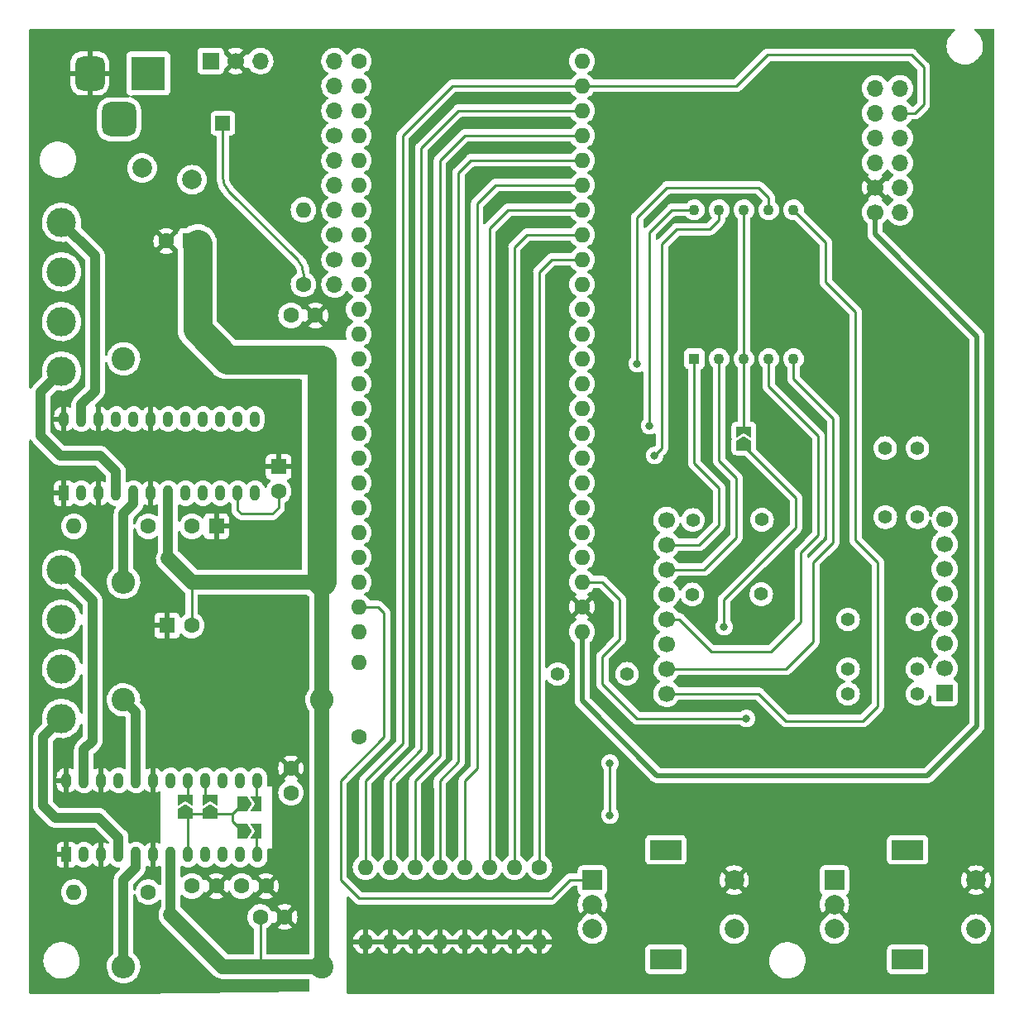
<source format=gbl>
G04 #@! TF.GenerationSoftware,KiCad,Pcbnew,(6.0.5)*
G04 #@! TF.CreationDate,2023-01-27T21:33:46+09:00*
G04 #@! TF.ProjectId,tangnano9k_motordriver,74616e67-6e61-46e6-9f39-6b5f6d6f746f,rev?*
G04 #@! TF.SameCoordinates,Original*
G04 #@! TF.FileFunction,Copper,L2,Bot*
G04 #@! TF.FilePolarity,Positive*
%FSLAX46Y46*%
G04 Gerber Fmt 4.6, Leading zero omitted, Abs format (unit mm)*
G04 Created by KiCad (PCBNEW (6.0.5)) date 2023-01-27 21:33:46*
%MOMM*%
%LPD*%
G01*
G04 APERTURE LIST*
G04 Aperture macros list*
%AMRoundRect*
0 Rectangle with rounded corners*
0 $1 Rounding radius*
0 $2 $3 $4 $5 $6 $7 $8 $9 X,Y pos of 4 corners*
0 Add a 4 corners polygon primitive as box body*
4,1,4,$2,$3,$4,$5,$6,$7,$8,$9,$2,$3,0*
0 Add four circle primitives for the rounded corners*
1,1,$1+$1,$2,$3*
1,1,$1+$1,$4,$5*
1,1,$1+$1,$6,$7*
1,1,$1+$1,$8,$9*
0 Add four rect primitives between the rounded corners*
20,1,$1+$1,$2,$3,$4,$5,0*
20,1,$1+$1,$4,$5,$6,$7,0*
20,1,$1+$1,$6,$7,$8,$9,0*
20,1,$1+$1,$8,$9,$2,$3,0*%
%AMFreePoly0*
4,1,6,1.000000,0.000000,0.500000,-0.750000,-0.500000,-0.750000,-0.500000,0.750000,0.500000,0.750000,1.000000,0.000000,1.000000,0.000000,$1*%
%AMFreePoly1*
4,1,6,0.500000,-0.750000,-0.650000,-0.750000,-0.150000,0.000000,-0.650000,0.750000,0.500000,0.750000,0.500000,-0.750000,0.500000,-0.750000,$1*%
G04 Aperture macros list end*
G04 #@! TA.AperFunction,ComponentPad*
%ADD10C,1.400000*%
G04 #@! TD*
G04 #@! TA.AperFunction,ComponentPad*
%ADD11R,1.700000X1.700000*%
G04 #@! TD*
G04 #@! TA.AperFunction,ComponentPad*
%ADD12C,1.700000*%
G04 #@! TD*
G04 #@! TA.AperFunction,ComponentPad*
%ADD13C,2.400000*%
G04 #@! TD*
G04 #@! TA.AperFunction,ComponentPad*
%ADD14O,2.400000X2.400000*%
G04 #@! TD*
G04 #@! TA.AperFunction,ComponentPad*
%ADD15C,1.600000*%
G04 #@! TD*
G04 #@! TA.AperFunction,ComponentPad*
%ADD16O,1.600000X1.600000*%
G04 #@! TD*
G04 #@! TA.AperFunction,ComponentPad*
%ADD17R,1.600000X1.600000*%
G04 #@! TD*
G04 #@! TA.AperFunction,ComponentPad*
%ADD18R,2.000000X2.000000*%
G04 #@! TD*
G04 #@! TA.AperFunction,ComponentPad*
%ADD19C,2.000000*%
G04 #@! TD*
G04 #@! TA.AperFunction,ComponentPad*
%ADD20R,3.200000X2.000000*%
G04 #@! TD*
G04 #@! TA.AperFunction,ComponentPad*
%ADD21R,1.000000X1.600000*%
G04 #@! TD*
G04 #@! TA.AperFunction,ComponentPad*
%ADD22O,1.000000X1.600000*%
G04 #@! TD*
G04 #@! TA.AperFunction,ComponentPad*
%ADD23R,1.100000X1.100000*%
G04 #@! TD*
G04 #@! TA.AperFunction,ComponentPad*
%ADD24C,1.100000*%
G04 #@! TD*
G04 #@! TA.AperFunction,ComponentPad*
%ADD25O,1.700000X1.700000*%
G04 #@! TD*
G04 #@! TA.AperFunction,ComponentPad*
%ADD26C,2.010000*%
G04 #@! TD*
G04 #@! TA.AperFunction,ComponentPad*
%ADD27R,3.500000X3.500000*%
G04 #@! TD*
G04 #@! TA.AperFunction,ComponentPad*
%ADD28RoundRect,0.750000X-0.750000X-1.000000X0.750000X-1.000000X0.750000X1.000000X-0.750000X1.000000X0*%
G04 #@! TD*
G04 #@! TA.AperFunction,ComponentPad*
%ADD29RoundRect,0.875000X-0.875000X-0.875000X0.875000X-0.875000X0.875000X0.875000X-0.875000X0.875000X0*%
G04 #@! TD*
G04 #@! TA.AperFunction,ComponentPad*
%ADD30C,3.000000*%
G04 #@! TD*
G04 #@! TA.AperFunction,ComponentPad*
%ADD31R,1.500000X1.500000*%
G04 #@! TD*
G04 #@! TA.AperFunction,SMDPad,CuDef*
%ADD32FreePoly0,0.000000*%
G04 #@! TD*
G04 #@! TA.AperFunction,SMDPad,CuDef*
%ADD33FreePoly1,0.000000*%
G04 #@! TD*
G04 #@! TA.AperFunction,SMDPad,CuDef*
%ADD34FreePoly0,90.000000*%
G04 #@! TD*
G04 #@! TA.AperFunction,SMDPad,CuDef*
%ADD35FreePoly1,90.000000*%
G04 #@! TD*
G04 #@! TA.AperFunction,ViaPad*
%ADD36C,0.800000*%
G04 #@! TD*
G04 #@! TA.AperFunction,Conductor*
%ADD37C,0.250000*%
G04 #@! TD*
G04 #@! TA.AperFunction,Conductor*
%ADD38C,0.500000*%
G04 #@! TD*
G04 #@! TA.AperFunction,Conductor*
%ADD39C,1.000000*%
G04 #@! TD*
G04 #@! TA.AperFunction,Conductor*
%ADD40C,2.000000*%
G04 #@! TD*
G04 #@! TA.AperFunction,Conductor*
%ADD41C,3.000000*%
G04 #@! TD*
G04 #@! TA.AperFunction,Conductor*
%ADD42C,1.500000*%
G04 #@! TD*
G04 APERTURE END LIST*
D10*
G04 #@! TO.P,JP16,1,A*
G04 #@! TO.N,Net-(JP16-Pad1)*
X136398000Y-105386003D03*
G04 #@! TO.P,JP16,2,B*
G04 #@! TO.N,Net-(JP16-Pad2)*
X129318000Y-105410000D03*
G04 #@! TD*
G04 #@! TO.P,JP15,1,A*
G04 #@! TO.N,Net-(JP15-Pad1)*
X136467000Y-97766003D03*
G04 #@! TO.P,JP15,2,B*
G04 #@! TO.N,/R1*
X129387000Y-97790000D03*
G04 #@! TD*
G04 #@! TO.P,JP17,1,A*
G04 #@! TO.N,Net-(JP17-Pad1)*
X115570000Y-113561997D03*
G04 #@! TO.P,JP17,2,B*
G04 #@! TO.N,Net-(JP17-Pad2)*
X122650000Y-113538000D03*
G04 #@! TD*
G04 #@! TO.P,JP14,1,A*
G04 #@! TO.N,Net-(JP14-Pad1)*
X152376003Y-90424000D03*
G04 #@! TO.P,JP14,2,B*
G04 #@! TO.N,Net-(JP14-Pad2)*
X152400000Y-97504000D03*
G04 #@! TD*
G04 #@! TO.P,JP13,1,A*
G04 #@! TO.N,Net-(JP13-Pad1)*
X149074003Y-90424000D03*
G04 #@! TO.P,JP13,2,B*
G04 #@! TO.N,Net-(JP13-Pad2)*
X149098000Y-97504000D03*
G04 #@! TD*
G04 #@! TO.P,JP12,1,A*
G04 #@! TO.N,Net-(DS1-Pad10)*
X145288000Y-107973997D03*
G04 #@! TO.P,JP12,2,B*
G04 #@! TO.N,Net-(JP12-Pad2)*
X152368000Y-107950000D03*
G04 #@! TD*
G04 #@! TO.P,JP11,1,A*
G04 #@! TO.N,Net-(JP11-Pad1)*
X145288000Y-113053997D03*
G04 #@! TO.P,JP11,2,B*
G04 #@! TO.N,Net-(JP11-Pad2)*
X152368000Y-113030000D03*
G04 #@! TD*
G04 #@! TO.P,JP10,1,A*
G04 #@! TO.N,Net-(JP10-Pad1)*
X145288000Y-115593997D03*
G04 #@! TO.P,JP10,2,B*
G04 #@! TO.N,Net-(JP10-Pad2)*
X152368000Y-115570000D03*
G04 #@! TD*
D11*
G04 #@! TO.P,U5,1,R5*
G04 #@! TO.N,Net-(JP10-Pad2)*
X155150000Y-115510000D03*
D12*
G04 #@! TO.P,U5,2,R7*
G04 #@! TO.N,Net-(JP11-Pad2)*
X155170000Y-112970000D03*
G04 #@! TO.P,U5,3,C2*
G04 #@! TO.N,Net-(DS1-Pad9)*
X155170000Y-110430000D03*
G04 #@! TO.P,U5,4,C3*
G04 #@! TO.N,Net-(JP12-Pad2)*
X155170000Y-107890000D03*
G04 #@! TO.P,U5,5,R8*
G04 #@! TO.N,Net-(U4-Pad36)*
X155170000Y-105350000D03*
G04 #@! TO.P,U5,6,C5*
G04 #@! TO.N,Net-(DS1-Pad7)*
X155170000Y-102810000D03*
G04 #@! TO.P,U5,7,R6*
G04 #@! TO.N,Net-(JP13-Pad2)*
X155170000Y-100270000D03*
G04 #@! TO.P,U5,8,R3*
G04 #@! TO.N,Net-(JP14-Pad2)*
X155170000Y-97730000D03*
G04 #@! TO.P,U5,9,R1*
G04 #@! TO.N,/R1*
X126690000Y-97790000D03*
G04 #@! TO.P,U5,10,C4*
G04 #@! TO.N,Net-(DS1-Pad1)*
X126690000Y-100330000D03*
G04 #@! TO.P,U5,11,C6*
G04 #@! TO.N,Net-(DS1-Pad2)*
X126690000Y-102870000D03*
G04 #@! TO.P,U5,12,R4*
G04 #@! TO.N,Net-(JP16-Pad2)*
X126690000Y-105410000D03*
G04 #@! TO.P,U5,13,C1*
G04 #@! TO.N,Net-(DS1-Pad4)*
X126690000Y-107950000D03*
G04 #@! TO.P,U5,14,R2*
G04 #@! TO.N,Net-(JP17-Pad2)*
X126690000Y-110490000D03*
G04 #@! TO.P,U5,15,C7*
G04 #@! TO.N,Net-(DS1-Pad5)*
X126690000Y-113030000D03*
G04 #@! TO.P,U5,16,C8*
G04 #@! TO.N,Net-(DS1-Pad6)*
X126690000Y-115570000D03*
G04 #@! TD*
D13*
G04 #@! TO.P,R3,1*
G04 #@! TO.N,/VM*
X91440000Y-104140000D03*
D14*
G04 #@! TO.P,R3,2*
G04 #@! TO.N,Net-(R3-Pad2)*
X71120000Y-104140000D03*
G04 #@! TD*
D13*
G04 #@! TO.P,R8,1*
G04 #@! TO.N,Net-(R8-Pad1)*
X71120000Y-81280000D03*
D14*
G04 #@! TO.P,R8,2*
G04 #@! TO.N,/VM*
X91440000Y-81280000D03*
G04 #@! TD*
D15*
G04 #@! TO.P,R1,1*
G04 #@! TO.N,/VCC_1*
X73660000Y-98425000D03*
D16*
G04 #@! TO.P,R1,2*
G04 #@! TO.N,Net-(C6-Pad1)*
X66040000Y-98425000D03*
G04 #@! TD*
D15*
G04 #@! TO.P,C8,1*
G04 #@! TO.N,/VREF_1*
X88265000Y-76835000D03*
G04 #@! TO.P,C8,2*
G04 #@! TO.N,GND*
X90765000Y-76835000D03*
G04 #@! TD*
G04 #@! TO.P,R5,1*
G04 #@! TO.N,/VREF_1*
X89535000Y-73660000D03*
D16*
G04 #@! TO.P,R5,2*
G04 #@! TO.N,/VREF_PWM_1*
X89535000Y-66040000D03*
G04 #@! TD*
D15*
G04 #@! TO.P,C6,1*
G04 #@! TO.N,Net-(C6-Pad1)*
X86995000Y-94837500D03*
D17*
G04 #@! TO.P,C6,2*
G04 #@! TO.N,GND*
X86995000Y-92337500D03*
G04 #@! TD*
D15*
G04 #@! TO.P,C9,1*
G04 #@! TO.N,/VREF_2*
X88265000Y-125710000D03*
G04 #@! TO.P,C9,2*
G04 #@! TO.N,GND*
X88265000Y-123210000D03*
G04 #@! TD*
G04 #@! TO.P,C1,1*
G04 #@! TO.N,/VM*
X85110000Y-138430000D03*
G04 #@! TO.P,C1,2*
G04 #@! TO.N,GND*
X87610000Y-138430000D03*
G04 #@! TD*
D17*
G04 #@! TO.P,C2,1*
G04 #@! TO.N,/VM*
X77987651Y-69215000D03*
D15*
G04 #@! TO.P,C2,2*
G04 #@! TO.N,GND*
X75487651Y-69215000D03*
G04 #@! TD*
D18*
G04 #@! TO.P,Rotary_SW1,A,A*
G04 #@! TO.N,/A_1*
X119115000Y-134660000D03*
D19*
G04 #@! TO.P,Rotary_SW1,B,B*
G04 #@! TO.N,/B_1*
X119115000Y-139660000D03*
G04 #@! TO.P,Rotary_SW1,C,C*
G04 #@! TO.N,GND*
X119115000Y-137160000D03*
D20*
G04 #@! TO.P,Rotary_SW1,MP*
G04 #@! TO.N,N/C*
X126615000Y-142760000D03*
X126615000Y-131560000D03*
D19*
G04 #@! TO.P,Rotary_SW1,S1,S1*
G04 #@! TO.N,Net-(JP8-Pad1)*
X133615000Y-139660000D03*
G04 #@! TO.P,Rotary_SW1,S2,S2*
G04 #@! TO.N,GND*
X133615000Y-134660000D03*
G04 #@! TD*
D15*
G04 #@! TO.P,R6,1*
G04 #@! TO.N,/VREF_2*
X95250000Y-120015000D03*
D16*
G04 #@! TO.P,R6,2*
G04 #@! TO.N,Net-(R6-Pad2)*
X95250000Y-112395000D03*
G04 #@! TD*
D21*
G04 #@! TO.P,U2,1,GND*
G04 #@! TO.N,GND*
X65024000Y-95046851D03*
D22*
G04 #@! TO.P,U2,2,OUTB-*
G04 #@! TO.N,Net-(J2-Pad3)*
X66802000Y-95046851D03*
G04 #@! TO.P,U2,3,GND*
G04 #@! TO.N,GND*
X68580000Y-95046851D03*
G04 #@! TO.P,U2,4,OUTB+*
G04 #@! TO.N,Net-(J2-Pad4)*
X70358000Y-95046851D03*
G04 #@! TO.P,U2,5,RSB*
G04 #@! TO.N,Net-(R3-Pad2)*
X72136000Y-95046851D03*
G04 #@! TO.P,U2,6,GND*
G04 #@! TO.N,GND*
X73914000Y-95046851D03*
G04 #@! TO.P,U2,7,VM*
G04 #@! TO.N,/VM*
X75692000Y-95046851D03*
G04 #@! TO.P,U2,8,VCC*
G04 #@! TO.N,/VCC_1*
X77470000Y-95046851D03*
G04 #@! TO.P,U2,9,VREFB*
G04 #@! TO.N,/VREF_1*
X79248000Y-95046851D03*
G04 #@! TO.P,U2,10,VREFA*
X81026000Y-95046851D03*
G04 #@! TO.P,U2,11,OSCM*
G04 #@! TO.N,Net-(C6-Pad1)*
X82804000Y-95046851D03*
G04 #@! TO.P,U2,12,INA1*
G04 #@! TO.N,/INA1*
X84582000Y-95046851D03*
G04 #@! TO.P,U2,13,INA2*
G04 #@! TO.N,/INA2*
X84532000Y-87446851D03*
G04 #@! TO.P,U2,14,PHASEA*
G04 #@! TO.N,/PHASEA_1*
X82792000Y-87446851D03*
G04 #@! TO.P,U2,15,PHASEB*
G04 #@! TO.N,/PHASEB_1*
X81014000Y-87446851D03*
G04 #@! TO.P,U2,16,INB1*
G04 #@! TO.N,/INB1*
X79236000Y-87446851D03*
G04 #@! TO.P,U2,17,INB2*
G04 #@! TO.N,/INB2*
X77458000Y-87446851D03*
G04 #@! TO.P,U2,18,STANDBY*
G04 #@! TO.N,/STANBY_1*
X75680000Y-87446851D03*
G04 #@! TO.P,U2,19,GND*
G04 #@! TO.N,GND*
X73902000Y-87446851D03*
G04 #@! TO.P,U2,20,RSA*
G04 #@! TO.N,Net-(R8-Pad1)*
X72124000Y-87446851D03*
G04 #@! TO.P,U2,21,OUTA+*
G04 #@! TO.N,Net-(J2-Pad2)*
X70346000Y-87446851D03*
G04 #@! TO.P,U2,22,GND*
G04 #@! TO.N,GND*
X68568000Y-87446851D03*
G04 #@! TO.P,U2,23,OUTA-*
G04 #@! TO.N,Net-(J2-Pad1)*
X66790000Y-87446851D03*
G04 #@! TO.P,U2,24,GND*
G04 #@! TO.N,GND*
X65012000Y-87446851D03*
G04 #@! TD*
D23*
G04 #@! TO.P,DS1,1,C_E*
G04 #@! TO.N,Net-(DS1-Pad1)*
X129540000Y-81280000D03*
D24*
G04 #@! TO.P,DS1,2,C_D*
G04 #@! TO.N,Net-(DS1-Pad2)*
X132080000Y-81280000D03*
G04 #@! TO.P,DS1,3,C_ANODE_1*
G04 #@! TO.N,/R9*
X134620000Y-81280000D03*
G04 #@! TO.P,DS1,4,C_C*
G04 #@! TO.N,Net-(DS1-Pad4)*
X137160000Y-81280000D03*
G04 #@! TO.P,DS1,5,C_DP*
G04 #@! TO.N,Net-(DS1-Pad5)*
X139700000Y-81280000D03*
G04 #@! TO.P,DS1,6,C_B*
G04 #@! TO.N,Net-(DS1-Pad6)*
X139700000Y-66040000D03*
G04 #@! TO.P,DS1,7,C_A*
G04 #@! TO.N,Net-(DS1-Pad7)*
X137160000Y-66040000D03*
G04 #@! TO.P,DS1,8,C_ANODE_2*
G04 #@! TO.N,/R9*
X134620000Y-66040000D03*
G04 #@! TO.P,DS1,9,C_F*
G04 #@! TO.N,Net-(DS1-Pad9)*
X132080000Y-66040000D03*
G04 #@! TO.P,DS1,10,C_G*
G04 #@! TO.N,Net-(DS1-Pad10)*
X129540000Y-66040000D03*
G04 #@! TD*
D15*
G04 #@! TO.P,C7,1*
G04 #@! TO.N,Net-(C7-Pad1)*
X83205000Y-135255000D03*
G04 #@! TO.P,C7,2*
G04 #@! TO.N,GND*
X85705000Y-135255000D03*
G04 #@! TD*
D11*
G04 #@! TO.P,U1,1,VIN*
G04 #@! TO.N,Net-(F1-Pad1)*
X80025000Y-50800000D03*
D12*
G04 #@! TO.P,U1,2,GND*
G04 #@! TO.N,GND*
X82565000Y-50800000D03*
D25*
G04 #@! TO.P,U1,3,VOUT*
G04 #@! TO.N,+5V*
X85105000Y-50800000D03*
G04 #@! TD*
D13*
G04 #@! TO.P,R4,1*
G04 #@! TO.N,/VM*
X91440000Y-143510000D03*
D14*
G04 #@! TO.P,R4,2*
G04 #@! TO.N,Net-(R4-Pad2)*
X71120000Y-143510000D03*
G04 #@! TD*
D21*
G04 #@! TO.P,U3,1,GND*
G04 #@! TO.N,GND*
X65287702Y-132045000D03*
D22*
G04 #@! TO.P,U3,2,OUTB-*
G04 #@! TO.N,Net-(J3-Pad3)*
X67065702Y-132045000D03*
G04 #@! TO.P,U3,3,GND*
G04 #@! TO.N,GND*
X68843702Y-132045000D03*
G04 #@! TO.P,U3,4,OUTB+*
G04 #@! TO.N,Net-(J3-Pad4)*
X70621702Y-132045000D03*
G04 #@! TO.P,U3,5,RSB*
G04 #@! TO.N,Net-(R4-Pad2)*
X72399702Y-132045000D03*
G04 #@! TO.P,U3,6,GND*
G04 #@! TO.N,GND*
X74177702Y-132045000D03*
G04 #@! TO.P,U3,7,VM*
G04 #@! TO.N,/VM*
X75955702Y-132045000D03*
G04 #@! TO.P,U3,8,VCC*
G04 #@! TO.N,/VCC_2*
X77733702Y-132045000D03*
G04 #@! TO.P,U3,9,VREFB*
G04 #@! TO.N,/VREF_2*
X79511702Y-132045000D03*
G04 #@! TO.P,U3,10,VREFA*
X81289702Y-132045000D03*
G04 #@! TO.P,U3,11,OSCM*
G04 #@! TO.N,Net-(C7-Pad1)*
X83067702Y-132045000D03*
G04 #@! TO.P,U3,12,INA1*
G04 #@! TO.N,/INA1_2*
X84845702Y-132045000D03*
G04 #@! TO.P,U3,13,INA2*
G04 #@! TO.N,/INA2_2*
X84795702Y-124445000D03*
G04 #@! TO.P,U3,14,PHASEA*
G04 #@! TO.N,/PHASEA_2*
X83055702Y-124445000D03*
G04 #@! TO.P,U3,15,PHASEB*
G04 #@! TO.N,/PHASEB_2*
X81277702Y-124445000D03*
G04 #@! TO.P,U3,16,INB1*
G04 #@! TO.N,/INB1_2*
X79499702Y-124445000D03*
G04 #@! TO.P,U3,17,INB2*
G04 #@! TO.N,/INB2_2*
X77721702Y-124445000D03*
G04 #@! TO.P,U3,18,STANDBY*
G04 #@! TO.N,/STANBY_2*
X75943702Y-124445000D03*
G04 #@! TO.P,U3,19,GND*
G04 #@! TO.N,GND*
X74165702Y-124445000D03*
G04 #@! TO.P,U3,20,RSA*
G04 #@! TO.N,Net-(R7-Pad1)*
X72387702Y-124445000D03*
G04 #@! TO.P,U3,21,OUTA+*
G04 #@! TO.N,Net-(J3-Pad2)*
X70609702Y-124445000D03*
G04 #@! TO.P,U3,22,GND*
G04 #@! TO.N,GND*
X68831702Y-124445000D03*
G04 #@! TO.P,U3,23,OUTA-*
G04 #@! TO.N,Net-(J3-Pad1)*
X67053702Y-124445000D03*
G04 #@! TO.P,U3,24,GND*
G04 #@! TO.N,GND*
X65275702Y-124445000D03*
G04 #@! TD*
D15*
G04 #@! TO.P,C5,1*
G04 #@! TO.N,/VCC_2*
X78125000Y-135255000D03*
G04 #@! TO.P,C5,2*
G04 #@! TO.N,GND*
X80625000Y-135255000D03*
G04 #@! TD*
D26*
G04 #@! TO.P,F1,1*
G04 #@! TO.N,Net-(F1-Pad1)*
X73025000Y-61755426D03*
G04 #@! TO.P,F1,2*
G04 #@! TO.N,/VM*
X78125000Y-62955426D03*
G04 #@! TD*
D27*
G04 #@! TO.P,J1,1*
G04 #@! TO.N,Net-(F1-Pad1)*
X73660000Y-52070000D03*
D28*
G04 #@! TO.P,J1,2*
G04 #@! TO.N,GND*
X67660000Y-52070000D03*
D29*
G04 #@! TO.P,J1,3*
G04 #@! TO.N,N/C*
X70660000Y-56770000D03*
G04 #@! TD*
D15*
G04 #@! TO.P,U4,1,PIN38_IOB31B_TF_CS*
G04 #@! TO.N,/STANBY_1*
X95187500Y-50800000D03*
D16*
G04 #@! TO.P,U4,2,PIN37_IOB31A_TF_MOSI*
G04 #@! TO.N,/INB2*
X95187500Y-53340000D03*
G04 #@! TO.P,U4,3,PIN36_IOB29B_TF_SCLK*
G04 #@! TO.N,/INB1*
X95187500Y-55880000D03*
G04 #@! TO.P,U4,4,PIN39_IOB33A_TF_MISO*
G04 #@! TO.N,/PHASEB_1*
X95187500Y-58420000D03*
G04 #@! TO.P,U4,5,PIN25_IOB8A*
G04 #@! TO.N,/PHASEA_1*
X95187500Y-60960000D03*
G04 #@! TO.P,U4,6,PIN26_IOB8B*
G04 #@! TO.N,/INA2*
X95187500Y-63500000D03*
G04 #@! TO.P,U4,7,PIN27_IOB11A*
G04 #@! TO.N,/VREF_PWM_1*
X95187500Y-66040000D03*
G04 #@! TO.P,U4,8,PIN28_IOB11B*
G04 #@! TO.N,/Reserve_a*
X95187500Y-68580000D03*
G04 #@! TO.P,U4,9,PIN29_IOB13A*
G04 #@! TO.N,/Reserve_b*
X95187500Y-71120000D03*
G04 #@! TO.P,U4,10,PIN30_IOB13B*
G04 #@! TO.N,/INA1*
X95187500Y-73660000D03*
G04 #@! TO.P,U4,11,PIN33_IOB23A_RGB_DE*
G04 #@! TO.N,Net-(DS1-Pad4)*
X95187500Y-76200000D03*
G04 #@! TO.P,U4,12,PIN34_IOB23B_RGB_VS*
G04 #@! TO.N,Net-(JP17-Pad1)*
X95187500Y-78740000D03*
G04 #@! TO.P,U4,13,PIN40_IOB33B_RGB_HS*
G04 #@! TO.N,Net-(DS1-Pad5)*
X95187500Y-81280000D03*
G04 #@! TO.P,U4,14,PIN35_IOB29A_RGB_CK*
G04 #@! TO.N,Net-(DS1-Pad6)*
X95187500Y-83820000D03*
G04 #@! TO.P,U4,15,PIN41_IOB41A_RGB_B7*
G04 #@! TO.N,Net-(Rotary_SW2-PadA)*
X95187500Y-86360000D03*
G04 #@! TO.P,U4,16,PIN42_IOB41B_RGB_B6*
G04 #@! TO.N,Net-(Rotary_SW2-PadB)*
X95187500Y-88900000D03*
G04 #@! TO.P,U4,17,PIN51_IOR17B_RGB_B5*
G04 #@! TO.N,/STANBY_2*
X95187500Y-91440000D03*
G04 #@! TO.P,U4,18,PIN53_IOR15B_RGB_B4*
G04 #@! TO.N,Net-(JP5-Pad1)*
X95187500Y-93980000D03*
G04 #@! TO.P,U4,19,PIN54_IOR15A_RGB_B3*
G04 #@! TO.N,/B_1*
X95187500Y-96520000D03*
G04 #@! TO.P,U4,20,PIN55_IOR14B_RGB_G7*
G04 #@! TO.N,/PHASEB_2*
X95187500Y-99060000D03*
G04 #@! TO.P,U4,21,PIN56_IOR14A_RGB_G6*
G04 #@! TO.N,/PHASEA_2*
X95187500Y-101600000D03*
G04 #@! TO.P,U4,22,PIN57_IOR13A_RGB_G5*
G04 #@! TO.N,Net-(JP8-Pad1)*
X95187500Y-104140000D03*
G04 #@! TO.P,U4,23,HDMI_CK_N*
G04 #@! TO.N,/A_1*
X95187500Y-106680000D03*
G04 #@! TO.P,U4,24,HDMI_CK_P*
G04 #@! TO.N,Net-(R6-Pad2)*
X95187500Y-109220000D03*
G04 #@! TO.P,U4,25,+3V3*
G04 #@! TO.N,+3.3V*
X118047500Y-109220000D03*
D15*
G04 #@! TO.P,U4,26,GND*
G04 #@! TO.N,GND*
X118047500Y-106680000D03*
D16*
G04 #@! TO.P,U4,27,PIN32_IOB15B_RGBINIT*
G04 #@! TO.N,Net-(JP16-Pad1)*
X118047500Y-104140000D03*
G04 #@! TO.P,U4,28,PIN31_IOB15A_RGBINIT*
G04 #@! TO.N,Net-(DS1-Pad2)*
X118047500Y-101600000D03*
G04 #@! TO.P,U4,29,PIN49_IOR24A_SPILCD_RS*
G04 #@! TO.N,Net-(DS1-Pad1)*
X118047500Y-99060000D03*
G04 #@! TO.P,U4,30,PIN48_IOR24B_SPILCD_CS*
G04 #@! TO.N,Net-(JP15-Pad1)*
X118047500Y-96520000D03*
G04 #@! TO.P,U4,31,+5V*
G04 #@! TO.N,+5V*
X118047500Y-93980000D03*
G04 #@! TO.P,U4,32,HDMI_D0_N*
G04 #@! TO.N,Net-(JP10-Pad1)*
X118047500Y-91440000D03*
G04 #@! TO.P,U4,33,HDMI_D0_P*
G04 #@! TO.N,Net-(JP11-Pad1)*
X118047500Y-88900000D03*
G04 #@! TO.P,U4,34,HDMI_D1_N*
G04 #@! TO.N,Net-(DS1-Pad9)*
X118047500Y-86360000D03*
G04 #@! TO.P,U4,35,HDMI_D1_P*
G04 #@! TO.N,Net-(DS1-Pad10)*
X118047500Y-83820000D03*
G04 #@! TO.P,U4,36,HDMI_D2_N*
G04 #@! TO.N,Net-(U4-Pad36)*
X118047500Y-81280000D03*
G04 #@! TO.P,U4,37,HDMI_D2_P*
G04 #@! TO.N,Net-(DS1-Pad7)*
X118047500Y-78740000D03*
G04 #@! TO.P,U4,38,PIN76_IOT37B_SPILCD_MCLK*
G04 #@! TO.N,Net-(JP13-Pad1)*
X118047500Y-76200000D03*
G04 #@! TO.P,U4,39,PIN77_IOT37A_SPILCD_MO*
G04 #@! TO.N,Net-(JP14-Pad1)*
X118047500Y-73660000D03*
G04 #@! TO.P,U4,40,PIN79_IOT12B_1V8*
G04 #@! TO.N,Net-(J4-Pad8)*
X118047500Y-71120000D03*
G04 #@! TO.P,U4,41,PIN80_IOT12A_1V8*
G04 #@! TO.N,Net-(J4-Pad6)*
X118047500Y-68580000D03*
G04 #@! TO.P,U4,42,PIN81_IOT11B_1V8*
G04 #@! TO.N,Net-(J4-Pad5)*
X118047500Y-66040000D03*
G04 #@! TO.P,U4,43,PIN82_IOT11A_1V8*
G04 #@! TO.N,Net-(J4-Pad7)*
X118047500Y-63500000D03*
G04 #@! TO.P,U4,44,PIN83_IOT10B_1V8*
G04 #@! TO.N,Net-(J4-Pad9)*
X118047500Y-60960000D03*
G04 #@! TO.P,U4,45,PIN84_IOT10A_1V8*
G04 #@! TO.N,Net-(J4-Pad11)*
X118047500Y-58420000D03*
G04 #@! TO.P,U4,46,PIN85_IOT8B_1V8*
G04 #@! TO.N,Net-(J4-Pad12)*
X118047500Y-55880000D03*
G04 #@! TO.P,U4,47,PIN86_IOT8A_BL_PWM_1V8*
G04 #@! TO.N,Net-(J4-Pad10)*
X118047500Y-53340000D03*
G04 #@! TO.P,U4,48,PIN63_IOR5A_RGBINIT*
G04 #@! TO.N,Net-(Rotary_SW2-PadS1)*
X118047500Y-50800000D03*
G04 #@! TD*
D15*
G04 #@! TO.P,C3,1*
G04 #@! TO.N,/VM*
X78085000Y-108585000D03*
D17*
G04 #@! TO.P,C3,2*
G04 #@! TO.N,GND*
X75585000Y-108585000D03*
G04 #@! TD*
D12*
G04 #@! TO.P,Pin2,1*
G04 #@! TO.N,/Reserve_a*
X92710000Y-68570000D03*
D25*
G04 #@! TO.P,Pin2,2*
G04 #@! TO.N,/VREF_PWM_1*
X92710000Y-66030000D03*
G04 #@! TO.P,Pin2,3*
G04 #@! TO.N,/INA2*
X92710000Y-63490000D03*
G04 #@! TO.P,Pin2,4*
G04 #@! TO.N,/PHASEA_1*
X92710000Y-60950000D03*
G04 #@! TD*
D15*
G04 #@! TO.P,R2,1*
G04 #@! TO.N,/VCC_2*
X73660000Y-135890000D03*
D16*
G04 #@! TO.P,R2,2*
G04 #@! TO.N,Net-(C7-Pad1)*
X66040000Y-135890000D03*
G04 #@! TD*
D12*
G04 #@! TO.P,Pin3,1*
G04 #@! TO.N,/Reserve_b*
X92710000Y-71120000D03*
D25*
G04 #@! TO.P,Pin3,2*
G04 #@! TO.N,/INA1*
X92710000Y-73660000D03*
G04 #@! TD*
D30*
G04 #@! TO.P,J3,1,Pin_1*
G04 #@! TO.N,Net-(J3-Pad1)*
X64770000Y-102870000D03*
G04 #@! TO.P,J3,2,Pin_2*
G04 #@! TO.N,Net-(J3-Pad2)*
X64770000Y-107950000D03*
G04 #@! TO.P,J3,3,Pin_3*
G04 #@! TO.N,Net-(J3-Pad3)*
X64770000Y-113030000D03*
G04 #@! TO.P,J3,4,Pin_4*
G04 #@! TO.N,Net-(J3-Pad4)*
X64770000Y-118110000D03*
G04 #@! TD*
D12*
G04 #@! TO.P,Pin1,1*
G04 #@! TO.N,/PHASEB_1*
X92710000Y-58410000D03*
D25*
G04 #@! TO.P,Pin1,2*
G04 #@! TO.N,/INB1*
X92710000Y-55870000D03*
G04 #@! TO.P,Pin1,3*
G04 #@! TO.N,/INB2*
X92710000Y-53330000D03*
G04 #@! TO.P,Pin1,4*
G04 #@! TO.N,/STANBY_1*
X92710000Y-50790000D03*
G04 #@! TD*
D12*
G04 #@! TO.P,J4,1,1*
G04 #@! TO.N,+3.3V*
X148045000Y-66294000D03*
D25*
G04 #@! TO.P,J4,2,7*
G04 #@! TO.N,unconnected-(J4-Pad2)*
X150585000Y-66294000D03*
D12*
G04 #@! TO.P,J4,3,2*
G04 #@! TO.N,GND*
X148045000Y-63754000D03*
D25*
G04 #@! TO.P,J4,4,8*
G04 #@! TO.N,unconnected-(J4-Pad4)*
X150585000Y-63754000D03*
G04 #@! TO.P,J4,5,3*
G04 #@! TO.N,Net-(J4-Pad5)*
X148045000Y-61214000D03*
G04 #@! TO.P,J4,6,9*
G04 #@! TO.N,Net-(J4-Pad6)*
X150585000Y-61214000D03*
G04 #@! TO.P,J4,7,4*
G04 #@! TO.N,Net-(J4-Pad7)*
X148045000Y-58674000D03*
G04 #@! TO.P,J4,8,10*
G04 #@! TO.N,Net-(J4-Pad8)*
X150585000Y-58674000D03*
G04 #@! TO.P,J4,9,5*
G04 #@! TO.N,Net-(J4-Pad9)*
X148045000Y-56134000D03*
G04 #@! TO.P,J4,10,11*
G04 #@! TO.N,Net-(J4-Pad10)*
X150585000Y-56134000D03*
G04 #@! TO.P,J4,11,6*
G04 #@! TO.N,Net-(J4-Pad11)*
X148045000Y-53594000D03*
G04 #@! TO.P,J4,12,12*
G04 #@! TO.N,Net-(J4-Pad12)*
X150585000Y-53594000D03*
G04 #@! TD*
D30*
G04 #@! TO.P,J2,1,Pin_1*
G04 #@! TO.N,Net-(J2-Pad1)*
X64770000Y-67310000D03*
G04 #@! TO.P,J2,2,Pin_2*
G04 #@! TO.N,Net-(J2-Pad2)*
X64770000Y-72390000D03*
G04 #@! TO.P,J2,3,Pin_3*
G04 #@! TO.N,Net-(J2-Pad3)*
X64770000Y-77470000D03*
G04 #@! TO.P,J2,4,Pin_4*
G04 #@! TO.N,Net-(J2-Pad4)*
X64770000Y-82550000D03*
G04 #@! TD*
D31*
G04 #@! TO.P,TP1,1,1*
G04 #@! TO.N,/VREF_1*
X81280000Y-57150000D03*
G04 #@! TD*
D15*
G04 #@! TO.P,C4,1*
G04 #@! TO.N,/VCC_1*
X78125000Y-98425000D03*
D17*
G04 #@! TO.P,C4,2*
G04 #@! TO.N,GND*
X80625000Y-98425000D03*
G04 #@! TD*
D18*
G04 #@! TO.P,Rotary_SW2,A,A*
G04 #@! TO.N,Net-(Rotary_SW2-PadA)*
X143880000Y-134660000D03*
D19*
G04 #@! TO.P,Rotary_SW2,B,B*
G04 #@! TO.N,Net-(Rotary_SW2-PadB)*
X143880000Y-139660000D03*
G04 #@! TO.P,Rotary_SW2,C,C*
G04 #@! TO.N,GND*
X143880000Y-137160000D03*
D20*
G04 #@! TO.P,Rotary_SW2,MP*
G04 #@! TO.N,N/C*
X151380000Y-131560000D03*
X151380000Y-142760000D03*
D19*
G04 #@! TO.P,Rotary_SW2,S1,S1*
G04 #@! TO.N,Net-(Rotary_SW2-PadS1)*
X158380000Y-139660000D03*
G04 #@! TO.P,Rotary_SW2,S2,S2*
G04 #@! TO.N,GND*
X158380000Y-134660000D03*
G04 #@! TD*
D15*
G04 #@! TO.P,SW1,1*
G04 #@! TO.N,Net-(J4-Pad8)*
X113675000Y-133329796D03*
D16*
G04 #@! TO.P,SW1,2*
G04 #@! TO.N,Net-(J4-Pad6)*
X111135000Y-133329796D03*
G04 #@! TO.P,SW1,3*
G04 #@! TO.N,Net-(J4-Pad5)*
X108595000Y-133329796D03*
G04 #@! TO.P,SW1,4*
G04 #@! TO.N,Net-(J4-Pad7)*
X106055000Y-133329796D03*
G04 #@! TO.P,SW1,5*
G04 #@! TO.N,Net-(J4-Pad9)*
X103515000Y-133329796D03*
G04 #@! TO.P,SW1,6*
G04 #@! TO.N,Net-(J4-Pad11)*
X100975000Y-133329796D03*
G04 #@! TO.P,SW1,7*
G04 #@! TO.N,Net-(J4-Pad12)*
X98435000Y-133329796D03*
G04 #@! TO.P,SW1,8*
G04 #@! TO.N,Net-(J4-Pad10)*
X95895000Y-133329796D03*
G04 #@! TO.P,SW1,9*
G04 #@! TO.N,GND*
X95895000Y-140949796D03*
G04 #@! TO.P,SW1,10*
X98435000Y-140949796D03*
G04 #@! TO.P,SW1,11*
X100975000Y-140949796D03*
G04 #@! TO.P,SW1,12*
X103515000Y-140949796D03*
G04 #@! TO.P,SW1,13*
X106055000Y-140949796D03*
G04 #@! TO.P,SW1,14*
X108595000Y-140949796D03*
G04 #@! TO.P,SW1,15*
X111135000Y-140949796D03*
G04 #@! TO.P,SW1,16*
X113675000Y-140949796D03*
G04 #@! TD*
D13*
G04 #@! TO.P,R7,1*
G04 #@! TO.N,Net-(R7-Pad1)*
X71120000Y-116205000D03*
D14*
G04 #@! TO.P,R7,2*
G04 #@! TO.N,/VM*
X91440000Y-116205000D03*
G04 #@! TD*
D32*
G04 #@! TO.P,JP2,1,A*
G04 #@! TO.N,/VCC_2*
X83298745Y-126876050D03*
D33*
G04 #@! TO.P,JP2,2,B*
G04 #@! TO.N,/INA2_2*
X84748745Y-126876050D03*
G04 #@! TD*
D34*
G04 #@! TO.P,JP3,1,A*
G04 #@! TO.N,/VCC_2*
X79976308Y-127895409D03*
D35*
G04 #@! TO.P,JP3,2,B*
G04 #@! TO.N,/INB1_2*
X79976308Y-126445409D03*
G04 #@! TD*
D34*
G04 #@! TO.P,JP9,1,A*
G04 #@! TO.N,Net-(JP5-Pad1)*
X134620000Y-90170000D03*
D35*
G04 #@! TO.P,JP9,2,B*
G04 #@! TO.N,/R9*
X134620000Y-88720000D03*
G04 #@! TD*
D34*
G04 #@! TO.P,JP4,1,A*
G04 #@! TO.N,/VCC_2*
X77400666Y-127865973D03*
D35*
G04 #@! TO.P,JP4,2,B*
G04 #@! TO.N,/INB2_2*
X77400666Y-126415973D03*
G04 #@! TD*
D32*
G04 #@! TO.P,JP1,1,A*
G04 #@! TO.N,/VCC_2*
X83298745Y-129657743D03*
D33*
G04 #@! TO.P,JP1,2,B*
G04 #@! TO.N,/INA1_2*
X84748745Y-129657743D03*
G04 #@! TD*
D36*
G04 #@! TO.N,GND*
X139192000Y-115316000D03*
X150622000Y-88392000D03*
X133858000Y-101854000D03*
X138176000Y-95758000D03*
X137160000Y-108712000D03*
X155702000Y-88392000D03*
X121412000Y-66548000D03*
X123952000Y-104648000D03*
G04 #@! TO.N,Net-(JP16-Pad1)*
X134874000Y-118110000D03*
G04 #@! TO.N,GND*
X139192000Y-127000000D03*
X149352000Y-127000000D03*
G04 #@! TO.N,Net-(JP5-Pad1)*
X132588000Y-108712000D03*
G04 #@! TO.N,GND*
X125222000Y-52070000D03*
X141224000Y-52578000D03*
X115570000Y-48895000D03*
X94742000Y-127000000D03*
X79375000Y-102235000D03*
X138430000Y-72009000D03*
X115316000Y-82550000D03*
X125222000Y-48895000D03*
X106680000Y-57150000D03*
X107315000Y-62865000D03*
X98044000Y-85598000D03*
X149352000Y-120650000D03*
X129032000Y-120650000D03*
X138430000Y-74930000D03*
X147320000Y-72009000D03*
X125222000Y-59944000D03*
X75565000Y-81280000D03*
X158750000Y-54610000D03*
X139192000Y-120650000D03*
X132080000Y-48895000D03*
X109855000Y-120650000D03*
X137668000Y-52578000D03*
X132080000Y-52070000D03*
X106680000Y-54610000D03*
X112395000Y-120650000D03*
X103124000Y-50546000D03*
X130810000Y-72009000D03*
X156210000Y-72009000D03*
X114300000Y-69850000D03*
X88265000Y-116205000D03*
X106680000Y-59690000D03*
X138430000Y-78105000D03*
X100838000Y-53086000D03*
X156210000Y-61214000D03*
X111125000Y-50165000D03*
X110490000Y-67945000D03*
X109220000Y-65405000D03*
X132080000Y-59944000D03*
X117856000Y-120650000D03*
G04 #@! TO.N,Net-(DS1-Pad7)*
X123698000Y-81788000D03*
G04 #@! TO.N,Net-(DS1-Pad9)*
X125476000Y-91186000D03*
G04 #@! TO.N,Net-(DS1-Pad10)*
X124968000Y-88138000D03*
G04 #@! TO.N,Net-(JP5-Pad1)*
X120904000Y-122682000D03*
X120904000Y-128016000D03*
G04 #@! TD*
D37*
G04 #@! TO.N,Net-(DS1-Pad6)*
X143002000Y-69342000D02*
X139700000Y-66040000D01*
X146050000Y-99822000D02*
X146050000Y-76454000D01*
X148336000Y-102108000D02*
X146050000Y-99822000D01*
X148336000Y-116840000D02*
X148336000Y-102108000D01*
X146812000Y-118364000D02*
X148336000Y-116840000D01*
X138938000Y-118364000D02*
X146812000Y-118364000D01*
X143002000Y-73406000D02*
X143002000Y-69342000D01*
X146050000Y-76454000D02*
X143002000Y-73406000D01*
X126690000Y-115570000D02*
X136144000Y-115570000D01*
X136144000Y-115570000D02*
X138938000Y-118364000D01*
G04 #@! TO.N,Net-(JP5-Pad1)*
X139954000Y-98552000D02*
X139954000Y-95504000D01*
X139954000Y-95504000D02*
X134620000Y-90170000D01*
X132588000Y-105918000D02*
X139954000Y-98552000D01*
X132588000Y-108712000D02*
X132588000Y-105918000D01*
G04 #@! TO.N,Net-(JP16-Pad1)*
X120142000Y-104140000D02*
X118047500Y-104140000D01*
X121920000Y-105918000D02*
X120142000Y-104140000D01*
X121920000Y-109982000D02*
X121920000Y-105918000D01*
X120142000Y-111760000D02*
X121920000Y-109982000D01*
X120142000Y-114554000D02*
X120142000Y-111760000D01*
X123698000Y-118110000D02*
X120142000Y-114554000D01*
X134874000Y-118110000D02*
X123698000Y-118110000D01*
D38*
G04 #@! TO.N,+3.3V*
X118047500Y-116269500D02*
X118047500Y-109220000D01*
X125730000Y-123952000D02*
X118047500Y-116269500D01*
X153416000Y-123952000D02*
X125730000Y-123952000D01*
X158496000Y-78994000D02*
X158496000Y-118872000D01*
X158496000Y-118872000D02*
X153416000Y-123952000D01*
X148045000Y-66294000D02*
X148045000Y-68543000D01*
X148045000Y-68543000D02*
X158496000Y-78994000D01*
D37*
G04 #@! TO.N,Net-(JP5-Pad1)*
X120904000Y-128016000D02*
X120904000Y-122682000D01*
G04 #@! TO.N,Net-(DS1-Pad1)*
X132080000Y-94488000D02*
X129540000Y-91948000D01*
X132080000Y-98298000D02*
X132080000Y-94488000D01*
X129540000Y-91948000D02*
X129540000Y-81280000D01*
X130048000Y-100330000D02*
X132080000Y-98298000D01*
X126690000Y-100330000D02*
X130048000Y-100330000D01*
G04 #@! TO.N,Net-(DS1-Pad2)*
X133858000Y-99568000D02*
X133858000Y-93472000D01*
X133858000Y-93472000D02*
X132080000Y-91694000D01*
X130556000Y-102870000D02*
X133858000Y-99568000D01*
X126690000Y-102870000D02*
X130556000Y-102870000D01*
X132080000Y-91694000D02*
X132080000Y-81280000D01*
G04 #@! TO.N,Net-(DS1-Pad4)*
X137160000Y-84074000D02*
X137160000Y-81280000D01*
X140462000Y-101092000D02*
X142240000Y-99314000D01*
X142240000Y-99314000D02*
X142240000Y-89154000D01*
X140462000Y-108204000D02*
X140462000Y-101092000D01*
X131318000Y-111252000D02*
X137414000Y-111252000D01*
X137414000Y-111252000D02*
X140462000Y-108204000D01*
X142240000Y-89154000D02*
X137160000Y-84074000D01*
X128016000Y-107950000D02*
X131318000Y-111252000D01*
X126690000Y-107950000D02*
X128016000Y-107950000D01*
G04 #@! TO.N,Net-(DS1-Pad5)*
X139700000Y-83312000D02*
X139700000Y-81280000D01*
X143764000Y-87376000D02*
X139700000Y-83312000D01*
X141732000Y-102108000D02*
X143764000Y-100076000D01*
X138938000Y-113030000D02*
X141732000Y-110236000D01*
X141732000Y-110236000D02*
X141732000Y-102108000D01*
X143764000Y-100076000D02*
X143764000Y-87376000D01*
X126690000Y-113030000D02*
X138938000Y-113030000D01*
G04 #@! TO.N,GND*
X65024000Y-87458851D02*
X65012000Y-87446851D01*
G04 #@! TO.N,Net-(C6-Pad1)*
X86360000Y-97155000D02*
X86995000Y-96520000D01*
X82804000Y-95046851D02*
X82804000Y-96774000D01*
X86995000Y-96520000D02*
X86995000Y-94837500D01*
X82804000Y-96774000D02*
X83185000Y-97155000D01*
X83185000Y-97155000D02*
X86360000Y-97155000D01*
D39*
G04 #@! TO.N,Net-(J2-Pad1)*
X68199000Y-70739000D02*
X68199000Y-84582000D01*
X68199000Y-84582000D02*
X66790000Y-85991000D01*
X64770000Y-67310000D02*
X68199000Y-70739000D01*
X66790000Y-85991000D02*
X66790000Y-87446851D01*
G04 #@! TO.N,Net-(J2-Pad4)*
X68707000Y-91186000D02*
X70358000Y-92837000D01*
X62611000Y-84709000D02*
X62611000Y-89154000D01*
X64770000Y-82550000D02*
X62611000Y-84709000D01*
X64643000Y-91186000D02*
X68707000Y-91186000D01*
X62611000Y-89154000D02*
X64643000Y-91186000D01*
X70358000Y-92837000D02*
X70358000Y-95046851D01*
G04 #@! TO.N,Net-(J3-Pad1)*
X64770000Y-102870000D02*
X67945000Y-106045000D01*
X67945000Y-106045000D02*
X67945000Y-120396000D01*
X67053702Y-121287298D02*
X67053702Y-124445000D01*
X67945000Y-120396000D02*
X67053702Y-121287298D01*
G04 #@! TO.N,Net-(J3-Pad4)*
X62865000Y-127000000D02*
X64135000Y-128270000D01*
X64135000Y-128270000D02*
X68580000Y-128270000D01*
X68580000Y-128270000D02*
X70621702Y-130311702D01*
X64770000Y-118110000D02*
X62865000Y-120015000D01*
X70621702Y-130311702D02*
X70621702Y-132045000D01*
X62865000Y-120015000D02*
X62865000Y-127000000D01*
D37*
G04 #@! TO.N,/R9*
X134620000Y-81280000D02*
X134620000Y-88720000D01*
X134620000Y-81280000D02*
X134620000Y-78740000D01*
X134620000Y-76414178D02*
X134620000Y-66040000D01*
X134620000Y-78740000D02*
X134620000Y-76414178D01*
G04 #@! TO.N,/VREF_1*
X89535000Y-73660000D02*
X89535000Y-72583427D01*
X88949213Y-71169213D02*
X81865786Y-64085786D01*
X81280000Y-62671573D02*
X81280000Y-57150000D01*
X89534980Y-72583427D02*
G75*
G03*
X88949212Y-71169214I-1999980J27D01*
G01*
X81280020Y-62671573D02*
G75*
G03*
X81865787Y-64085785I1999980J-27D01*
G01*
D40*
G04 #@! TO.N,/VM*
X91370555Y-104070555D02*
X91440000Y-104140000D01*
D37*
X78085000Y-108585000D02*
X78085000Y-104160000D01*
D41*
X78678714Y-78293257D02*
X81734902Y-81349445D01*
D42*
X85725000Y-143510000D02*
X91440000Y-143510000D01*
D39*
X75692000Y-95046851D02*
X75692000Y-101727000D01*
X75955702Y-132045000D02*
X75955702Y-138185702D01*
D42*
X91440000Y-116205000D02*
X91440000Y-134580000D01*
D41*
X91370555Y-81349445D02*
X91370555Y-104070555D01*
D37*
X78085000Y-104160000D02*
X78105000Y-104140000D01*
D42*
X81280000Y-143510000D02*
X85725000Y-143510000D01*
D41*
X81734902Y-81349445D02*
X91370555Y-81349445D01*
D37*
X85110000Y-142895000D02*
X85725000Y-143510000D01*
D42*
X91440000Y-134580000D02*
X91440000Y-143510000D01*
X91440000Y-116205000D02*
X91440000Y-104140000D01*
D40*
X91370555Y-81349445D02*
X91440000Y-81280000D01*
D42*
X75955702Y-138185702D02*
X81280000Y-143510000D01*
X78105000Y-104140000D02*
X91440000Y-104140000D01*
X75692000Y-101727000D02*
X78105000Y-104140000D01*
D37*
X85110000Y-138430000D02*
X85110000Y-142895000D01*
D41*
X78678714Y-69520606D02*
X78678714Y-78293257D01*
D37*
G04 #@! TO.N,/VCC_2*
X79976308Y-127895409D02*
X82279386Y-127895409D01*
X77400666Y-127865973D02*
X79946872Y-127865973D01*
X82279386Y-127895409D02*
X82279386Y-128638384D01*
X77733702Y-132045000D02*
X77733702Y-128199009D01*
X79946872Y-127865973D02*
X79976308Y-127895409D01*
X82279386Y-128638384D02*
X83298745Y-129657743D01*
X77733702Y-128199009D02*
X77400666Y-127865973D01*
X82279386Y-127895409D02*
X83298745Y-126876050D01*
G04 #@! TO.N,/INA1_2*
X84748745Y-129657743D02*
X84748745Y-131948043D01*
X84748745Y-131948043D02*
X84845702Y-132045000D01*
G04 #@! TO.N,/INA2_2*
X84748745Y-124491957D02*
X84795702Y-124445000D01*
X84748745Y-126876050D02*
X84748745Y-124491957D01*
G04 #@! TO.N,/INB1_2*
X79499702Y-124445000D02*
X79499702Y-125968803D01*
X79499702Y-125968803D02*
X79976308Y-126445409D01*
G04 #@! TO.N,/INB2_2*
X77721702Y-126094937D02*
X77400666Y-126415973D01*
X77721702Y-124445000D02*
X77721702Y-126094937D01*
G04 #@! TO.N,Net-(J4-Pad5)*
X108585000Y-124460000D02*
X108585000Y-67945000D01*
X108585000Y-67945000D02*
X110490000Y-66040000D01*
X108595000Y-133329796D02*
X108595000Y-124470000D01*
X110490000Y-66040000D02*
X118047500Y-66040000D01*
G04 #@! TO.N,Net-(J4-Pad6)*
X112395000Y-68580000D02*
X118047500Y-68580000D01*
X111135000Y-69840000D02*
X112395000Y-68580000D01*
X111135000Y-133329796D02*
X111135000Y-69840000D01*
G04 #@! TO.N,Net-(J4-Pad7)*
X107315000Y-123190000D02*
X106045000Y-124460000D01*
X107315000Y-65405000D02*
X107315000Y-123190000D01*
X109220000Y-63500000D02*
X107315000Y-65405000D01*
X106045000Y-124460000D02*
X106045000Y-133319796D01*
X118047500Y-63500000D02*
X109220000Y-63500000D01*
G04 #@! TO.N,Net-(J4-Pad8)*
X113675000Y-133329796D02*
X113675000Y-72380000D01*
X113675000Y-72380000D02*
X114935000Y-71120000D01*
X114935000Y-71120000D02*
X118047500Y-71120000D01*
G04 #@! TO.N,Net-(J4-Pad9)*
X105410000Y-122555000D02*
X105410000Y-62230000D01*
X105410000Y-62230000D02*
X106680000Y-60960000D01*
X103505000Y-125095000D02*
X103505000Y-124460000D01*
X106680000Y-60960000D02*
X118047500Y-60960000D01*
X103505000Y-124460000D02*
X105410000Y-122555000D01*
X103515000Y-133329796D02*
X103515000Y-125105000D01*
G04 #@! TO.N,Net-(J4-Pad10)*
X152146000Y-56134000D02*
X153035000Y-55245000D01*
X104775000Y-53340000D02*
X99695000Y-58420000D01*
X153035000Y-55245000D02*
X153035000Y-51435000D01*
X153035000Y-51435000D02*
X151765000Y-50165000D01*
X118047500Y-53340000D02*
X133858000Y-53340000D01*
X99695000Y-58420000D02*
X99695000Y-120650000D01*
X95885000Y-124460000D02*
X95885000Y-133319796D01*
X99695000Y-120650000D02*
X95885000Y-124460000D01*
X133858000Y-53340000D02*
X137033000Y-50165000D01*
X150585000Y-56134000D02*
X152146000Y-56134000D01*
X151765000Y-50165000D02*
X146685000Y-50165000D01*
X118047500Y-53340000D02*
X104775000Y-53340000D01*
X137033000Y-50165000D02*
X146685000Y-50165000D01*
G04 #@! TO.N,/A_1*
X97790000Y-120015000D02*
X93345000Y-124460000D01*
X116840000Y-134620000D02*
X119075000Y-134620000D01*
X93345000Y-124460000D02*
X93345000Y-134620000D01*
X93345000Y-134620000D02*
X95250000Y-136525000D01*
X95187500Y-106680000D02*
X97155000Y-106680000D01*
X97155000Y-106680000D02*
X97790000Y-107315000D01*
X95250000Y-136525000D02*
X114935000Y-136525000D01*
X119075000Y-134620000D02*
X119115000Y-134660000D01*
X114935000Y-136525000D02*
X116840000Y-134620000D01*
X97790000Y-107315000D02*
X97790000Y-120015000D01*
G04 #@! TO.N,Net-(J4-Pad11)*
X100965000Y-124460000D02*
X100965000Y-133319796D01*
X103505000Y-60960000D02*
X103505000Y-121920000D01*
X106045000Y-58420000D02*
X103505000Y-60960000D01*
X103505000Y-121920000D02*
X100965000Y-124460000D01*
X118047500Y-58420000D02*
X106045000Y-58420000D01*
G04 #@! TO.N,Net-(J4-Pad12)*
X101600000Y-121285000D02*
X98425000Y-124460000D01*
X98425000Y-124460000D02*
X98425000Y-133319796D01*
X105410000Y-55880000D02*
X101600000Y-59690000D01*
X101600000Y-59690000D02*
X101600000Y-121285000D01*
X118047500Y-55880000D02*
X105410000Y-55880000D01*
G04 #@! TO.N,Net-(DS1-Pad7)*
X123698000Y-81788000D02*
X123698000Y-66802000D01*
X123698000Y-66802000D02*
X126746000Y-63754000D01*
X126746000Y-63754000D02*
X136144000Y-63754000D01*
X136144000Y-63754000D02*
X137160000Y-64770000D01*
X137160000Y-64770000D02*
X137160000Y-66040000D01*
G04 #@! TO.N,Net-(DS1-Pad9)*
X126238000Y-90424000D02*
X126238000Y-69532500D01*
X126238000Y-69532500D02*
X127762000Y-68008500D01*
X127762000Y-68008500D02*
X131127500Y-68008500D01*
X125476000Y-91186000D02*
X126238000Y-90424000D01*
X132080000Y-67056000D02*
X132080000Y-66040000D01*
X131127500Y-68008500D02*
X132080000Y-67056000D01*
G04 #@! TO.N,Net-(DS1-Pad10)*
X124968000Y-88138000D02*
X124968000Y-68326000D01*
X124968000Y-68326000D02*
X127254000Y-66040000D01*
X127254000Y-66040000D02*
X129540000Y-66040000D01*
D39*
G04 #@! TO.N,Net-(R3-Pad2)*
X71120000Y-97155000D02*
X71120000Y-102870000D01*
X72136000Y-96139000D02*
X71120000Y-97155000D01*
X72136000Y-95046851D02*
X72136000Y-96139000D01*
G04 #@! TO.N,Net-(R4-Pad2)*
X72399702Y-133340298D02*
X71120000Y-134620000D01*
X72399702Y-132045000D02*
X72399702Y-133340298D01*
X71120000Y-134620000D02*
X71120000Y-143510000D01*
G04 #@! TO.N,Net-(R7-Pad1)*
X72387702Y-124445000D02*
X72387702Y-117472702D01*
X72387702Y-117472702D02*
X71120000Y-116205000D01*
G04 #@! TD*
G04 #@! TA.AperFunction,Conductor*
G04 #@! TO.N,GND*
G36*
X156186895Y-47518502D02*
G01*
X156233388Y-47572158D01*
X156243492Y-47642432D01*
X156213998Y-47707012D01*
X156195216Y-47724663D01*
X155991227Y-47880343D01*
X155802688Y-48073208D01*
X155643966Y-48291270D01*
X155641844Y-48295304D01*
X155520510Y-48525921D01*
X155520507Y-48525927D01*
X155518385Y-48529961D01*
X155516865Y-48534266D01*
X155516863Y-48534270D01*
X155430098Y-48779967D01*
X155428575Y-48784280D01*
X155376419Y-49048900D01*
X155376192Y-49053453D01*
X155376192Y-49053456D01*
X155366991Y-49238292D01*
X155363009Y-49318277D01*
X155388625Y-49586769D01*
X155389710Y-49591203D01*
X155389711Y-49591209D01*
X155448171Y-49830116D01*
X155452731Y-49848750D01*
X155553985Y-50098733D01*
X155690265Y-50331482D01*
X155705680Y-50350757D01*
X155810686Y-50482060D01*
X155858716Y-50542119D01*
X156055809Y-50726234D01*
X156277416Y-50879968D01*
X156281499Y-50881999D01*
X156281502Y-50882001D01*
X156397013Y-50939466D01*
X156518894Y-51000101D01*
X156523228Y-51001522D01*
X156523231Y-51001523D01*
X156770853Y-51082698D01*
X156770859Y-51082699D01*
X156775186Y-51084118D01*
X156779677Y-51084898D01*
X156779678Y-51084898D01*
X157037140Y-51129601D01*
X157037148Y-51129602D01*
X157040921Y-51130257D01*
X157044758Y-51130448D01*
X157124578Y-51134422D01*
X157124586Y-51134422D01*
X157126149Y-51134500D01*
X157294512Y-51134500D01*
X157296780Y-51134335D01*
X157296792Y-51134335D01*
X157427884Y-51124823D01*
X157495004Y-51119953D01*
X157499459Y-51118969D01*
X157499462Y-51118969D01*
X157753912Y-51062791D01*
X157753916Y-51062790D01*
X157758372Y-51061806D01*
X157908494Y-51004930D01*
X158006318Y-50967868D01*
X158006321Y-50967867D01*
X158010588Y-50966250D01*
X158246368Y-50835286D01*
X158460773Y-50671657D01*
X158649312Y-50478792D01*
X158808034Y-50260730D01*
X158868886Y-50145069D01*
X158931490Y-50026079D01*
X158931493Y-50026073D01*
X158933615Y-50022039D01*
X158952601Y-49968277D01*
X159021902Y-49772033D01*
X159021902Y-49772032D01*
X159023425Y-49767720D01*
X159054490Y-49610110D01*
X159074700Y-49507572D01*
X159074701Y-49507566D01*
X159075581Y-49503100D01*
X159075923Y-49496233D01*
X159088764Y-49238292D01*
X159088764Y-49238286D01*
X159088991Y-49233723D01*
X159063375Y-48965231D01*
X159018042Y-48779967D01*
X159000355Y-48707688D01*
X158999269Y-48703250D01*
X158898015Y-48453267D01*
X158761735Y-48220518D01*
X158643928Y-48073208D01*
X158596136Y-48013447D01*
X158596135Y-48013445D01*
X158593284Y-48009881D01*
X158396191Y-47825766D01*
X158255302Y-47728028D01*
X158210732Y-47672764D01*
X158203115Y-47602178D01*
X158234869Y-47538678D01*
X158295913Y-47502426D01*
X158327122Y-47498500D01*
X160155500Y-47498500D01*
X160223621Y-47518502D01*
X160270114Y-47572158D01*
X160281500Y-47624500D01*
X160281500Y-146165500D01*
X160261498Y-146233621D01*
X160207842Y-146280114D01*
X160155500Y-146291500D01*
X94106000Y-146291500D01*
X94037879Y-146271498D01*
X93991386Y-146217842D01*
X93980000Y-146165500D01*
X93980000Y-143808134D01*
X124506500Y-143808134D01*
X124513255Y-143870316D01*
X124564385Y-144006705D01*
X124651739Y-144123261D01*
X124768295Y-144210615D01*
X124904684Y-144261745D01*
X124966866Y-144268500D01*
X128263134Y-144268500D01*
X128325316Y-144261745D01*
X128461705Y-144210615D01*
X128578261Y-144123261D01*
X128665615Y-144006705D01*
X128716745Y-143870316D01*
X128723500Y-143808134D01*
X128723500Y-142917277D01*
X137202009Y-142917277D01*
X137227625Y-143185769D01*
X137228710Y-143190203D01*
X137228711Y-143190209D01*
X137290645Y-143443312D01*
X137291731Y-143447750D01*
X137392985Y-143697733D01*
X137529265Y-143930482D01*
X137583498Y-143998297D01*
X137683435Y-144123261D01*
X137697716Y-144141119D01*
X137894809Y-144325234D01*
X138116416Y-144478968D01*
X138120499Y-144480999D01*
X138120502Y-144481001D01*
X138210987Y-144526016D01*
X138357894Y-144599101D01*
X138362228Y-144600522D01*
X138362231Y-144600523D01*
X138609853Y-144681698D01*
X138609859Y-144681699D01*
X138614186Y-144683118D01*
X138618677Y-144683898D01*
X138618678Y-144683898D01*
X138876140Y-144728601D01*
X138876148Y-144728602D01*
X138879921Y-144729257D01*
X138883758Y-144729448D01*
X138963578Y-144733422D01*
X138963586Y-144733422D01*
X138965149Y-144733500D01*
X139133512Y-144733500D01*
X139135780Y-144733335D01*
X139135792Y-144733335D01*
X139266884Y-144723823D01*
X139334004Y-144718953D01*
X139338459Y-144717969D01*
X139338462Y-144717969D01*
X139592912Y-144661791D01*
X139592916Y-144661790D01*
X139597372Y-144660806D01*
X139723480Y-144613028D01*
X139845318Y-144566868D01*
X139845321Y-144566867D01*
X139849588Y-144565250D01*
X140071487Y-144441996D01*
X140081375Y-144436504D01*
X140081376Y-144436503D01*
X140085368Y-144434286D01*
X140228260Y-144325234D01*
X140296141Y-144273429D01*
X140296142Y-144273428D01*
X140299773Y-144270657D01*
X140307652Y-144262598D01*
X140429891Y-144137553D01*
X140488312Y-144077792D01*
X140647034Y-143859730D01*
X140674180Y-143808134D01*
X149271500Y-143808134D01*
X149278255Y-143870316D01*
X149329385Y-144006705D01*
X149416739Y-144123261D01*
X149533295Y-144210615D01*
X149669684Y-144261745D01*
X149731866Y-144268500D01*
X153028134Y-144268500D01*
X153090316Y-144261745D01*
X153226705Y-144210615D01*
X153343261Y-144123261D01*
X153430615Y-144006705D01*
X153481745Y-143870316D01*
X153488500Y-143808134D01*
X153488500Y-141711866D01*
X153481745Y-141649684D01*
X153430615Y-141513295D01*
X153343261Y-141396739D01*
X153226705Y-141309385D01*
X153090316Y-141258255D01*
X153028134Y-141251500D01*
X149731866Y-141251500D01*
X149669684Y-141258255D01*
X149533295Y-141309385D01*
X149416739Y-141396739D01*
X149329385Y-141513295D01*
X149278255Y-141649684D01*
X149271500Y-141711866D01*
X149271500Y-143808134D01*
X140674180Y-143808134D01*
X140730190Y-143701676D01*
X140770490Y-143625079D01*
X140770493Y-143625073D01*
X140772615Y-143621039D01*
X140780163Y-143599667D01*
X140860902Y-143371033D01*
X140860902Y-143371032D01*
X140862425Y-143366720D01*
X140914581Y-143102100D01*
X140919212Y-143009082D01*
X140927764Y-142837292D01*
X140927764Y-142837286D01*
X140927991Y-142832723D01*
X140902375Y-142564231D01*
X140900361Y-142555997D01*
X140839355Y-142306688D01*
X140838269Y-142302250D01*
X140737015Y-142052267D01*
X140600735Y-141819518D01*
X140482928Y-141672208D01*
X140435136Y-141612447D01*
X140435135Y-141612445D01*
X140432284Y-141608881D01*
X140235191Y-141424766D01*
X140013584Y-141271032D01*
X140009501Y-141269001D01*
X140009498Y-141268999D01*
X139884215Y-141206672D01*
X139772106Y-141150899D01*
X139767772Y-141149478D01*
X139767769Y-141149477D01*
X139520147Y-141068302D01*
X139520141Y-141068301D01*
X139515814Y-141066882D01*
X139511322Y-141066102D01*
X139253860Y-141021399D01*
X139253852Y-141021398D01*
X139250079Y-141020743D01*
X139238817Y-141020182D01*
X139166422Y-141016578D01*
X139166414Y-141016578D01*
X139164851Y-141016500D01*
X138996488Y-141016500D01*
X138994220Y-141016665D01*
X138994208Y-141016665D01*
X138863116Y-141026177D01*
X138795996Y-141031047D01*
X138791541Y-141032031D01*
X138791538Y-141032031D01*
X138537088Y-141088209D01*
X138537084Y-141088210D01*
X138532628Y-141089194D01*
X138503420Y-141100260D01*
X138284682Y-141183132D01*
X138284679Y-141183133D01*
X138280412Y-141184750D01*
X138044632Y-141315714D01*
X137830227Y-141479343D01*
X137827034Y-141482609D01*
X137827032Y-141482611D01*
X137796395Y-141513951D01*
X137641688Y-141672208D01*
X137482966Y-141890270D01*
X137480844Y-141894304D01*
X137359510Y-142124921D01*
X137359507Y-142124927D01*
X137357385Y-142128961D01*
X137355865Y-142133266D01*
X137355863Y-142133270D01*
X137291076Y-142316731D01*
X137267575Y-142383280D01*
X137215419Y-142647900D01*
X137215192Y-142652453D01*
X137215192Y-142652456D01*
X137205991Y-142837292D01*
X137202009Y-142917277D01*
X128723500Y-142917277D01*
X128723500Y-141711866D01*
X128716745Y-141649684D01*
X128665615Y-141513295D01*
X128578261Y-141396739D01*
X128461705Y-141309385D01*
X128325316Y-141258255D01*
X128263134Y-141251500D01*
X124966866Y-141251500D01*
X124904684Y-141258255D01*
X124768295Y-141309385D01*
X124651739Y-141396739D01*
X124564385Y-141513295D01*
X124513255Y-141649684D01*
X124506500Y-141711866D01*
X124506500Y-143808134D01*
X93980000Y-143808134D01*
X93980000Y-141216318D01*
X94612273Y-141216318D01*
X94659764Y-141393557D01*
X94663510Y-141403849D01*
X94755586Y-141601307D01*
X94761069Y-141610803D01*
X94886028Y-141789263D01*
X94893084Y-141797671D01*
X95047125Y-141951712D01*
X95055533Y-141958768D01*
X95233993Y-142083727D01*
X95243489Y-142089210D01*
X95440947Y-142181286D01*
X95451239Y-142185032D01*
X95623503Y-142231190D01*
X95637599Y-142230854D01*
X95641000Y-142222912D01*
X95641000Y-142217763D01*
X96149000Y-142217763D01*
X96152973Y-142231294D01*
X96161522Y-142232523D01*
X96338761Y-142185032D01*
X96349053Y-142181286D01*
X96546511Y-142089210D01*
X96556007Y-142083727D01*
X96734467Y-141958768D01*
X96742875Y-141951712D01*
X96896916Y-141797671D01*
X96903972Y-141789263D01*
X97028931Y-141610803D01*
X97034414Y-141601307D01*
X97050805Y-141566155D01*
X97097722Y-141512870D01*
X97165999Y-141493409D01*
X97233959Y-141513951D01*
X97279195Y-141566155D01*
X97295586Y-141601307D01*
X97301069Y-141610803D01*
X97426028Y-141789263D01*
X97433084Y-141797671D01*
X97587125Y-141951712D01*
X97595533Y-141958768D01*
X97773993Y-142083727D01*
X97783489Y-142089210D01*
X97980947Y-142181286D01*
X97991239Y-142185032D01*
X98163503Y-142231190D01*
X98177599Y-142230854D01*
X98181000Y-142222912D01*
X98181000Y-142217763D01*
X98689000Y-142217763D01*
X98692973Y-142231294D01*
X98701522Y-142232523D01*
X98878761Y-142185032D01*
X98889053Y-142181286D01*
X99086511Y-142089210D01*
X99096007Y-142083727D01*
X99274467Y-141958768D01*
X99282875Y-141951712D01*
X99436916Y-141797671D01*
X99443972Y-141789263D01*
X99568931Y-141610803D01*
X99574414Y-141601307D01*
X99590805Y-141566155D01*
X99637722Y-141512870D01*
X99705999Y-141493409D01*
X99773959Y-141513951D01*
X99819195Y-141566155D01*
X99835586Y-141601307D01*
X99841069Y-141610803D01*
X99966028Y-141789263D01*
X99973084Y-141797671D01*
X100127125Y-141951712D01*
X100135533Y-141958768D01*
X100313993Y-142083727D01*
X100323489Y-142089210D01*
X100520947Y-142181286D01*
X100531239Y-142185032D01*
X100703503Y-142231190D01*
X100717599Y-142230854D01*
X100721000Y-142222912D01*
X100721000Y-142217763D01*
X101229000Y-142217763D01*
X101232973Y-142231294D01*
X101241522Y-142232523D01*
X101418761Y-142185032D01*
X101429053Y-142181286D01*
X101626511Y-142089210D01*
X101636007Y-142083727D01*
X101814467Y-141958768D01*
X101822875Y-141951712D01*
X101976916Y-141797671D01*
X101983972Y-141789263D01*
X102108931Y-141610803D01*
X102114414Y-141601307D01*
X102130805Y-141566155D01*
X102177722Y-141512870D01*
X102245999Y-141493409D01*
X102313959Y-141513951D01*
X102359195Y-141566155D01*
X102375586Y-141601307D01*
X102381069Y-141610803D01*
X102506028Y-141789263D01*
X102513084Y-141797671D01*
X102667125Y-141951712D01*
X102675533Y-141958768D01*
X102853993Y-142083727D01*
X102863489Y-142089210D01*
X103060947Y-142181286D01*
X103071239Y-142185032D01*
X103243503Y-142231190D01*
X103257599Y-142230854D01*
X103261000Y-142222912D01*
X103261000Y-142217763D01*
X103769000Y-142217763D01*
X103772973Y-142231294D01*
X103781522Y-142232523D01*
X103958761Y-142185032D01*
X103969053Y-142181286D01*
X104166511Y-142089210D01*
X104176007Y-142083727D01*
X104354467Y-141958768D01*
X104362875Y-141951712D01*
X104516916Y-141797671D01*
X104523972Y-141789263D01*
X104648931Y-141610803D01*
X104654414Y-141601307D01*
X104670805Y-141566155D01*
X104717722Y-141512870D01*
X104785999Y-141493409D01*
X104853959Y-141513951D01*
X104899195Y-141566155D01*
X104915586Y-141601307D01*
X104921069Y-141610803D01*
X105046028Y-141789263D01*
X105053084Y-141797671D01*
X105207125Y-141951712D01*
X105215533Y-141958768D01*
X105393993Y-142083727D01*
X105403489Y-142089210D01*
X105600947Y-142181286D01*
X105611239Y-142185032D01*
X105783503Y-142231190D01*
X105797599Y-142230854D01*
X105801000Y-142222912D01*
X105801000Y-142217763D01*
X106309000Y-142217763D01*
X106312973Y-142231294D01*
X106321522Y-142232523D01*
X106498761Y-142185032D01*
X106509053Y-142181286D01*
X106706511Y-142089210D01*
X106716007Y-142083727D01*
X106894467Y-141958768D01*
X106902875Y-141951712D01*
X107056916Y-141797671D01*
X107063972Y-141789263D01*
X107188931Y-141610803D01*
X107194414Y-141601307D01*
X107210805Y-141566155D01*
X107257722Y-141512870D01*
X107325999Y-141493409D01*
X107393959Y-141513951D01*
X107439195Y-141566155D01*
X107455586Y-141601307D01*
X107461069Y-141610803D01*
X107586028Y-141789263D01*
X107593084Y-141797671D01*
X107747125Y-141951712D01*
X107755533Y-141958768D01*
X107933993Y-142083727D01*
X107943489Y-142089210D01*
X108140947Y-142181286D01*
X108151239Y-142185032D01*
X108323503Y-142231190D01*
X108337599Y-142230854D01*
X108341000Y-142222912D01*
X108341000Y-142217763D01*
X108849000Y-142217763D01*
X108852973Y-142231294D01*
X108861522Y-142232523D01*
X109038761Y-142185032D01*
X109049053Y-142181286D01*
X109246511Y-142089210D01*
X109256007Y-142083727D01*
X109434467Y-141958768D01*
X109442875Y-141951712D01*
X109596916Y-141797671D01*
X109603972Y-141789263D01*
X109728931Y-141610803D01*
X109734414Y-141601307D01*
X109750805Y-141566155D01*
X109797722Y-141512870D01*
X109865999Y-141493409D01*
X109933959Y-141513951D01*
X109979195Y-141566155D01*
X109995586Y-141601307D01*
X110001069Y-141610803D01*
X110126028Y-141789263D01*
X110133084Y-141797671D01*
X110287125Y-141951712D01*
X110295533Y-141958768D01*
X110473993Y-142083727D01*
X110483489Y-142089210D01*
X110680947Y-142181286D01*
X110691239Y-142185032D01*
X110863503Y-142231190D01*
X110877599Y-142230854D01*
X110881000Y-142222912D01*
X110881000Y-142217763D01*
X111389000Y-142217763D01*
X111392973Y-142231294D01*
X111401522Y-142232523D01*
X111578761Y-142185032D01*
X111589053Y-142181286D01*
X111786511Y-142089210D01*
X111796007Y-142083727D01*
X111974467Y-141958768D01*
X111982875Y-141951712D01*
X112136916Y-141797671D01*
X112143972Y-141789263D01*
X112268931Y-141610803D01*
X112274414Y-141601307D01*
X112290805Y-141566155D01*
X112337722Y-141512870D01*
X112405999Y-141493409D01*
X112473959Y-141513951D01*
X112519195Y-141566155D01*
X112535586Y-141601307D01*
X112541069Y-141610803D01*
X112666028Y-141789263D01*
X112673084Y-141797671D01*
X112827125Y-141951712D01*
X112835533Y-141958768D01*
X113013993Y-142083727D01*
X113023489Y-142089210D01*
X113220947Y-142181286D01*
X113231239Y-142185032D01*
X113403503Y-142231190D01*
X113417599Y-142230854D01*
X113421000Y-142222912D01*
X113421000Y-142217763D01*
X113929000Y-142217763D01*
X113932973Y-142231294D01*
X113941522Y-142232523D01*
X114118761Y-142185032D01*
X114129053Y-142181286D01*
X114326511Y-142089210D01*
X114336007Y-142083727D01*
X114514467Y-141958768D01*
X114522875Y-141951712D01*
X114676916Y-141797671D01*
X114683972Y-141789263D01*
X114808931Y-141610803D01*
X114814414Y-141601307D01*
X114906490Y-141403849D01*
X114910236Y-141393557D01*
X114956394Y-141221293D01*
X114956058Y-141207197D01*
X114948116Y-141203796D01*
X113947115Y-141203796D01*
X113931876Y-141208271D01*
X113930671Y-141209661D01*
X113929000Y-141217344D01*
X113929000Y-142217763D01*
X113421000Y-142217763D01*
X113421000Y-141221911D01*
X113416525Y-141206672D01*
X113415135Y-141205467D01*
X113407452Y-141203796D01*
X111407115Y-141203796D01*
X111391876Y-141208271D01*
X111390671Y-141209661D01*
X111389000Y-141217344D01*
X111389000Y-142217763D01*
X110881000Y-142217763D01*
X110881000Y-141221911D01*
X110876525Y-141206672D01*
X110875135Y-141205467D01*
X110867452Y-141203796D01*
X108867115Y-141203796D01*
X108851876Y-141208271D01*
X108850671Y-141209661D01*
X108849000Y-141217344D01*
X108849000Y-142217763D01*
X108341000Y-142217763D01*
X108341000Y-141221911D01*
X108336525Y-141206672D01*
X108335135Y-141205467D01*
X108327452Y-141203796D01*
X106327115Y-141203796D01*
X106311876Y-141208271D01*
X106310671Y-141209661D01*
X106309000Y-141217344D01*
X106309000Y-142217763D01*
X105801000Y-142217763D01*
X105801000Y-141221911D01*
X105796525Y-141206672D01*
X105795135Y-141205467D01*
X105787452Y-141203796D01*
X103787115Y-141203796D01*
X103771876Y-141208271D01*
X103770671Y-141209661D01*
X103769000Y-141217344D01*
X103769000Y-142217763D01*
X103261000Y-142217763D01*
X103261000Y-141221911D01*
X103256525Y-141206672D01*
X103255135Y-141205467D01*
X103247452Y-141203796D01*
X101247115Y-141203796D01*
X101231876Y-141208271D01*
X101230671Y-141209661D01*
X101229000Y-141217344D01*
X101229000Y-142217763D01*
X100721000Y-142217763D01*
X100721000Y-141221911D01*
X100716525Y-141206672D01*
X100715135Y-141205467D01*
X100707452Y-141203796D01*
X98707115Y-141203796D01*
X98691876Y-141208271D01*
X98690671Y-141209661D01*
X98689000Y-141217344D01*
X98689000Y-142217763D01*
X98181000Y-142217763D01*
X98181000Y-141221911D01*
X98176525Y-141206672D01*
X98175135Y-141205467D01*
X98167452Y-141203796D01*
X96167115Y-141203796D01*
X96151876Y-141208271D01*
X96150671Y-141209661D01*
X96149000Y-141217344D01*
X96149000Y-142217763D01*
X95641000Y-142217763D01*
X95641000Y-141221911D01*
X95636525Y-141206672D01*
X95635135Y-141205467D01*
X95627452Y-141203796D01*
X94627033Y-141203796D01*
X94613502Y-141207769D01*
X94612273Y-141216318D01*
X93980000Y-141216318D01*
X93980000Y-140678299D01*
X94613606Y-140678299D01*
X94613942Y-140692395D01*
X94621884Y-140695796D01*
X95622885Y-140695796D01*
X95638124Y-140691321D01*
X95639329Y-140689931D01*
X95641000Y-140682248D01*
X95641000Y-140677681D01*
X96149000Y-140677681D01*
X96153475Y-140692920D01*
X96154865Y-140694125D01*
X96162548Y-140695796D01*
X98162885Y-140695796D01*
X98178124Y-140691321D01*
X98179329Y-140689931D01*
X98181000Y-140682248D01*
X98181000Y-140677681D01*
X98689000Y-140677681D01*
X98693475Y-140692920D01*
X98694865Y-140694125D01*
X98702548Y-140695796D01*
X100702885Y-140695796D01*
X100718124Y-140691321D01*
X100719329Y-140689931D01*
X100721000Y-140682248D01*
X100721000Y-140677681D01*
X101229000Y-140677681D01*
X101233475Y-140692920D01*
X101234865Y-140694125D01*
X101242548Y-140695796D01*
X103242885Y-140695796D01*
X103258124Y-140691321D01*
X103259329Y-140689931D01*
X103261000Y-140682248D01*
X103261000Y-140677681D01*
X103769000Y-140677681D01*
X103773475Y-140692920D01*
X103774865Y-140694125D01*
X103782548Y-140695796D01*
X105782885Y-140695796D01*
X105798124Y-140691321D01*
X105799329Y-140689931D01*
X105801000Y-140682248D01*
X105801000Y-140677681D01*
X106309000Y-140677681D01*
X106313475Y-140692920D01*
X106314865Y-140694125D01*
X106322548Y-140695796D01*
X108322885Y-140695796D01*
X108338124Y-140691321D01*
X108339329Y-140689931D01*
X108341000Y-140682248D01*
X108341000Y-140677681D01*
X108849000Y-140677681D01*
X108853475Y-140692920D01*
X108854865Y-140694125D01*
X108862548Y-140695796D01*
X110862885Y-140695796D01*
X110878124Y-140691321D01*
X110879329Y-140689931D01*
X110881000Y-140682248D01*
X110881000Y-140677681D01*
X111389000Y-140677681D01*
X111393475Y-140692920D01*
X111394865Y-140694125D01*
X111402548Y-140695796D01*
X113402885Y-140695796D01*
X113418124Y-140691321D01*
X113419329Y-140689931D01*
X113421000Y-140682248D01*
X113421000Y-140677681D01*
X113929000Y-140677681D01*
X113933475Y-140692920D01*
X113934865Y-140694125D01*
X113942548Y-140695796D01*
X114942967Y-140695796D01*
X114956498Y-140691823D01*
X114957727Y-140683274D01*
X114910236Y-140506035D01*
X114906490Y-140495743D01*
X114814414Y-140298285D01*
X114808931Y-140288789D01*
X114683972Y-140110329D01*
X114676916Y-140101921D01*
X114522875Y-139947880D01*
X114514467Y-139940824D01*
X114336007Y-139815865D01*
X114326511Y-139810382D01*
X114129053Y-139718306D01*
X114118761Y-139714560D01*
X113946497Y-139668402D01*
X113932401Y-139668738D01*
X113929000Y-139676680D01*
X113929000Y-140677681D01*
X113421000Y-140677681D01*
X113421000Y-139681829D01*
X113417027Y-139668298D01*
X113408478Y-139667069D01*
X113231239Y-139714560D01*
X113220947Y-139718306D01*
X113023489Y-139810382D01*
X113013993Y-139815865D01*
X112835533Y-139940824D01*
X112827125Y-139947880D01*
X112673084Y-140101921D01*
X112666028Y-140110329D01*
X112541069Y-140288789D01*
X112535586Y-140298285D01*
X112519195Y-140333437D01*
X112472278Y-140386722D01*
X112404001Y-140406183D01*
X112336041Y-140385641D01*
X112290805Y-140333437D01*
X112274414Y-140298285D01*
X112268931Y-140288789D01*
X112143972Y-140110329D01*
X112136916Y-140101921D01*
X111982875Y-139947880D01*
X111974467Y-139940824D01*
X111796007Y-139815865D01*
X111786511Y-139810382D01*
X111589053Y-139718306D01*
X111578761Y-139714560D01*
X111406497Y-139668402D01*
X111392401Y-139668738D01*
X111389000Y-139676680D01*
X111389000Y-140677681D01*
X110881000Y-140677681D01*
X110881000Y-139681829D01*
X110877027Y-139668298D01*
X110868478Y-139667069D01*
X110691239Y-139714560D01*
X110680947Y-139718306D01*
X110483489Y-139810382D01*
X110473993Y-139815865D01*
X110295533Y-139940824D01*
X110287125Y-139947880D01*
X110133084Y-140101921D01*
X110126028Y-140110329D01*
X110001069Y-140288789D01*
X109995586Y-140298285D01*
X109979195Y-140333437D01*
X109932278Y-140386722D01*
X109864001Y-140406183D01*
X109796041Y-140385641D01*
X109750805Y-140333437D01*
X109734414Y-140298285D01*
X109728931Y-140288789D01*
X109603972Y-140110329D01*
X109596916Y-140101921D01*
X109442875Y-139947880D01*
X109434467Y-139940824D01*
X109256007Y-139815865D01*
X109246511Y-139810382D01*
X109049053Y-139718306D01*
X109038761Y-139714560D01*
X108866497Y-139668402D01*
X108852401Y-139668738D01*
X108849000Y-139676680D01*
X108849000Y-140677681D01*
X108341000Y-140677681D01*
X108341000Y-139681829D01*
X108337027Y-139668298D01*
X108328478Y-139667069D01*
X108151239Y-139714560D01*
X108140947Y-139718306D01*
X107943489Y-139810382D01*
X107933993Y-139815865D01*
X107755533Y-139940824D01*
X107747125Y-139947880D01*
X107593084Y-140101921D01*
X107586028Y-140110329D01*
X107461069Y-140288789D01*
X107455586Y-140298285D01*
X107439195Y-140333437D01*
X107392278Y-140386722D01*
X107324001Y-140406183D01*
X107256041Y-140385641D01*
X107210805Y-140333437D01*
X107194414Y-140298285D01*
X107188931Y-140288789D01*
X107063972Y-140110329D01*
X107056916Y-140101921D01*
X106902875Y-139947880D01*
X106894467Y-139940824D01*
X106716007Y-139815865D01*
X106706511Y-139810382D01*
X106509053Y-139718306D01*
X106498761Y-139714560D01*
X106326497Y-139668402D01*
X106312401Y-139668738D01*
X106309000Y-139676680D01*
X106309000Y-140677681D01*
X105801000Y-140677681D01*
X105801000Y-139681829D01*
X105797027Y-139668298D01*
X105788478Y-139667069D01*
X105611239Y-139714560D01*
X105600947Y-139718306D01*
X105403489Y-139810382D01*
X105393993Y-139815865D01*
X105215533Y-139940824D01*
X105207125Y-139947880D01*
X105053084Y-140101921D01*
X105046028Y-140110329D01*
X104921069Y-140288789D01*
X104915586Y-140298285D01*
X104899195Y-140333437D01*
X104852278Y-140386722D01*
X104784001Y-140406183D01*
X104716041Y-140385641D01*
X104670805Y-140333437D01*
X104654414Y-140298285D01*
X104648931Y-140288789D01*
X104523972Y-140110329D01*
X104516916Y-140101921D01*
X104362875Y-139947880D01*
X104354467Y-139940824D01*
X104176007Y-139815865D01*
X104166511Y-139810382D01*
X103969053Y-139718306D01*
X103958761Y-139714560D01*
X103786497Y-139668402D01*
X103772401Y-139668738D01*
X103769000Y-139676680D01*
X103769000Y-140677681D01*
X103261000Y-140677681D01*
X103261000Y-139681829D01*
X103257027Y-139668298D01*
X103248478Y-139667069D01*
X103071239Y-139714560D01*
X103060947Y-139718306D01*
X102863489Y-139810382D01*
X102853993Y-139815865D01*
X102675533Y-139940824D01*
X102667125Y-139947880D01*
X102513084Y-140101921D01*
X102506028Y-140110329D01*
X102381069Y-140288789D01*
X102375586Y-140298285D01*
X102359195Y-140333437D01*
X102312278Y-140386722D01*
X102244001Y-140406183D01*
X102176041Y-140385641D01*
X102130805Y-140333437D01*
X102114414Y-140298285D01*
X102108931Y-140288789D01*
X101983972Y-140110329D01*
X101976916Y-140101921D01*
X101822875Y-139947880D01*
X101814467Y-139940824D01*
X101636007Y-139815865D01*
X101626511Y-139810382D01*
X101429053Y-139718306D01*
X101418761Y-139714560D01*
X101246497Y-139668402D01*
X101232401Y-139668738D01*
X101229000Y-139676680D01*
X101229000Y-140677681D01*
X100721000Y-140677681D01*
X100721000Y-139681829D01*
X100717027Y-139668298D01*
X100708478Y-139667069D01*
X100531239Y-139714560D01*
X100520947Y-139718306D01*
X100323489Y-139810382D01*
X100313993Y-139815865D01*
X100135533Y-139940824D01*
X100127125Y-139947880D01*
X99973084Y-140101921D01*
X99966028Y-140110329D01*
X99841069Y-140288789D01*
X99835586Y-140298285D01*
X99819195Y-140333437D01*
X99772278Y-140386722D01*
X99704001Y-140406183D01*
X99636041Y-140385641D01*
X99590805Y-140333437D01*
X99574414Y-140298285D01*
X99568931Y-140288789D01*
X99443972Y-140110329D01*
X99436916Y-140101921D01*
X99282875Y-139947880D01*
X99274467Y-139940824D01*
X99096007Y-139815865D01*
X99086511Y-139810382D01*
X98889053Y-139718306D01*
X98878761Y-139714560D01*
X98706497Y-139668402D01*
X98692401Y-139668738D01*
X98689000Y-139676680D01*
X98689000Y-140677681D01*
X98181000Y-140677681D01*
X98181000Y-139681829D01*
X98177027Y-139668298D01*
X98168478Y-139667069D01*
X97991239Y-139714560D01*
X97980947Y-139718306D01*
X97783489Y-139810382D01*
X97773993Y-139815865D01*
X97595533Y-139940824D01*
X97587125Y-139947880D01*
X97433084Y-140101921D01*
X97426028Y-140110329D01*
X97301069Y-140288789D01*
X97295586Y-140298285D01*
X97279195Y-140333437D01*
X97232278Y-140386722D01*
X97164001Y-140406183D01*
X97096041Y-140385641D01*
X97050805Y-140333437D01*
X97034414Y-140298285D01*
X97028931Y-140288789D01*
X96903972Y-140110329D01*
X96896916Y-140101921D01*
X96742875Y-139947880D01*
X96734467Y-139940824D01*
X96556007Y-139815865D01*
X96546511Y-139810382D01*
X96349053Y-139718306D01*
X96338761Y-139714560D01*
X96166497Y-139668402D01*
X96152401Y-139668738D01*
X96149000Y-139676680D01*
X96149000Y-140677681D01*
X95641000Y-140677681D01*
X95641000Y-139681829D01*
X95637027Y-139668298D01*
X95628478Y-139667069D01*
X95451239Y-139714560D01*
X95440947Y-139718306D01*
X95243489Y-139810382D01*
X95233993Y-139815865D01*
X95055533Y-139940824D01*
X95047125Y-139947880D01*
X94893084Y-140101921D01*
X94886028Y-140110329D01*
X94761069Y-140288789D01*
X94755586Y-140298285D01*
X94663510Y-140495743D01*
X94659764Y-140506035D01*
X94613606Y-140678299D01*
X93980000Y-140678299D01*
X93980000Y-139660000D01*
X117601835Y-139660000D01*
X117620465Y-139896711D01*
X117621619Y-139901518D01*
X117621620Y-139901524D01*
X117656640Y-140047391D01*
X117675895Y-140127594D01*
X117677788Y-140132165D01*
X117677789Y-140132167D01*
X117742664Y-140288789D01*
X117766760Y-140346963D01*
X117769346Y-140351183D01*
X117888241Y-140545202D01*
X117888245Y-140545208D01*
X117890824Y-140549416D01*
X118045031Y-140729969D01*
X118225584Y-140884176D01*
X118229792Y-140886755D01*
X118229798Y-140886759D01*
X118423817Y-141005654D01*
X118428037Y-141008240D01*
X118432607Y-141010133D01*
X118432611Y-141010135D01*
X118642833Y-141097211D01*
X118647406Y-141099105D01*
X118727609Y-141118360D01*
X118873476Y-141153380D01*
X118873482Y-141153381D01*
X118878289Y-141154535D01*
X119115000Y-141173165D01*
X119351711Y-141154535D01*
X119356518Y-141153381D01*
X119356524Y-141153380D01*
X119502391Y-141118360D01*
X119582594Y-141099105D01*
X119587167Y-141097211D01*
X119797389Y-141010135D01*
X119797393Y-141010133D01*
X119801963Y-141008240D01*
X119806183Y-141005654D01*
X120000202Y-140886759D01*
X120000208Y-140886755D01*
X120004416Y-140884176D01*
X120184969Y-140729969D01*
X120339176Y-140549416D01*
X120341755Y-140545208D01*
X120341759Y-140545202D01*
X120460654Y-140351183D01*
X120463240Y-140346963D01*
X120487337Y-140288789D01*
X120552211Y-140132167D01*
X120552212Y-140132165D01*
X120554105Y-140127594D01*
X120573360Y-140047391D01*
X120608380Y-139901524D01*
X120608381Y-139901518D01*
X120609535Y-139896711D01*
X120628165Y-139660000D01*
X132101835Y-139660000D01*
X132120465Y-139896711D01*
X132121619Y-139901518D01*
X132121620Y-139901524D01*
X132156640Y-140047391D01*
X132175895Y-140127594D01*
X132177788Y-140132165D01*
X132177789Y-140132167D01*
X132242664Y-140288789D01*
X132266760Y-140346963D01*
X132269346Y-140351183D01*
X132388241Y-140545202D01*
X132388245Y-140545208D01*
X132390824Y-140549416D01*
X132545031Y-140729969D01*
X132725584Y-140884176D01*
X132729792Y-140886755D01*
X132729798Y-140886759D01*
X132923817Y-141005654D01*
X132928037Y-141008240D01*
X132932607Y-141010133D01*
X132932611Y-141010135D01*
X133142833Y-141097211D01*
X133147406Y-141099105D01*
X133227609Y-141118360D01*
X133373476Y-141153380D01*
X133373482Y-141153381D01*
X133378289Y-141154535D01*
X133615000Y-141173165D01*
X133851711Y-141154535D01*
X133856518Y-141153381D01*
X133856524Y-141153380D01*
X134002391Y-141118360D01*
X134082594Y-141099105D01*
X134087167Y-141097211D01*
X134297389Y-141010135D01*
X134297393Y-141010133D01*
X134301963Y-141008240D01*
X134306183Y-141005654D01*
X134500202Y-140886759D01*
X134500208Y-140886755D01*
X134504416Y-140884176D01*
X134684969Y-140729969D01*
X134839176Y-140549416D01*
X134841755Y-140545208D01*
X134841759Y-140545202D01*
X134960654Y-140351183D01*
X134963240Y-140346963D01*
X134987337Y-140288789D01*
X135052211Y-140132167D01*
X135052212Y-140132165D01*
X135054105Y-140127594D01*
X135073360Y-140047391D01*
X135108380Y-139901524D01*
X135108381Y-139901518D01*
X135109535Y-139896711D01*
X135128165Y-139660000D01*
X142366835Y-139660000D01*
X142385465Y-139896711D01*
X142386619Y-139901518D01*
X142386620Y-139901524D01*
X142421640Y-140047391D01*
X142440895Y-140127594D01*
X142442788Y-140132165D01*
X142442789Y-140132167D01*
X142507664Y-140288789D01*
X142531760Y-140346963D01*
X142534346Y-140351183D01*
X142653241Y-140545202D01*
X142653245Y-140545208D01*
X142655824Y-140549416D01*
X142810031Y-140729969D01*
X142990584Y-140884176D01*
X142994792Y-140886755D01*
X142994798Y-140886759D01*
X143188817Y-141005654D01*
X143193037Y-141008240D01*
X143197607Y-141010133D01*
X143197611Y-141010135D01*
X143407833Y-141097211D01*
X143412406Y-141099105D01*
X143492609Y-141118360D01*
X143638476Y-141153380D01*
X143638482Y-141153381D01*
X143643289Y-141154535D01*
X143880000Y-141173165D01*
X144116711Y-141154535D01*
X144121518Y-141153381D01*
X144121524Y-141153380D01*
X144267391Y-141118360D01*
X144347594Y-141099105D01*
X144352167Y-141097211D01*
X144562389Y-141010135D01*
X144562393Y-141010133D01*
X144566963Y-141008240D01*
X144571183Y-141005654D01*
X144765202Y-140886759D01*
X144765208Y-140886755D01*
X144769416Y-140884176D01*
X144949969Y-140729969D01*
X145104176Y-140549416D01*
X145106755Y-140545208D01*
X145106759Y-140545202D01*
X145225654Y-140351183D01*
X145228240Y-140346963D01*
X145252337Y-140288789D01*
X145317211Y-140132167D01*
X145317212Y-140132165D01*
X145319105Y-140127594D01*
X145338360Y-140047391D01*
X145373380Y-139901524D01*
X145373381Y-139901518D01*
X145374535Y-139896711D01*
X145393165Y-139660000D01*
X156866835Y-139660000D01*
X156885465Y-139896711D01*
X156886619Y-139901518D01*
X156886620Y-139901524D01*
X156921640Y-140047391D01*
X156940895Y-140127594D01*
X156942788Y-140132165D01*
X156942789Y-140132167D01*
X157007664Y-140288789D01*
X157031760Y-140346963D01*
X157034346Y-140351183D01*
X157153241Y-140545202D01*
X157153245Y-140545208D01*
X157155824Y-140549416D01*
X157310031Y-140729969D01*
X157490584Y-140884176D01*
X157494792Y-140886755D01*
X157494798Y-140886759D01*
X157688817Y-141005654D01*
X157693037Y-141008240D01*
X157697607Y-141010133D01*
X157697611Y-141010135D01*
X157907833Y-141097211D01*
X157912406Y-141099105D01*
X157992609Y-141118360D01*
X158138476Y-141153380D01*
X158138482Y-141153381D01*
X158143289Y-141154535D01*
X158380000Y-141173165D01*
X158616711Y-141154535D01*
X158621518Y-141153381D01*
X158621524Y-141153380D01*
X158767391Y-141118360D01*
X158847594Y-141099105D01*
X158852167Y-141097211D01*
X159062389Y-141010135D01*
X159062393Y-141010133D01*
X159066963Y-141008240D01*
X159071183Y-141005654D01*
X159265202Y-140886759D01*
X159265208Y-140886755D01*
X159269416Y-140884176D01*
X159449969Y-140729969D01*
X159604176Y-140549416D01*
X159606755Y-140545208D01*
X159606759Y-140545202D01*
X159725654Y-140351183D01*
X159728240Y-140346963D01*
X159752337Y-140288789D01*
X159817211Y-140132167D01*
X159817212Y-140132165D01*
X159819105Y-140127594D01*
X159838360Y-140047391D01*
X159873380Y-139901524D01*
X159873381Y-139901518D01*
X159874535Y-139896711D01*
X159893165Y-139660000D01*
X159874535Y-139423289D01*
X159819105Y-139192406D01*
X159799202Y-139144356D01*
X159730135Y-138977611D01*
X159730133Y-138977607D01*
X159728240Y-138973037D01*
X159673816Y-138884225D01*
X159606759Y-138774798D01*
X159606755Y-138774792D01*
X159604176Y-138770584D01*
X159449969Y-138590031D01*
X159269416Y-138435824D01*
X159265208Y-138433245D01*
X159265202Y-138433241D01*
X159071183Y-138314346D01*
X159066963Y-138311760D01*
X159062393Y-138309867D01*
X159062389Y-138309865D01*
X158852167Y-138222789D01*
X158852165Y-138222788D01*
X158847594Y-138220895D01*
X158767391Y-138201640D01*
X158621524Y-138166620D01*
X158621518Y-138166619D01*
X158616711Y-138165465D01*
X158380000Y-138146835D01*
X158143289Y-138165465D01*
X158138482Y-138166619D01*
X158138476Y-138166620D01*
X157992609Y-138201640D01*
X157912406Y-138220895D01*
X157907835Y-138222788D01*
X157907833Y-138222789D01*
X157697611Y-138309865D01*
X157697607Y-138309867D01*
X157693037Y-138311760D01*
X157688817Y-138314346D01*
X157494798Y-138433241D01*
X157494792Y-138433245D01*
X157490584Y-138435824D01*
X157310031Y-138590031D01*
X157155824Y-138770584D01*
X157153245Y-138774792D01*
X157153241Y-138774798D01*
X157086184Y-138884225D01*
X157031760Y-138973037D01*
X157029867Y-138977607D01*
X157029865Y-138977611D01*
X156960798Y-139144356D01*
X156940895Y-139192406D01*
X156885465Y-139423289D01*
X156866835Y-139660000D01*
X145393165Y-139660000D01*
X145374535Y-139423289D01*
X145319105Y-139192406D01*
X145299202Y-139144356D01*
X145230135Y-138977611D01*
X145230133Y-138977607D01*
X145228240Y-138973037D01*
X145173816Y-138884225D01*
X145106759Y-138774798D01*
X145106755Y-138774792D01*
X145104176Y-138770584D01*
X144949969Y-138590031D01*
X144787474Y-138451247D01*
X144753598Y-138405314D01*
X144744122Y-138383332D01*
X143892812Y-137532022D01*
X143878868Y-137524408D01*
X143877035Y-137524539D01*
X143870420Y-137528790D01*
X143018920Y-138380290D01*
X142997974Y-138418648D01*
X142969218Y-138454072D01*
X142810031Y-138590031D01*
X142655824Y-138770584D01*
X142653245Y-138774792D01*
X142653241Y-138774798D01*
X142586184Y-138884225D01*
X142531760Y-138973037D01*
X142529867Y-138977607D01*
X142529865Y-138977611D01*
X142460798Y-139144356D01*
X142440895Y-139192406D01*
X142385465Y-139423289D01*
X142366835Y-139660000D01*
X135128165Y-139660000D01*
X135109535Y-139423289D01*
X135054105Y-139192406D01*
X135034202Y-139144356D01*
X134965135Y-138977611D01*
X134965133Y-138977607D01*
X134963240Y-138973037D01*
X134908816Y-138884225D01*
X134841759Y-138774798D01*
X134841755Y-138774792D01*
X134839176Y-138770584D01*
X134684969Y-138590031D01*
X134504416Y-138435824D01*
X134500208Y-138433245D01*
X134500202Y-138433241D01*
X134306183Y-138314346D01*
X134301963Y-138311760D01*
X134297393Y-138309867D01*
X134297389Y-138309865D01*
X134087167Y-138222789D01*
X134087165Y-138222788D01*
X134082594Y-138220895D01*
X134002391Y-138201640D01*
X133856524Y-138166620D01*
X133856518Y-138166619D01*
X133851711Y-138165465D01*
X133615000Y-138146835D01*
X133378289Y-138165465D01*
X133373482Y-138166619D01*
X133373476Y-138166620D01*
X133227609Y-138201640D01*
X133147406Y-138220895D01*
X133142835Y-138222788D01*
X133142833Y-138222789D01*
X132932611Y-138309865D01*
X132932607Y-138309867D01*
X132928037Y-138311760D01*
X132923817Y-138314346D01*
X132729798Y-138433241D01*
X132729792Y-138433245D01*
X132725584Y-138435824D01*
X132545031Y-138590031D01*
X132390824Y-138770584D01*
X132388245Y-138774792D01*
X132388241Y-138774798D01*
X132321184Y-138884225D01*
X132266760Y-138973037D01*
X132264867Y-138977607D01*
X132264865Y-138977611D01*
X132195798Y-139144356D01*
X132175895Y-139192406D01*
X132120465Y-139423289D01*
X132101835Y-139660000D01*
X120628165Y-139660000D01*
X120609535Y-139423289D01*
X120554105Y-139192406D01*
X120534202Y-139144356D01*
X120465135Y-138977611D01*
X120465133Y-138977607D01*
X120463240Y-138973037D01*
X120408816Y-138884225D01*
X120341759Y-138774798D01*
X120341755Y-138774792D01*
X120339176Y-138770584D01*
X120184969Y-138590031D01*
X120022474Y-138451247D01*
X119988598Y-138405314D01*
X119979122Y-138383332D01*
X119127812Y-137532022D01*
X119113868Y-137524408D01*
X119112035Y-137524539D01*
X119105420Y-137528790D01*
X118253920Y-138380290D01*
X118232974Y-138418648D01*
X118204218Y-138454072D01*
X118045031Y-138590031D01*
X117890824Y-138770584D01*
X117888245Y-138774792D01*
X117888241Y-138774798D01*
X117821184Y-138884225D01*
X117766760Y-138973037D01*
X117764867Y-138977607D01*
X117764865Y-138977611D01*
X117695798Y-139144356D01*
X117675895Y-139192406D01*
X117620465Y-139423289D01*
X117601835Y-139660000D01*
X93980000Y-139660000D01*
X93980000Y-136455095D01*
X94000002Y-136386974D01*
X94053658Y-136340481D01*
X94123932Y-136330377D01*
X94188512Y-136359871D01*
X94195095Y-136366000D01*
X94746348Y-136917253D01*
X94753888Y-136925539D01*
X94758000Y-136932018D01*
X94763777Y-136937443D01*
X94807651Y-136978643D01*
X94810493Y-136981398D01*
X94830230Y-137001135D01*
X94833427Y-137003615D01*
X94842447Y-137011318D01*
X94874679Y-137041586D01*
X94881625Y-137045405D01*
X94881628Y-137045407D01*
X94892434Y-137051348D01*
X94908953Y-137062199D01*
X94924959Y-137074614D01*
X94932228Y-137077759D01*
X94932232Y-137077762D01*
X94965537Y-137092174D01*
X94976187Y-137097391D01*
X95014940Y-137118695D01*
X95022615Y-137120666D01*
X95022616Y-137120666D01*
X95034562Y-137123733D01*
X95053267Y-137130137D01*
X95071855Y-137138181D01*
X95079678Y-137139420D01*
X95079688Y-137139423D01*
X95115524Y-137145099D01*
X95127144Y-137147505D01*
X95158959Y-137155673D01*
X95169970Y-137158500D01*
X95190224Y-137158500D01*
X95209934Y-137160051D01*
X95229943Y-137163220D01*
X95237835Y-137162474D01*
X95256580Y-137160702D01*
X95273962Y-137159059D01*
X95285819Y-137158500D01*
X114856233Y-137158500D01*
X114867416Y-137159027D01*
X114874909Y-137160702D01*
X114882835Y-137160453D01*
X114882836Y-137160453D01*
X114942986Y-137158562D01*
X114946945Y-137158500D01*
X114974856Y-137158500D01*
X114978791Y-137158003D01*
X114978856Y-137157995D01*
X114990693Y-137157062D01*
X115022951Y-137156048D01*
X115026970Y-137155922D01*
X115034889Y-137155673D01*
X115054343Y-137150021D01*
X115073700Y-137146013D01*
X115085930Y-137144468D01*
X115085931Y-137144468D01*
X115093797Y-137143474D01*
X115101168Y-137140555D01*
X115101170Y-137140555D01*
X115134912Y-137127196D01*
X115146142Y-137123351D01*
X115180983Y-137113229D01*
X115180984Y-137113229D01*
X115188593Y-137111018D01*
X115195412Y-137106985D01*
X115195417Y-137106983D01*
X115206028Y-137100707D01*
X115223776Y-137092012D01*
X115242617Y-137084552D01*
X115278387Y-137058564D01*
X115288307Y-137052048D01*
X115319535Y-137033580D01*
X115319538Y-137033578D01*
X115326362Y-137029542D01*
X115340683Y-137015221D01*
X115355717Y-137002380D01*
X115365694Y-136995131D01*
X115372107Y-136990472D01*
X115400298Y-136956395D01*
X115408288Y-136947616D01*
X117065500Y-135290405D01*
X117127812Y-135256379D01*
X117154595Y-135253500D01*
X117480500Y-135253500D01*
X117548621Y-135273502D01*
X117595114Y-135327158D01*
X117606500Y-135379500D01*
X117606500Y-135708134D01*
X117613255Y-135770316D01*
X117664385Y-135906705D01*
X117751739Y-136023261D01*
X117758919Y-136028642D01*
X117758920Y-136028643D01*
X117859503Y-136104026D01*
X117902018Y-136160885D01*
X117907044Y-136231704D01*
X117889824Y-136270017D01*
X117891230Y-136270879D01*
X117769795Y-136469042D01*
X117765313Y-136477837D01*
X117678266Y-136687988D01*
X117675217Y-136697373D01*
X117622115Y-136918554D01*
X117620572Y-136928301D01*
X117602725Y-137155070D01*
X117602725Y-137164930D01*
X117620572Y-137391699D01*
X117622115Y-137401446D01*
X117675217Y-137622627D01*
X117678266Y-137632012D01*
X117765313Y-137842163D01*
X117769795Y-137850958D01*
X117872432Y-138018445D01*
X117882890Y-138027907D01*
X117891666Y-138024124D01*
X119025905Y-136889885D01*
X119088217Y-136855859D01*
X119159032Y-136860924D01*
X119204095Y-136889885D01*
X120335290Y-138021080D01*
X120347670Y-138027840D01*
X120355320Y-138022113D01*
X120460205Y-137850958D01*
X120464687Y-137842163D01*
X120551734Y-137632012D01*
X120554783Y-137622627D01*
X120607885Y-137401446D01*
X120609428Y-137391699D01*
X120627275Y-137164930D01*
X142367725Y-137164930D01*
X142385572Y-137391699D01*
X142387115Y-137401446D01*
X142440217Y-137622627D01*
X142443266Y-137632012D01*
X142530313Y-137842163D01*
X142534795Y-137850958D01*
X142637432Y-138018445D01*
X142647890Y-138027907D01*
X142656666Y-138024124D01*
X143790905Y-136889885D01*
X143853217Y-136855859D01*
X143924032Y-136860924D01*
X143969095Y-136889885D01*
X145100290Y-138021080D01*
X145112670Y-138027840D01*
X145120320Y-138022113D01*
X145225205Y-137850958D01*
X145229687Y-137842163D01*
X145316734Y-137632012D01*
X145319783Y-137622627D01*
X145372885Y-137401446D01*
X145374428Y-137391699D01*
X145392275Y-137164930D01*
X145392275Y-137155070D01*
X145374428Y-136928301D01*
X145372885Y-136918554D01*
X145319783Y-136697373D01*
X145316734Y-136687988D01*
X145229687Y-136477837D01*
X145225205Y-136469042D01*
X145103770Y-136270879D01*
X145105851Y-136269604D01*
X145085280Y-136212261D01*
X145101242Y-136143082D01*
X145135497Y-136104026D01*
X145236080Y-136028643D01*
X145236081Y-136028642D01*
X145243261Y-136023261D01*
X145330615Y-135906705D01*
X145335876Y-135892670D01*
X157512160Y-135892670D01*
X157517887Y-135900320D01*
X157689042Y-136005205D01*
X157697837Y-136009687D01*
X157907988Y-136096734D01*
X157917373Y-136099783D01*
X158138554Y-136152885D01*
X158148301Y-136154428D01*
X158375070Y-136172275D01*
X158384930Y-136172275D01*
X158611699Y-136154428D01*
X158621446Y-136152885D01*
X158842627Y-136099783D01*
X158852012Y-136096734D01*
X159062163Y-136009687D01*
X159070958Y-136005205D01*
X159238445Y-135902568D01*
X159247907Y-135892110D01*
X159244124Y-135883334D01*
X158392812Y-135032022D01*
X158378868Y-135024408D01*
X158377035Y-135024539D01*
X158370420Y-135028790D01*
X157518920Y-135880290D01*
X157512160Y-135892670D01*
X145335876Y-135892670D01*
X145381745Y-135770316D01*
X145388500Y-135708134D01*
X145388500Y-134664930D01*
X156867725Y-134664930D01*
X156885572Y-134891699D01*
X156887115Y-134901446D01*
X156940217Y-135122627D01*
X156943266Y-135132012D01*
X157030313Y-135342163D01*
X157034795Y-135350958D01*
X157137432Y-135518445D01*
X157147890Y-135527907D01*
X157156666Y-135524124D01*
X158007978Y-134672812D01*
X158014356Y-134661132D01*
X158744408Y-134661132D01*
X158744539Y-134662965D01*
X158748790Y-134669580D01*
X159600290Y-135521080D01*
X159612670Y-135527840D01*
X159620320Y-135522113D01*
X159725205Y-135350958D01*
X159729687Y-135342163D01*
X159816734Y-135132012D01*
X159819783Y-135122627D01*
X159872885Y-134901446D01*
X159874428Y-134891699D01*
X159892275Y-134664930D01*
X159892275Y-134655070D01*
X159874428Y-134428301D01*
X159872885Y-134418554D01*
X159819783Y-134197373D01*
X159816734Y-134187988D01*
X159729687Y-133977837D01*
X159725205Y-133969042D01*
X159622568Y-133801555D01*
X159612110Y-133792093D01*
X159603334Y-133795876D01*
X158752022Y-134647188D01*
X158744408Y-134661132D01*
X158014356Y-134661132D01*
X158015592Y-134658868D01*
X158015461Y-134657035D01*
X158011210Y-134650420D01*
X157159710Y-133798920D01*
X157147330Y-133792160D01*
X157139680Y-133797887D01*
X157034795Y-133969042D01*
X157030313Y-133977837D01*
X156943266Y-134187988D01*
X156940217Y-134197373D01*
X156887115Y-134418554D01*
X156885572Y-134428301D01*
X156867725Y-134655070D01*
X156867725Y-134664930D01*
X145388500Y-134664930D01*
X145388500Y-133611866D01*
X145381745Y-133549684D01*
X145336086Y-133427890D01*
X157512093Y-133427890D01*
X157515876Y-133436666D01*
X158367188Y-134287978D01*
X158381132Y-134295592D01*
X158382965Y-134295461D01*
X158389580Y-134291210D01*
X159241080Y-133439710D01*
X159247840Y-133427330D01*
X159242113Y-133419680D01*
X159070958Y-133314795D01*
X159062163Y-133310313D01*
X158852012Y-133223266D01*
X158842627Y-133220217D01*
X158621446Y-133167115D01*
X158611699Y-133165572D01*
X158384930Y-133147725D01*
X158375070Y-133147725D01*
X158148301Y-133165572D01*
X158138554Y-133167115D01*
X157917373Y-133220217D01*
X157907988Y-133223266D01*
X157697837Y-133310313D01*
X157689042Y-133314795D01*
X157521555Y-133417432D01*
X157512093Y-133427890D01*
X145336086Y-133427890D01*
X145330615Y-133413295D01*
X145243261Y-133296739D01*
X145126705Y-133209385D01*
X144990316Y-133158255D01*
X144928134Y-133151500D01*
X142831866Y-133151500D01*
X142769684Y-133158255D01*
X142633295Y-133209385D01*
X142516739Y-133296739D01*
X142429385Y-133413295D01*
X142378255Y-133549684D01*
X142371500Y-133611866D01*
X142371500Y-135708134D01*
X142378255Y-135770316D01*
X142429385Y-135906705D01*
X142516739Y-136023261D01*
X142523919Y-136028642D01*
X142523920Y-136028643D01*
X142624503Y-136104026D01*
X142667018Y-136160885D01*
X142672044Y-136231704D01*
X142654824Y-136270017D01*
X142656230Y-136270879D01*
X142534795Y-136469042D01*
X142530313Y-136477837D01*
X142443266Y-136687988D01*
X142440217Y-136697373D01*
X142387115Y-136918554D01*
X142385572Y-136928301D01*
X142367725Y-137155070D01*
X142367725Y-137164930D01*
X120627275Y-137164930D01*
X120627275Y-137155070D01*
X120609428Y-136928301D01*
X120607885Y-136918554D01*
X120554783Y-136697373D01*
X120551734Y-136687988D01*
X120464687Y-136477837D01*
X120460205Y-136469042D01*
X120338770Y-136270879D01*
X120340851Y-136269604D01*
X120320280Y-136212261D01*
X120336242Y-136143082D01*
X120370497Y-136104026D01*
X120471080Y-136028643D01*
X120471081Y-136028642D01*
X120478261Y-136023261D01*
X120565615Y-135906705D01*
X120570876Y-135892670D01*
X132747160Y-135892670D01*
X132752887Y-135900320D01*
X132924042Y-136005205D01*
X132932837Y-136009687D01*
X133142988Y-136096734D01*
X133152373Y-136099783D01*
X133373554Y-136152885D01*
X133383301Y-136154428D01*
X133610070Y-136172275D01*
X133619930Y-136172275D01*
X133846699Y-136154428D01*
X133856446Y-136152885D01*
X134077627Y-136099783D01*
X134087012Y-136096734D01*
X134297163Y-136009687D01*
X134305958Y-136005205D01*
X134473445Y-135902568D01*
X134482907Y-135892110D01*
X134479124Y-135883334D01*
X133627812Y-135032022D01*
X133613868Y-135024408D01*
X133612035Y-135024539D01*
X133605420Y-135028790D01*
X132753920Y-135880290D01*
X132747160Y-135892670D01*
X120570876Y-135892670D01*
X120616745Y-135770316D01*
X120623500Y-135708134D01*
X120623500Y-134664930D01*
X132102725Y-134664930D01*
X132120572Y-134891699D01*
X132122115Y-134901446D01*
X132175217Y-135122627D01*
X132178266Y-135132012D01*
X132265313Y-135342163D01*
X132269795Y-135350958D01*
X132372432Y-135518445D01*
X132382890Y-135527907D01*
X132391666Y-135524124D01*
X133242978Y-134672812D01*
X133249356Y-134661132D01*
X133979408Y-134661132D01*
X133979539Y-134662965D01*
X133983790Y-134669580D01*
X134835290Y-135521080D01*
X134847670Y-135527840D01*
X134855320Y-135522113D01*
X134960205Y-135350958D01*
X134964687Y-135342163D01*
X135051734Y-135132012D01*
X135054783Y-135122627D01*
X135107885Y-134901446D01*
X135109428Y-134891699D01*
X135127275Y-134664930D01*
X135127275Y-134655070D01*
X135109428Y-134428301D01*
X135107885Y-134418554D01*
X135054783Y-134197373D01*
X135051734Y-134187988D01*
X134964687Y-133977837D01*
X134960205Y-133969042D01*
X134857568Y-133801555D01*
X134847110Y-133792093D01*
X134838334Y-133795876D01*
X133987022Y-134647188D01*
X133979408Y-134661132D01*
X133249356Y-134661132D01*
X133250592Y-134658868D01*
X133250461Y-134657035D01*
X133246210Y-134650420D01*
X132394710Y-133798920D01*
X132382330Y-133792160D01*
X132374680Y-133797887D01*
X132269795Y-133969042D01*
X132265313Y-133977837D01*
X132178266Y-134187988D01*
X132175217Y-134197373D01*
X132122115Y-134418554D01*
X132120572Y-134428301D01*
X132102725Y-134655070D01*
X132102725Y-134664930D01*
X120623500Y-134664930D01*
X120623500Y-133611866D01*
X120616745Y-133549684D01*
X120571086Y-133427890D01*
X132747093Y-133427890D01*
X132750876Y-133436666D01*
X133602188Y-134287978D01*
X133616132Y-134295592D01*
X133617965Y-134295461D01*
X133624580Y-134291210D01*
X134476080Y-133439710D01*
X134482840Y-133427330D01*
X134477113Y-133419680D01*
X134305958Y-133314795D01*
X134297163Y-133310313D01*
X134087012Y-133223266D01*
X134077627Y-133220217D01*
X133856446Y-133167115D01*
X133846699Y-133165572D01*
X133619930Y-133147725D01*
X133610070Y-133147725D01*
X133383301Y-133165572D01*
X133373554Y-133167115D01*
X133152373Y-133220217D01*
X133142988Y-133223266D01*
X132932837Y-133310313D01*
X132924042Y-133314795D01*
X132756555Y-133417432D01*
X132747093Y-133427890D01*
X120571086Y-133427890D01*
X120565615Y-133413295D01*
X120478261Y-133296739D01*
X120361705Y-133209385D01*
X120225316Y-133158255D01*
X120163134Y-133151500D01*
X118066866Y-133151500D01*
X118004684Y-133158255D01*
X117868295Y-133209385D01*
X117751739Y-133296739D01*
X117664385Y-133413295D01*
X117613255Y-133549684D01*
X117606500Y-133611866D01*
X117606500Y-133860500D01*
X117586498Y-133928621D01*
X117532842Y-133975114D01*
X117480500Y-133986500D01*
X116918767Y-133986500D01*
X116907584Y-133985973D01*
X116900091Y-133984298D01*
X116892165Y-133984547D01*
X116892164Y-133984547D01*
X116832001Y-133986438D01*
X116828043Y-133986500D01*
X116800144Y-133986500D01*
X116796154Y-133987004D01*
X116784320Y-133987936D01*
X116740111Y-133989326D01*
X116732497Y-133991538D01*
X116732492Y-133991539D01*
X116720659Y-133994977D01*
X116701296Y-133998988D01*
X116681203Y-134001526D01*
X116673836Y-134004443D01*
X116673831Y-134004444D01*
X116640092Y-134017802D01*
X116628865Y-134021646D01*
X116626859Y-134022229D01*
X116586407Y-134033982D01*
X116579581Y-134038019D01*
X116568972Y-134044293D01*
X116551224Y-134052988D01*
X116532383Y-134060448D01*
X116525967Y-134065110D01*
X116525966Y-134065110D01*
X116496613Y-134086436D01*
X116486693Y-134092952D01*
X116455465Y-134111420D01*
X116455462Y-134111422D01*
X116448638Y-134115458D01*
X116434317Y-134129779D01*
X116419284Y-134142619D01*
X116402893Y-134154528D01*
X116397842Y-134160634D01*
X116374702Y-134188605D01*
X116366712Y-134197384D01*
X114709500Y-135854595D01*
X114647188Y-135888621D01*
X114620405Y-135891500D01*
X95564594Y-135891500D01*
X95496473Y-135871498D01*
X95475499Y-135854595D01*
X94016905Y-134396000D01*
X93982879Y-134333688D01*
X93980000Y-134306905D01*
X93980000Y-133329796D01*
X94581502Y-133329796D01*
X94601457Y-133557883D01*
X94602881Y-133563196D01*
X94602881Y-133563198D01*
X94650336Y-133740299D01*
X94660716Y-133779039D01*
X94663039Y-133784020D01*
X94663039Y-133784021D01*
X94755151Y-133981558D01*
X94755154Y-133981563D01*
X94757477Y-133986545D01*
X94807178Y-134057525D01*
X94879376Y-134160634D01*
X94888802Y-134174096D01*
X95050700Y-134335994D01*
X95055208Y-134339151D01*
X95055211Y-134339153D01*
X95070995Y-134350205D01*
X95238251Y-134467319D01*
X95243233Y-134469642D01*
X95243238Y-134469645D01*
X95436428Y-134559730D01*
X95445757Y-134564080D01*
X95451065Y-134565502D01*
X95451067Y-134565503D01*
X95661598Y-134621915D01*
X95661600Y-134621915D01*
X95666913Y-134623339D01*
X95895000Y-134643294D01*
X96123087Y-134623339D01*
X96128400Y-134621915D01*
X96128402Y-134621915D01*
X96338933Y-134565503D01*
X96338935Y-134565502D01*
X96344243Y-134564080D01*
X96353572Y-134559730D01*
X96546762Y-134469645D01*
X96546767Y-134469642D01*
X96551749Y-134467319D01*
X96719005Y-134350205D01*
X96734789Y-134339153D01*
X96734792Y-134339151D01*
X96739300Y-134335994D01*
X96901198Y-134174096D01*
X96910625Y-134160634D01*
X96982822Y-134057525D01*
X97032523Y-133986545D01*
X97034846Y-133981563D01*
X97034849Y-133981558D01*
X97050805Y-133947339D01*
X97097722Y-133894054D01*
X97165999Y-133874593D01*
X97233959Y-133895135D01*
X97279195Y-133947339D01*
X97295151Y-133981558D01*
X97295154Y-133981563D01*
X97297477Y-133986545D01*
X97347178Y-134057525D01*
X97419376Y-134160634D01*
X97428802Y-134174096D01*
X97590700Y-134335994D01*
X97595208Y-134339151D01*
X97595211Y-134339153D01*
X97610995Y-134350205D01*
X97778251Y-134467319D01*
X97783233Y-134469642D01*
X97783238Y-134469645D01*
X97976428Y-134559730D01*
X97985757Y-134564080D01*
X97991065Y-134565502D01*
X97991067Y-134565503D01*
X98201598Y-134621915D01*
X98201600Y-134621915D01*
X98206913Y-134623339D01*
X98435000Y-134643294D01*
X98663087Y-134623339D01*
X98668400Y-134621915D01*
X98668402Y-134621915D01*
X98878933Y-134565503D01*
X98878935Y-134565502D01*
X98884243Y-134564080D01*
X98893572Y-134559730D01*
X99086762Y-134469645D01*
X99086767Y-134469642D01*
X99091749Y-134467319D01*
X99259005Y-134350205D01*
X99274789Y-134339153D01*
X99274792Y-134339151D01*
X99279300Y-134335994D01*
X99441198Y-134174096D01*
X99450625Y-134160634D01*
X99522822Y-134057525D01*
X99572523Y-133986545D01*
X99574846Y-133981563D01*
X99574849Y-133981558D01*
X99590805Y-133947339D01*
X99637722Y-133894054D01*
X99705999Y-133874593D01*
X99773959Y-133895135D01*
X99819195Y-133947339D01*
X99835151Y-133981558D01*
X99835154Y-133981563D01*
X99837477Y-133986545D01*
X99887178Y-134057525D01*
X99959376Y-134160634D01*
X99968802Y-134174096D01*
X100130700Y-134335994D01*
X100135208Y-134339151D01*
X100135211Y-134339153D01*
X100150995Y-134350205D01*
X100318251Y-134467319D01*
X100323233Y-134469642D01*
X100323238Y-134469645D01*
X100516428Y-134559730D01*
X100525757Y-134564080D01*
X100531065Y-134565502D01*
X100531067Y-134565503D01*
X100741598Y-134621915D01*
X100741600Y-134621915D01*
X100746913Y-134623339D01*
X100975000Y-134643294D01*
X101203087Y-134623339D01*
X101208400Y-134621915D01*
X101208402Y-134621915D01*
X101418933Y-134565503D01*
X101418935Y-134565502D01*
X101424243Y-134564080D01*
X101433572Y-134559730D01*
X101626762Y-134469645D01*
X101626767Y-134469642D01*
X101631749Y-134467319D01*
X101799005Y-134350205D01*
X101814789Y-134339153D01*
X101814792Y-134339151D01*
X101819300Y-134335994D01*
X101981198Y-134174096D01*
X101990625Y-134160634D01*
X102062822Y-134057525D01*
X102112523Y-133986545D01*
X102114846Y-133981563D01*
X102114849Y-133981558D01*
X102130805Y-133947339D01*
X102177722Y-133894054D01*
X102245999Y-133874593D01*
X102313959Y-133895135D01*
X102359195Y-133947339D01*
X102375151Y-133981558D01*
X102375154Y-133981563D01*
X102377477Y-133986545D01*
X102427178Y-134057525D01*
X102499376Y-134160634D01*
X102508802Y-134174096D01*
X102670700Y-134335994D01*
X102675208Y-134339151D01*
X102675211Y-134339153D01*
X102690995Y-134350205D01*
X102858251Y-134467319D01*
X102863233Y-134469642D01*
X102863238Y-134469645D01*
X103056428Y-134559730D01*
X103065757Y-134564080D01*
X103071065Y-134565502D01*
X103071067Y-134565503D01*
X103281598Y-134621915D01*
X103281600Y-134621915D01*
X103286913Y-134623339D01*
X103515000Y-134643294D01*
X103743087Y-134623339D01*
X103748400Y-134621915D01*
X103748402Y-134621915D01*
X103958933Y-134565503D01*
X103958935Y-134565502D01*
X103964243Y-134564080D01*
X103973572Y-134559730D01*
X104166762Y-134469645D01*
X104166767Y-134469642D01*
X104171749Y-134467319D01*
X104339005Y-134350205D01*
X104354789Y-134339153D01*
X104354792Y-134339151D01*
X104359300Y-134335994D01*
X104521198Y-134174096D01*
X104530625Y-134160634D01*
X104602822Y-134057525D01*
X104652523Y-133986545D01*
X104654846Y-133981563D01*
X104654849Y-133981558D01*
X104670805Y-133947339D01*
X104717722Y-133894054D01*
X104785999Y-133874593D01*
X104853959Y-133895135D01*
X104899195Y-133947339D01*
X104915151Y-133981558D01*
X104915154Y-133981563D01*
X104917477Y-133986545D01*
X104967178Y-134057525D01*
X105039376Y-134160634D01*
X105048802Y-134174096D01*
X105210700Y-134335994D01*
X105215208Y-134339151D01*
X105215211Y-134339153D01*
X105230995Y-134350205D01*
X105398251Y-134467319D01*
X105403233Y-134469642D01*
X105403238Y-134469645D01*
X105596428Y-134559730D01*
X105605757Y-134564080D01*
X105611065Y-134565502D01*
X105611067Y-134565503D01*
X105821598Y-134621915D01*
X105821600Y-134621915D01*
X105826913Y-134623339D01*
X106055000Y-134643294D01*
X106283087Y-134623339D01*
X106288400Y-134621915D01*
X106288402Y-134621915D01*
X106498933Y-134565503D01*
X106498935Y-134565502D01*
X106504243Y-134564080D01*
X106513572Y-134559730D01*
X106706762Y-134469645D01*
X106706767Y-134469642D01*
X106711749Y-134467319D01*
X106879005Y-134350205D01*
X106894789Y-134339153D01*
X106894792Y-134339151D01*
X106899300Y-134335994D01*
X107061198Y-134174096D01*
X107070625Y-134160634D01*
X107142822Y-134057525D01*
X107192523Y-133986545D01*
X107194846Y-133981563D01*
X107194849Y-133981558D01*
X107210805Y-133947339D01*
X107257722Y-133894054D01*
X107325999Y-133874593D01*
X107393959Y-133895135D01*
X107439195Y-133947339D01*
X107455151Y-133981558D01*
X107455154Y-133981563D01*
X107457477Y-133986545D01*
X107507178Y-134057525D01*
X107579376Y-134160634D01*
X107588802Y-134174096D01*
X107750700Y-134335994D01*
X107755208Y-134339151D01*
X107755211Y-134339153D01*
X107770995Y-134350205D01*
X107938251Y-134467319D01*
X107943233Y-134469642D01*
X107943238Y-134469645D01*
X108136428Y-134559730D01*
X108145757Y-134564080D01*
X108151065Y-134565502D01*
X108151067Y-134565503D01*
X108361598Y-134621915D01*
X108361600Y-134621915D01*
X108366913Y-134623339D01*
X108595000Y-134643294D01*
X108823087Y-134623339D01*
X108828400Y-134621915D01*
X108828402Y-134621915D01*
X109038933Y-134565503D01*
X109038935Y-134565502D01*
X109044243Y-134564080D01*
X109053572Y-134559730D01*
X109246762Y-134469645D01*
X109246767Y-134469642D01*
X109251749Y-134467319D01*
X109419005Y-134350205D01*
X109434789Y-134339153D01*
X109434792Y-134339151D01*
X109439300Y-134335994D01*
X109601198Y-134174096D01*
X109610625Y-134160634D01*
X109682822Y-134057525D01*
X109732523Y-133986545D01*
X109734846Y-133981563D01*
X109734849Y-133981558D01*
X109750805Y-133947339D01*
X109797722Y-133894054D01*
X109865999Y-133874593D01*
X109933959Y-133895135D01*
X109979195Y-133947339D01*
X109995151Y-133981558D01*
X109995154Y-133981563D01*
X109997477Y-133986545D01*
X110047178Y-134057525D01*
X110119376Y-134160634D01*
X110128802Y-134174096D01*
X110290700Y-134335994D01*
X110295208Y-134339151D01*
X110295211Y-134339153D01*
X110310995Y-134350205D01*
X110478251Y-134467319D01*
X110483233Y-134469642D01*
X110483238Y-134469645D01*
X110676428Y-134559730D01*
X110685757Y-134564080D01*
X110691065Y-134565502D01*
X110691067Y-134565503D01*
X110901598Y-134621915D01*
X110901600Y-134621915D01*
X110906913Y-134623339D01*
X111135000Y-134643294D01*
X111363087Y-134623339D01*
X111368400Y-134621915D01*
X111368402Y-134621915D01*
X111578933Y-134565503D01*
X111578935Y-134565502D01*
X111584243Y-134564080D01*
X111593572Y-134559730D01*
X111786762Y-134469645D01*
X111786767Y-134469642D01*
X111791749Y-134467319D01*
X111959005Y-134350205D01*
X111974789Y-134339153D01*
X111974792Y-134339151D01*
X111979300Y-134335994D01*
X112141198Y-134174096D01*
X112150625Y-134160634D01*
X112222822Y-134057525D01*
X112272523Y-133986545D01*
X112274846Y-133981563D01*
X112274849Y-133981558D01*
X112290805Y-133947339D01*
X112337722Y-133894054D01*
X112405999Y-133874593D01*
X112473959Y-133895135D01*
X112519195Y-133947339D01*
X112535151Y-133981558D01*
X112535154Y-133981563D01*
X112537477Y-133986545D01*
X112587178Y-134057525D01*
X112659376Y-134160634D01*
X112668802Y-134174096D01*
X112830700Y-134335994D01*
X112835208Y-134339151D01*
X112835211Y-134339153D01*
X112850995Y-134350205D01*
X113018251Y-134467319D01*
X113023233Y-134469642D01*
X113023238Y-134469645D01*
X113216428Y-134559730D01*
X113225757Y-134564080D01*
X113231065Y-134565502D01*
X113231067Y-134565503D01*
X113441598Y-134621915D01*
X113441600Y-134621915D01*
X113446913Y-134623339D01*
X113675000Y-134643294D01*
X113903087Y-134623339D01*
X113908400Y-134621915D01*
X113908402Y-134621915D01*
X114118933Y-134565503D01*
X114118935Y-134565502D01*
X114124243Y-134564080D01*
X114133572Y-134559730D01*
X114326762Y-134469645D01*
X114326767Y-134469642D01*
X114331749Y-134467319D01*
X114499005Y-134350205D01*
X114514789Y-134339153D01*
X114514792Y-134339151D01*
X114519300Y-134335994D01*
X114681198Y-134174096D01*
X114690625Y-134160634D01*
X114762822Y-134057525D01*
X114812523Y-133986545D01*
X114814846Y-133981563D01*
X114814849Y-133981558D01*
X114906961Y-133784021D01*
X114906961Y-133784020D01*
X114909284Y-133779039D01*
X114919665Y-133740299D01*
X114967119Y-133563198D01*
X114967119Y-133563196D01*
X114968543Y-133557883D01*
X114988498Y-133329796D01*
X114968543Y-133101709D01*
X114967119Y-133096394D01*
X114910707Y-132885863D01*
X114910706Y-132885861D01*
X114909284Y-132880553D01*
X114878199Y-132813891D01*
X114814849Y-132678034D01*
X114814846Y-132678029D01*
X114812523Y-132673047D01*
X114767070Y-132608134D01*
X124506500Y-132608134D01*
X124513255Y-132670316D01*
X124564385Y-132806705D01*
X124651739Y-132923261D01*
X124768295Y-133010615D01*
X124904684Y-133061745D01*
X124966866Y-133068500D01*
X128263134Y-133068500D01*
X128325316Y-133061745D01*
X128461705Y-133010615D01*
X128578261Y-132923261D01*
X128665615Y-132806705D01*
X128716745Y-132670316D01*
X128723500Y-132608134D01*
X149271500Y-132608134D01*
X149278255Y-132670316D01*
X149329385Y-132806705D01*
X149416739Y-132923261D01*
X149533295Y-133010615D01*
X149669684Y-133061745D01*
X149731866Y-133068500D01*
X153028134Y-133068500D01*
X153090316Y-133061745D01*
X153226705Y-133010615D01*
X153343261Y-132923261D01*
X153430615Y-132806705D01*
X153481745Y-132670316D01*
X153488500Y-132608134D01*
X153488500Y-130511866D01*
X153481745Y-130449684D01*
X153430615Y-130313295D01*
X153343261Y-130196739D01*
X153226705Y-130109385D01*
X153090316Y-130058255D01*
X153028134Y-130051500D01*
X149731866Y-130051500D01*
X149669684Y-130058255D01*
X149533295Y-130109385D01*
X149416739Y-130196739D01*
X149329385Y-130313295D01*
X149278255Y-130449684D01*
X149271500Y-130511866D01*
X149271500Y-132608134D01*
X128723500Y-132608134D01*
X128723500Y-130511866D01*
X128716745Y-130449684D01*
X128665615Y-130313295D01*
X128578261Y-130196739D01*
X128461705Y-130109385D01*
X128325316Y-130058255D01*
X128263134Y-130051500D01*
X124966866Y-130051500D01*
X124904684Y-130058255D01*
X124768295Y-130109385D01*
X124651739Y-130196739D01*
X124564385Y-130313295D01*
X124513255Y-130449684D01*
X124506500Y-130511866D01*
X124506500Y-132608134D01*
X114767070Y-132608134D01*
X114681198Y-132485496D01*
X114519300Y-132323598D01*
X114514792Y-132320441D01*
X114514789Y-132320439D01*
X114362229Y-132213615D01*
X114317901Y-132158158D01*
X114308500Y-132110402D01*
X114308500Y-128016000D01*
X119990496Y-128016000D01*
X120010458Y-128205928D01*
X120069473Y-128387556D01*
X120164960Y-128552944D01*
X120292747Y-128694866D01*
X120447248Y-128807118D01*
X120453276Y-128809802D01*
X120453278Y-128809803D01*
X120615681Y-128882109D01*
X120621712Y-128884794D01*
X120715112Y-128904647D01*
X120802056Y-128923128D01*
X120802061Y-128923128D01*
X120808513Y-128924500D01*
X120999487Y-128924500D01*
X121005939Y-128923128D01*
X121005944Y-128923128D01*
X121092888Y-128904647D01*
X121186288Y-128884794D01*
X121192319Y-128882109D01*
X121354722Y-128809803D01*
X121354724Y-128809802D01*
X121360752Y-128807118D01*
X121515253Y-128694866D01*
X121643040Y-128552944D01*
X121738527Y-128387556D01*
X121797542Y-128205928D01*
X121817504Y-128016000D01*
X121797542Y-127826072D01*
X121738527Y-127644444D01*
X121731836Y-127632854D01*
X121646341Y-127484774D01*
X121643040Y-127479056D01*
X121569863Y-127397785D01*
X121539147Y-127333779D01*
X121537500Y-127313476D01*
X121537500Y-123384524D01*
X121557502Y-123316403D01*
X121569858Y-123300221D01*
X121643040Y-123218944D01*
X121738527Y-123053556D01*
X121797542Y-122871928D01*
X121810565Y-122748026D01*
X121816814Y-122688565D01*
X121817504Y-122682000D01*
X121806264Y-122575057D01*
X121798232Y-122498635D01*
X121798232Y-122498633D01*
X121797542Y-122492072D01*
X121738527Y-122310444D01*
X121728223Y-122292596D01*
X121671190Y-122193813D01*
X121643040Y-122145056D01*
X121551023Y-122042860D01*
X121519675Y-122008045D01*
X121519674Y-122008044D01*
X121515253Y-122003134D01*
X121398593Y-121918375D01*
X121366094Y-121894763D01*
X121366093Y-121894762D01*
X121360752Y-121890882D01*
X121354724Y-121888198D01*
X121354722Y-121888197D01*
X121192319Y-121815891D01*
X121192318Y-121815891D01*
X121186288Y-121813206D01*
X121092888Y-121793353D01*
X121005944Y-121774872D01*
X121005939Y-121774872D01*
X120999487Y-121773500D01*
X120808513Y-121773500D01*
X120802061Y-121774872D01*
X120802056Y-121774872D01*
X120715112Y-121793353D01*
X120621712Y-121813206D01*
X120615682Y-121815891D01*
X120615681Y-121815891D01*
X120453278Y-121888197D01*
X120453276Y-121888198D01*
X120447248Y-121890882D01*
X120441907Y-121894762D01*
X120441906Y-121894763D01*
X120409407Y-121918375D01*
X120292747Y-122003134D01*
X120288326Y-122008044D01*
X120288325Y-122008045D01*
X120256978Y-122042860D01*
X120164960Y-122145056D01*
X120136810Y-122193813D01*
X120079778Y-122292596D01*
X120069473Y-122310444D01*
X120010458Y-122492072D01*
X120009768Y-122498633D01*
X120009768Y-122498635D01*
X120001736Y-122575057D01*
X119990496Y-122682000D01*
X119991186Y-122688565D01*
X119997436Y-122748026D01*
X120010458Y-122871928D01*
X120069473Y-123053556D01*
X120164960Y-123218944D01*
X120238137Y-123300215D01*
X120268853Y-123364221D01*
X120270500Y-123384524D01*
X120270500Y-127313476D01*
X120250498Y-127381597D01*
X120238142Y-127397779D01*
X120164960Y-127479056D01*
X120161659Y-127484774D01*
X120076165Y-127632854D01*
X120069473Y-127644444D01*
X120010458Y-127826072D01*
X119990496Y-128016000D01*
X114308500Y-128016000D01*
X114308500Y-114266963D01*
X114328502Y-114198842D01*
X114382158Y-114152349D01*
X114452432Y-114142245D01*
X114517012Y-114171739D01*
X114537713Y-114194693D01*
X114640699Y-114341773D01*
X114790224Y-114491298D01*
X114963442Y-114612586D01*
X114968420Y-114614907D01*
X114968423Y-114614909D01*
X115150108Y-114699630D01*
X115155090Y-114701953D01*
X115160398Y-114703375D01*
X115160400Y-114703376D01*
X115354030Y-114755259D01*
X115354032Y-114755259D01*
X115359345Y-114756683D01*
X115570000Y-114775113D01*
X115780655Y-114756683D01*
X115785968Y-114755259D01*
X115785970Y-114755259D01*
X115979600Y-114703376D01*
X115979602Y-114703375D01*
X115984910Y-114701953D01*
X115989892Y-114699630D01*
X116171577Y-114614909D01*
X116171580Y-114614907D01*
X116176558Y-114612586D01*
X116349776Y-114491298D01*
X116499301Y-114341773D01*
X116620589Y-114168555D01*
X116629679Y-114149063D01*
X116707633Y-113981889D01*
X116707634Y-113981888D01*
X116709956Y-113976907D01*
X116716627Y-113952013D01*
X116763262Y-113777967D01*
X116763262Y-113777965D01*
X116764686Y-113772652D01*
X116783116Y-113561997D01*
X116764686Y-113351342D01*
X116762969Y-113344933D01*
X116711379Y-113152397D01*
X116711378Y-113152395D01*
X116709956Y-113147087D01*
X116696443Y-113118108D01*
X116622912Y-112960420D01*
X116622910Y-112960417D01*
X116620589Y-112955439D01*
X116499301Y-112782221D01*
X116349776Y-112632696D01*
X116176558Y-112511408D01*
X116171580Y-112509087D01*
X116171577Y-112509085D01*
X115989892Y-112424364D01*
X115989891Y-112424363D01*
X115984910Y-112422041D01*
X115979602Y-112420619D01*
X115979600Y-112420618D01*
X115785970Y-112368735D01*
X115785968Y-112368735D01*
X115780655Y-112367311D01*
X115570000Y-112348881D01*
X115359345Y-112367311D01*
X115354032Y-112368735D01*
X115354030Y-112368735D01*
X115160400Y-112420618D01*
X115160398Y-112420619D01*
X115155090Y-112422041D01*
X115150109Y-112424363D01*
X115150108Y-112424364D01*
X114968423Y-112509085D01*
X114968420Y-112509087D01*
X114963442Y-112511408D01*
X114790224Y-112632696D01*
X114640699Y-112782221D01*
X114539368Y-112926937D01*
X114537713Y-112929301D01*
X114482256Y-112973630D01*
X114411637Y-112980939D01*
X114348276Y-112948909D01*
X114312291Y-112887707D01*
X114308500Y-112857031D01*
X114308500Y-106685475D01*
X116734983Y-106685475D01*
X116753972Y-106902519D01*
X116755875Y-106913312D01*
X116812264Y-107123761D01*
X116816010Y-107134053D01*
X116908086Y-107331511D01*
X116913569Y-107341006D01*
X116950009Y-107393048D01*
X116960488Y-107401424D01*
X116973934Y-107394356D01*
X117675478Y-106692812D01*
X117681856Y-106681132D01*
X118411908Y-106681132D01*
X118412039Y-106682965D01*
X118416290Y-106689580D01*
X119121787Y-107395077D01*
X119133562Y-107401507D01*
X119145577Y-107392211D01*
X119181431Y-107341006D01*
X119186914Y-107331511D01*
X119278990Y-107134053D01*
X119282736Y-107123761D01*
X119339125Y-106913312D01*
X119341028Y-106902519D01*
X119360017Y-106685475D01*
X119360017Y-106674525D01*
X119341028Y-106457481D01*
X119339125Y-106446688D01*
X119282736Y-106236239D01*
X119278990Y-106225947D01*
X119186914Y-106028489D01*
X119181431Y-106018994D01*
X119144991Y-105966952D01*
X119134512Y-105958576D01*
X119121066Y-105965644D01*
X118419522Y-106667188D01*
X118411908Y-106681132D01*
X117681856Y-106681132D01*
X117683092Y-106678868D01*
X117682961Y-106677035D01*
X117678710Y-106670420D01*
X116973213Y-105964923D01*
X116961438Y-105958493D01*
X116949423Y-105967789D01*
X116913569Y-106018994D01*
X116908086Y-106028489D01*
X116816010Y-106225947D01*
X116812264Y-106236239D01*
X116755875Y-106446688D01*
X116753972Y-106457481D01*
X116734983Y-106674525D01*
X116734983Y-106685475D01*
X114308500Y-106685475D01*
X114308500Y-72694595D01*
X114328502Y-72626474D01*
X114345405Y-72605499D01*
X115160501Y-71790404D01*
X115222813Y-71756379D01*
X115249596Y-71753500D01*
X116828106Y-71753500D01*
X116896227Y-71773502D01*
X116931319Y-71807229D01*
X117038143Y-71959789D01*
X117041302Y-71964300D01*
X117203200Y-72126198D01*
X117207708Y-72129355D01*
X117207711Y-72129357D01*
X117247945Y-72157529D01*
X117390751Y-72257523D01*
X117395733Y-72259846D01*
X117395738Y-72259849D01*
X117429957Y-72275805D01*
X117483242Y-72322722D01*
X117502703Y-72390999D01*
X117482161Y-72458959D01*
X117429957Y-72504195D01*
X117395738Y-72520151D01*
X117395733Y-72520154D01*
X117390751Y-72522477D01*
X117364115Y-72541128D01*
X117207711Y-72650643D01*
X117207708Y-72650645D01*
X117203200Y-72653802D01*
X117041302Y-72815700D01*
X117038145Y-72820208D01*
X117038143Y-72820211D01*
X116983402Y-72898389D01*
X116909977Y-73003251D01*
X116907654Y-73008233D01*
X116907651Y-73008238D01*
X116827325Y-73180500D01*
X116813216Y-73210757D01*
X116811794Y-73216065D01*
X116811793Y-73216067D01*
X116755381Y-73426598D01*
X116753957Y-73431913D01*
X116734002Y-73660000D01*
X116753957Y-73888087D01*
X116755381Y-73893400D01*
X116755381Y-73893402D01*
X116803351Y-74072425D01*
X116813216Y-74109243D01*
X116815539Y-74114224D01*
X116815539Y-74114225D01*
X116907651Y-74311762D01*
X116907654Y-74311767D01*
X116909977Y-74316749D01*
X116965107Y-74395483D01*
X117016578Y-74468990D01*
X117041302Y-74504300D01*
X117203200Y-74666198D01*
X117207708Y-74669355D01*
X117207711Y-74669357D01*
X117247945Y-74697529D01*
X117390751Y-74797523D01*
X117395733Y-74799846D01*
X117395738Y-74799849D01*
X117429957Y-74815805D01*
X117483242Y-74862722D01*
X117502703Y-74930999D01*
X117482161Y-74998959D01*
X117429957Y-75044195D01*
X117395738Y-75060151D01*
X117395733Y-75060154D01*
X117390751Y-75062477D01*
X117285889Y-75135902D01*
X117207711Y-75190643D01*
X117207708Y-75190645D01*
X117203200Y-75193802D01*
X117041302Y-75355700D01*
X116909977Y-75543251D01*
X116907654Y-75548233D01*
X116907651Y-75548238D01*
X116815539Y-75745775D01*
X116813216Y-75750757D01*
X116811794Y-75756065D01*
X116811793Y-75756067D01*
X116755381Y-75966598D01*
X116753957Y-75971913D01*
X116734002Y-76200000D01*
X116753957Y-76428087D01*
X116755381Y-76433400D01*
X116755381Y-76433402D01*
X116803366Y-76612481D01*
X116813216Y-76649243D01*
X116815539Y-76654224D01*
X116815539Y-76654225D01*
X116907651Y-76851762D01*
X116907654Y-76851767D01*
X116909977Y-76856749D01*
X117041302Y-77044300D01*
X117203200Y-77206198D01*
X117207708Y-77209355D01*
X117207711Y-77209357D01*
X117285889Y-77264098D01*
X117390751Y-77337523D01*
X117395733Y-77339846D01*
X117395738Y-77339849D01*
X117429957Y-77355805D01*
X117483242Y-77402722D01*
X117502703Y-77470999D01*
X117482161Y-77538959D01*
X117429957Y-77584195D01*
X117395738Y-77600151D01*
X117395733Y-77600154D01*
X117390751Y-77602477D01*
X117287479Y-77674789D01*
X117207711Y-77730643D01*
X117207708Y-77730645D01*
X117203200Y-77733802D01*
X117041302Y-77895700D01*
X117038145Y-77900208D01*
X117038143Y-77900211D01*
X117015130Y-77933077D01*
X116909977Y-78083251D01*
X116907654Y-78088233D01*
X116907651Y-78088238D01*
X116815539Y-78285775D01*
X116813216Y-78290757D01*
X116811794Y-78296065D01*
X116811793Y-78296067D01*
X116755381Y-78506598D01*
X116753957Y-78511913D01*
X116734002Y-78740000D01*
X116753957Y-78968087D01*
X116755381Y-78973400D01*
X116755381Y-78973402D01*
X116794909Y-79120919D01*
X116813216Y-79189243D01*
X116815539Y-79194224D01*
X116815539Y-79194225D01*
X116907651Y-79391762D01*
X116907654Y-79391767D01*
X116909977Y-79396749D01*
X117041302Y-79584300D01*
X117203200Y-79746198D01*
X117207708Y-79749355D01*
X117207711Y-79749357D01*
X117250853Y-79779565D01*
X117390751Y-79877523D01*
X117395733Y-79879846D01*
X117395738Y-79879849D01*
X117429957Y-79895805D01*
X117483242Y-79942722D01*
X117502703Y-80010999D01*
X117482161Y-80078959D01*
X117429957Y-80124195D01*
X117395738Y-80140151D01*
X117395733Y-80140154D01*
X117390751Y-80142477D01*
X117312536Y-80197244D01*
X117207711Y-80270643D01*
X117207708Y-80270645D01*
X117203200Y-80273802D01*
X117041302Y-80435700D01*
X117038145Y-80440208D01*
X117038143Y-80440211D01*
X117002088Y-80491703D01*
X116909977Y-80623251D01*
X116907654Y-80628233D01*
X116907651Y-80628238D01*
X116837312Y-80779082D01*
X116813216Y-80830757D01*
X116811794Y-80836065D01*
X116811793Y-80836067D01*
X116755381Y-81046598D01*
X116753957Y-81051913D01*
X116734002Y-81280000D01*
X116753957Y-81508087D01*
X116755381Y-81513400D01*
X116755381Y-81513402D01*
X116780509Y-81607178D01*
X116813216Y-81729243D01*
X116815539Y-81734224D01*
X116815539Y-81734225D01*
X116907651Y-81931762D01*
X116907654Y-81931767D01*
X116909977Y-81936749D01*
X116957469Y-82004574D01*
X117025297Y-82101442D01*
X117041302Y-82124300D01*
X117203200Y-82286198D01*
X117207708Y-82289355D01*
X117207711Y-82289357D01*
X117238826Y-82311144D01*
X117390751Y-82417523D01*
X117395733Y-82419846D01*
X117395738Y-82419849D01*
X117429957Y-82435805D01*
X117483242Y-82482722D01*
X117502703Y-82550999D01*
X117482161Y-82618959D01*
X117429957Y-82664195D01*
X117395738Y-82680151D01*
X117395733Y-82680154D01*
X117390751Y-82682477D01*
X117322699Y-82730128D01*
X117207711Y-82810643D01*
X117207708Y-82810645D01*
X117203200Y-82813802D01*
X117041302Y-82975700D01*
X117038145Y-82980208D01*
X117038143Y-82980211D01*
X116993850Y-83043468D01*
X116909977Y-83163251D01*
X116907654Y-83168233D01*
X116907651Y-83168238D01*
X116817411Y-83361760D01*
X116813216Y-83370757D01*
X116811794Y-83376065D01*
X116811793Y-83376067D01*
X116761009Y-83565593D01*
X116753957Y-83591913D01*
X116734002Y-83820000D01*
X116753957Y-84048087D01*
X116755381Y-84053400D01*
X116755381Y-84053402D01*
X116807169Y-84246674D01*
X116813216Y-84269243D01*
X116815539Y-84274224D01*
X116815539Y-84274225D01*
X116907651Y-84471762D01*
X116907654Y-84471767D01*
X116909977Y-84476749D01*
X116957782Y-84545021D01*
X117023428Y-84638773D01*
X117041302Y-84664300D01*
X117203200Y-84826198D01*
X117207708Y-84829355D01*
X117207711Y-84829357D01*
X117281844Y-84881265D01*
X117390751Y-84957523D01*
X117395733Y-84959846D01*
X117395738Y-84959849D01*
X117429957Y-84975805D01*
X117483242Y-85022722D01*
X117502703Y-85090999D01*
X117482161Y-85158959D01*
X117429957Y-85204195D01*
X117395738Y-85220151D01*
X117395733Y-85220154D01*
X117390751Y-85222477D01*
X117326339Y-85267579D01*
X117207711Y-85350643D01*
X117207708Y-85350645D01*
X117203200Y-85353802D01*
X117041302Y-85515700D01*
X117038145Y-85520208D01*
X117038143Y-85520211D01*
X116991810Y-85586381D01*
X116909977Y-85703251D01*
X116907654Y-85708233D01*
X116907651Y-85708238D01*
X116826072Y-85883187D01*
X116813216Y-85910757D01*
X116811794Y-85916065D01*
X116811793Y-85916067D01*
X116778847Y-86039022D01*
X116753957Y-86131913D01*
X116734002Y-86360000D01*
X116753957Y-86588087D01*
X116755381Y-86593400D01*
X116755381Y-86593402D01*
X116798747Y-86755243D01*
X116813216Y-86809243D01*
X116815539Y-86814224D01*
X116815539Y-86814225D01*
X116907651Y-87011762D01*
X116907654Y-87011767D01*
X116909977Y-87016749D01*
X116946132Y-87068383D01*
X117029179Y-87186986D01*
X117041302Y-87204300D01*
X117203200Y-87366198D01*
X117207708Y-87369355D01*
X117207711Y-87369357D01*
X117285889Y-87424098D01*
X117390751Y-87497523D01*
X117395733Y-87499846D01*
X117395738Y-87499849D01*
X117429957Y-87515805D01*
X117483242Y-87562722D01*
X117502703Y-87630999D01*
X117482161Y-87698959D01*
X117429957Y-87744195D01*
X117395738Y-87760151D01*
X117395733Y-87760154D01*
X117390751Y-87762477D01*
X117346123Y-87793726D01*
X117207711Y-87890643D01*
X117207708Y-87890645D01*
X117203200Y-87893802D01*
X117041302Y-88055700D01*
X117038145Y-88060208D01*
X117038143Y-88060211D01*
X116991428Y-88126927D01*
X116909977Y-88243251D01*
X116907654Y-88248233D01*
X116907651Y-88248238D01*
X116839616Y-88394141D01*
X116813216Y-88450757D01*
X116811794Y-88456065D01*
X116811793Y-88456067D01*
X116773852Y-88597664D01*
X116753957Y-88671913D01*
X116734002Y-88900000D01*
X116753957Y-89128087D01*
X116755381Y-89133400D01*
X116755381Y-89133402D01*
X116795365Y-89282621D01*
X116813216Y-89349243D01*
X116815539Y-89354224D01*
X116815539Y-89354225D01*
X116907651Y-89551762D01*
X116907654Y-89551767D01*
X116909977Y-89556749D01*
X116944073Y-89605443D01*
X117021065Y-89715398D01*
X117041302Y-89744300D01*
X117203200Y-89906198D01*
X117207708Y-89909355D01*
X117207711Y-89909357D01*
X117285889Y-89964098D01*
X117390751Y-90037523D01*
X117395733Y-90039846D01*
X117395738Y-90039849D01*
X117429957Y-90055805D01*
X117483242Y-90102722D01*
X117502703Y-90170999D01*
X117482161Y-90238959D01*
X117429957Y-90284195D01*
X117395738Y-90300151D01*
X117395733Y-90300154D01*
X117390751Y-90302477D01*
X117323101Y-90349846D01*
X117207711Y-90430643D01*
X117207708Y-90430645D01*
X117203200Y-90433802D01*
X117041302Y-90595700D01*
X117038145Y-90600208D01*
X117038143Y-90600211D01*
X116999938Y-90654774D01*
X116909977Y-90783251D01*
X116907654Y-90788233D01*
X116907651Y-90788238D01*
X116846369Y-90919659D01*
X116813216Y-90990757D01*
X116811794Y-90996065D01*
X116811793Y-90996067D01*
X116762032Y-91181776D01*
X116753957Y-91211913D01*
X116734002Y-91440000D01*
X116753957Y-91668087D01*
X116755381Y-91673400D01*
X116755381Y-91673402D01*
X116807725Y-91868749D01*
X116813216Y-91889243D01*
X116815539Y-91894224D01*
X116815539Y-91894225D01*
X116907651Y-92091762D01*
X116907654Y-92091767D01*
X116909977Y-92096749D01*
X116966750Y-92177829D01*
X117035922Y-92276616D01*
X117041302Y-92284300D01*
X117203200Y-92446198D01*
X117207708Y-92449355D01*
X117207711Y-92449357D01*
X117232317Y-92466586D01*
X117390751Y-92577523D01*
X117395733Y-92579846D01*
X117395738Y-92579849D01*
X117429957Y-92595805D01*
X117483242Y-92642722D01*
X117502703Y-92710999D01*
X117482161Y-92778959D01*
X117429957Y-92824195D01*
X117395738Y-92840151D01*
X117395733Y-92840154D01*
X117390751Y-92842477D01*
X117319988Y-92892026D01*
X117207711Y-92970643D01*
X117207708Y-92970645D01*
X117203200Y-92973802D01*
X117041302Y-93135700D01*
X117038145Y-93140208D01*
X117038143Y-93140211D01*
X117008764Y-93182169D01*
X116909977Y-93323251D01*
X116907654Y-93328233D01*
X116907651Y-93328238D01*
X116816366Y-93524002D01*
X116813216Y-93530757D01*
X116811794Y-93536065D01*
X116811793Y-93536067D01*
X116757009Y-93740523D01*
X116753957Y-93751913D01*
X116734002Y-93980000D01*
X116753957Y-94208087D01*
X116755381Y-94213400D01*
X116755381Y-94213402D01*
X116803657Y-94393567D01*
X116813216Y-94429243D01*
X116815539Y-94434224D01*
X116815539Y-94434225D01*
X116907651Y-94631762D01*
X116907654Y-94631767D01*
X116909977Y-94636749D01*
X116952223Y-94697082D01*
X117016148Y-94788376D01*
X117041302Y-94824300D01*
X117203200Y-94986198D01*
X117207708Y-94989355D01*
X117207711Y-94989357D01*
X117266772Y-95030712D01*
X117390751Y-95117523D01*
X117395733Y-95119846D01*
X117395738Y-95119849D01*
X117429957Y-95135805D01*
X117483242Y-95182722D01*
X117502703Y-95250999D01*
X117482161Y-95318959D01*
X117429957Y-95364195D01*
X117395738Y-95380151D01*
X117395733Y-95380154D01*
X117390751Y-95382477D01*
X117335135Y-95421420D01*
X117207711Y-95510643D01*
X117207708Y-95510645D01*
X117203200Y-95513802D01*
X117041302Y-95675700D01*
X117038145Y-95680208D01*
X117038143Y-95680211D01*
X117003631Y-95729499D01*
X116909977Y-95863251D01*
X116907654Y-95868233D01*
X116907651Y-95868238D01*
X116846642Y-95999074D01*
X116813216Y-96070757D01*
X116811794Y-96076065D01*
X116811793Y-96076067D01*
X116755429Y-96286420D01*
X116753957Y-96291913D01*
X116734002Y-96520000D01*
X116753957Y-96748087D01*
X116755381Y-96753400D01*
X116755381Y-96753402D01*
X116811441Y-96962617D01*
X116813216Y-96969243D01*
X116815539Y-96974224D01*
X116815539Y-96974225D01*
X116907651Y-97171762D01*
X116907654Y-97171767D01*
X116909977Y-97176749D01*
X116971277Y-97264294D01*
X117031781Y-97350702D01*
X117041302Y-97364300D01*
X117203200Y-97526198D01*
X117207708Y-97529355D01*
X117207711Y-97529357D01*
X117270768Y-97573510D01*
X117390751Y-97657523D01*
X117395733Y-97659846D01*
X117395738Y-97659849D01*
X117429957Y-97675805D01*
X117483242Y-97722722D01*
X117502703Y-97790999D01*
X117482161Y-97858959D01*
X117429957Y-97904195D01*
X117395738Y-97920151D01*
X117395733Y-97920154D01*
X117390751Y-97922477D01*
X117313373Y-97976658D01*
X117207711Y-98050643D01*
X117207708Y-98050645D01*
X117203200Y-98053802D01*
X117041302Y-98215700D01*
X117038145Y-98220208D01*
X117038143Y-98220211D01*
X116991477Y-98286857D01*
X116909977Y-98403251D01*
X116907654Y-98408233D01*
X116907651Y-98408238D01*
X116819460Y-98597367D01*
X116813216Y-98610757D01*
X116811794Y-98616065D01*
X116811793Y-98616067D01*
X116763739Y-98795407D01*
X116753957Y-98831913D01*
X116734002Y-99060000D01*
X116753957Y-99288087D01*
X116755381Y-99293400D01*
X116755381Y-99293402D01*
X116811441Y-99502617D01*
X116813216Y-99509243D01*
X116815539Y-99514224D01*
X116815539Y-99514225D01*
X116907651Y-99711762D01*
X116907654Y-99711767D01*
X116909977Y-99716749D01*
X116968426Y-99800223D01*
X117028324Y-99885765D01*
X117041302Y-99904300D01*
X117203200Y-100066198D01*
X117207708Y-100069355D01*
X117207711Y-100069357D01*
X117274417Y-100116065D01*
X117390751Y-100197523D01*
X117395733Y-100199846D01*
X117395738Y-100199849D01*
X117429957Y-100215805D01*
X117483242Y-100262722D01*
X117502703Y-100330999D01*
X117482161Y-100398959D01*
X117429957Y-100444195D01*
X117395738Y-100460151D01*
X117395733Y-100460154D01*
X117390751Y-100462477D01*
X117316388Y-100514547D01*
X117207711Y-100590643D01*
X117207708Y-100590645D01*
X117203200Y-100593802D01*
X117041302Y-100755700D01*
X117038145Y-100760208D01*
X117038143Y-100760211D01*
X117017729Y-100789366D01*
X116909977Y-100943251D01*
X116907654Y-100948233D01*
X116907651Y-100948238D01*
X116818703Y-101138990D01*
X116813216Y-101150757D01*
X116811794Y-101156065D01*
X116811793Y-101156067D01*
X116755381Y-101366598D01*
X116753957Y-101371913D01*
X116734002Y-101600000D01*
X116753957Y-101828087D01*
X116755381Y-101833400D01*
X116755381Y-101833402D01*
X116811441Y-102042617D01*
X116813216Y-102049243D01*
X116815539Y-102054224D01*
X116815539Y-102054225D01*
X116907651Y-102251762D01*
X116907654Y-102251767D01*
X116909977Y-102256749D01*
X116971279Y-102344297D01*
X117013292Y-102404297D01*
X117041302Y-102444300D01*
X117203200Y-102606198D01*
X117207708Y-102609355D01*
X117207711Y-102609357D01*
X117285889Y-102664098D01*
X117390751Y-102737523D01*
X117395733Y-102739846D01*
X117395738Y-102739849D01*
X117429957Y-102755805D01*
X117483242Y-102802722D01*
X117502703Y-102870999D01*
X117482161Y-102938959D01*
X117429957Y-102984195D01*
X117395738Y-103000151D01*
X117395733Y-103000154D01*
X117390751Y-103002477D01*
X117316388Y-103054547D01*
X117207711Y-103130643D01*
X117207708Y-103130645D01*
X117203200Y-103133802D01*
X117041302Y-103295700D01*
X117038145Y-103300208D01*
X117038143Y-103300211D01*
X117017729Y-103329366D01*
X116909977Y-103483251D01*
X116907654Y-103488233D01*
X116907651Y-103488238D01*
X116818703Y-103678990D01*
X116813216Y-103690757D01*
X116811794Y-103696065D01*
X116811793Y-103696067D01*
X116755381Y-103906598D01*
X116753957Y-103911913D01*
X116734002Y-104140000D01*
X116753957Y-104368087D01*
X116755381Y-104373400D01*
X116755381Y-104373402D01*
X116811441Y-104582617D01*
X116813216Y-104589243D01*
X116815539Y-104594224D01*
X116815539Y-104594225D01*
X116907651Y-104791762D01*
X116907654Y-104791767D01*
X116909977Y-104796749D01*
X116968213Y-104879918D01*
X117031781Y-104970702D01*
X117041302Y-104984300D01*
X117203200Y-105146198D01*
X117207708Y-105149355D01*
X117207711Y-105149357D01*
X117256585Y-105183579D01*
X117390751Y-105277523D01*
X117395733Y-105279846D01*
X117395738Y-105279849D01*
X117430549Y-105296081D01*
X117483834Y-105342998D01*
X117503295Y-105411275D01*
X117482753Y-105479235D01*
X117430549Y-105524471D01*
X117395989Y-105540586D01*
X117386494Y-105546069D01*
X117334452Y-105582509D01*
X117326076Y-105592988D01*
X117333144Y-105606434D01*
X118034688Y-106307978D01*
X118048632Y-106315592D01*
X118050465Y-106315461D01*
X118057080Y-106311210D01*
X118762577Y-105605713D01*
X118769007Y-105593938D01*
X118759711Y-105581923D01*
X118708506Y-105546069D01*
X118699011Y-105540586D01*
X118664451Y-105524471D01*
X118611166Y-105477554D01*
X118591705Y-105409277D01*
X118612247Y-105341317D01*
X118664451Y-105296081D01*
X118699262Y-105279849D01*
X118699267Y-105279846D01*
X118704249Y-105277523D01*
X118838415Y-105183579D01*
X118887289Y-105149357D01*
X118887292Y-105149355D01*
X118891800Y-105146198D01*
X119053698Y-104984300D01*
X119061909Y-104972574D01*
X119163681Y-104827229D01*
X119219138Y-104782901D01*
X119266894Y-104773500D01*
X119827406Y-104773500D01*
X119895527Y-104793502D01*
X119916501Y-104810405D01*
X121249595Y-106143499D01*
X121283621Y-106205811D01*
X121286500Y-106232594D01*
X121286500Y-109667406D01*
X121266498Y-109735527D01*
X121249595Y-109756501D01*
X120496293Y-110509802D01*
X119749747Y-111256348D01*
X119741461Y-111263888D01*
X119734982Y-111268000D01*
X119729557Y-111273777D01*
X119688357Y-111317651D01*
X119685602Y-111320493D01*
X119665865Y-111340230D01*
X119663385Y-111343427D01*
X119655682Y-111352447D01*
X119625414Y-111384679D01*
X119621595Y-111391625D01*
X119621593Y-111391628D01*
X119615652Y-111402434D01*
X119604801Y-111418953D01*
X119592386Y-111434959D01*
X119589241Y-111442228D01*
X119589238Y-111442232D01*
X119574826Y-111475537D01*
X119569609Y-111486187D01*
X119548305Y-111524940D01*
X119546334Y-111532615D01*
X119546334Y-111532616D01*
X119543267Y-111544562D01*
X119536863Y-111563266D01*
X119528819Y-111581855D01*
X119527580Y-111589678D01*
X119527577Y-111589688D01*
X119521901Y-111625524D01*
X119519495Y-111637144D01*
X119510472Y-111672289D01*
X119508500Y-111679970D01*
X119508500Y-111700224D01*
X119506949Y-111719934D01*
X119503780Y-111739943D01*
X119507763Y-111782073D01*
X119507941Y-111783961D01*
X119508500Y-111795819D01*
X119508500Y-114475233D01*
X119507973Y-114486416D01*
X119506298Y-114493909D01*
X119506547Y-114501835D01*
X119506547Y-114501836D01*
X119508438Y-114561986D01*
X119508500Y-114565945D01*
X119508500Y-114593856D01*
X119508997Y-114597790D01*
X119508997Y-114597791D01*
X119509005Y-114597856D01*
X119509938Y-114609693D01*
X119511327Y-114653889D01*
X119516978Y-114673339D01*
X119520987Y-114692700D01*
X119521863Y-114699630D01*
X119523526Y-114712797D01*
X119526445Y-114720168D01*
X119526445Y-114720170D01*
X119539804Y-114753912D01*
X119543649Y-114765142D01*
X119555982Y-114807593D01*
X119560015Y-114814412D01*
X119560017Y-114814417D01*
X119566293Y-114825028D01*
X119574988Y-114842776D01*
X119582448Y-114861617D01*
X119587110Y-114868033D01*
X119587110Y-114868034D01*
X119608436Y-114897387D01*
X119614952Y-114907307D01*
X119631300Y-114934949D01*
X119637458Y-114945362D01*
X119651779Y-114959683D01*
X119664619Y-114974716D01*
X119676528Y-114991107D01*
X119696385Y-115007534D01*
X119710605Y-115019298D01*
X119719384Y-115027288D01*
X123194343Y-118502247D01*
X123201887Y-118510537D01*
X123206000Y-118517018D01*
X123211777Y-118522443D01*
X123255667Y-118563658D01*
X123258509Y-118566413D01*
X123278230Y-118586134D01*
X123281425Y-118588612D01*
X123290447Y-118596318D01*
X123322679Y-118626586D01*
X123329628Y-118630406D01*
X123340432Y-118636346D01*
X123356956Y-118647199D01*
X123372959Y-118659613D01*
X123413543Y-118677176D01*
X123424173Y-118682383D01*
X123462940Y-118703695D01*
X123470617Y-118705666D01*
X123470622Y-118705668D01*
X123482558Y-118708732D01*
X123501266Y-118715137D01*
X123519855Y-118723181D01*
X123527680Y-118724420D01*
X123527682Y-118724421D01*
X123563519Y-118730097D01*
X123575140Y-118732504D01*
X123610289Y-118741528D01*
X123617970Y-118743500D01*
X123638231Y-118743500D01*
X123657940Y-118745051D01*
X123677943Y-118748219D01*
X123685835Y-118747473D01*
X123691062Y-118746979D01*
X123721954Y-118744059D01*
X123733811Y-118743500D01*
X134165800Y-118743500D01*
X134233921Y-118763502D01*
X134253147Y-118779843D01*
X134253420Y-118779540D01*
X134258332Y-118783963D01*
X134262747Y-118788866D01*
X134271733Y-118795395D01*
X134381508Y-118875151D01*
X134417248Y-118901118D01*
X134423276Y-118903802D01*
X134423278Y-118903803D01*
X134585681Y-118976109D01*
X134591712Y-118978794D01*
X134677378Y-118997003D01*
X134772056Y-119017128D01*
X134772061Y-119017128D01*
X134778513Y-119018500D01*
X134969487Y-119018500D01*
X134975939Y-119017128D01*
X134975944Y-119017128D01*
X135070622Y-118997003D01*
X135156288Y-118978794D01*
X135162319Y-118976109D01*
X135324722Y-118903803D01*
X135324724Y-118903802D01*
X135330752Y-118901118D01*
X135485253Y-118788866D01*
X135496439Y-118776443D01*
X135608621Y-118651852D01*
X135608622Y-118651851D01*
X135613040Y-118646944D01*
X135688053Y-118517018D01*
X135705223Y-118487279D01*
X135705224Y-118487278D01*
X135708527Y-118481556D01*
X135767542Y-118299928D01*
X135787504Y-118110000D01*
X135767542Y-117920072D01*
X135708527Y-117738444D01*
X135613040Y-117573056D01*
X135485253Y-117431134D01*
X135353856Y-117335668D01*
X135336094Y-117322763D01*
X135336093Y-117322762D01*
X135330752Y-117318882D01*
X135324724Y-117316198D01*
X135324722Y-117316197D01*
X135162319Y-117243891D01*
X135162318Y-117243891D01*
X135156288Y-117241206D01*
X135061702Y-117221101D01*
X134975944Y-117202872D01*
X134975939Y-117202872D01*
X134969487Y-117201500D01*
X134778513Y-117201500D01*
X134772061Y-117202872D01*
X134772056Y-117202872D01*
X134686298Y-117221101D01*
X134591712Y-117241206D01*
X134585682Y-117243891D01*
X134585681Y-117243891D01*
X134423278Y-117316197D01*
X134423276Y-117316198D01*
X134417248Y-117318882D01*
X134411907Y-117322762D01*
X134411906Y-117322763D01*
X134356171Y-117363257D01*
X134262747Y-117431134D01*
X134258332Y-117436037D01*
X134253420Y-117440460D01*
X134252295Y-117439211D01*
X134198986Y-117472051D01*
X134165800Y-117476500D01*
X124012595Y-117476500D01*
X123944474Y-117456498D01*
X123923500Y-117439595D01*
X122020600Y-115536695D01*
X125327251Y-115536695D01*
X125327548Y-115541848D01*
X125327548Y-115541851D01*
X125334190Y-115657050D01*
X125340110Y-115759715D01*
X125341247Y-115764761D01*
X125341248Y-115764767D01*
X125360719Y-115851165D01*
X125389222Y-115977639D01*
X125439224Y-116100780D01*
X125465229Y-116164822D01*
X125473266Y-116184616D01*
X125522285Y-116264608D01*
X125576863Y-116353671D01*
X125589987Y-116375088D01*
X125736250Y-116543938D01*
X125857481Y-116644586D01*
X125895555Y-116676195D01*
X125908126Y-116686632D01*
X126101000Y-116799338D01*
X126105825Y-116801180D01*
X126105826Y-116801181D01*
X126130531Y-116810615D01*
X126309692Y-116879030D01*
X126314760Y-116880061D01*
X126314763Y-116880062D01*
X126411627Y-116899769D01*
X126528597Y-116923567D01*
X126533772Y-116923757D01*
X126533774Y-116923757D01*
X126746673Y-116931564D01*
X126746677Y-116931564D01*
X126751837Y-116931753D01*
X126756957Y-116931097D01*
X126756959Y-116931097D01*
X126968288Y-116904025D01*
X126968289Y-116904025D01*
X126973416Y-116903368D01*
X127018467Y-116889852D01*
X127182429Y-116840661D01*
X127182434Y-116840659D01*
X127187384Y-116839174D01*
X127387994Y-116740896D01*
X127569860Y-116611173D01*
X127728096Y-116453489D01*
X127743627Y-116431876D01*
X127855435Y-116276277D01*
X127858453Y-116272077D01*
X127860746Y-116267437D01*
X127862446Y-116264608D01*
X127914674Y-116216518D01*
X127970451Y-116203500D01*
X135829406Y-116203500D01*
X135897527Y-116223502D01*
X135918501Y-116240405D01*
X138434343Y-118756247D01*
X138441887Y-118764537D01*
X138446000Y-118771018D01*
X138451777Y-118776443D01*
X138495667Y-118817658D01*
X138498509Y-118820413D01*
X138518231Y-118840135D01*
X138521373Y-118842572D01*
X138521433Y-118842619D01*
X138530445Y-118850317D01*
X138543397Y-118862479D01*
X138562679Y-118880586D01*
X138569622Y-118884403D01*
X138580431Y-118890345D01*
X138596953Y-118901198D01*
X138612959Y-118913614D01*
X138620237Y-118916764D01*
X138620238Y-118916764D01*
X138653537Y-118931174D01*
X138664187Y-118936391D01*
X138702940Y-118957695D01*
X138710615Y-118959666D01*
X138710616Y-118959666D01*
X138722562Y-118962733D01*
X138741267Y-118969137D01*
X138759855Y-118977181D01*
X138767678Y-118978420D01*
X138767688Y-118978423D01*
X138803524Y-118984099D01*
X138815144Y-118986505D01*
X138846959Y-118994673D01*
X138857970Y-118997500D01*
X138878224Y-118997500D01*
X138897934Y-118999051D01*
X138917943Y-119002220D01*
X138925835Y-119001474D01*
X138944580Y-118999702D01*
X138961962Y-118998059D01*
X138973819Y-118997500D01*
X146733233Y-118997500D01*
X146744416Y-118998027D01*
X146751909Y-118999702D01*
X146759835Y-118999453D01*
X146759836Y-118999453D01*
X146819986Y-118997562D01*
X146823945Y-118997500D01*
X146851856Y-118997500D01*
X146855791Y-118997003D01*
X146855856Y-118996995D01*
X146867693Y-118996062D01*
X146899951Y-118995048D01*
X146903970Y-118994922D01*
X146911889Y-118994673D01*
X146931343Y-118989021D01*
X146950700Y-118985013D01*
X146962930Y-118983468D01*
X146962931Y-118983468D01*
X146970797Y-118982474D01*
X146978168Y-118979555D01*
X146978170Y-118979555D01*
X147011912Y-118966196D01*
X147023142Y-118962351D01*
X147057983Y-118952229D01*
X147057984Y-118952229D01*
X147065593Y-118950018D01*
X147072412Y-118945985D01*
X147072417Y-118945983D01*
X147083028Y-118939707D01*
X147100776Y-118931012D01*
X147119617Y-118923552D01*
X147155387Y-118897564D01*
X147165307Y-118891048D01*
X147196535Y-118872580D01*
X147196538Y-118872578D01*
X147203362Y-118868542D01*
X147217683Y-118854221D01*
X147232717Y-118841380D01*
X147234431Y-118840135D01*
X147249107Y-118829472D01*
X147277298Y-118795395D01*
X147285288Y-118786616D01*
X148728247Y-117343657D01*
X148736537Y-117336113D01*
X148743018Y-117332000D01*
X148789659Y-117282332D01*
X148792413Y-117279491D01*
X148812134Y-117259770D01*
X148814612Y-117256575D01*
X148822318Y-117247553D01*
X148847158Y-117221101D01*
X148852586Y-117215321D01*
X148862346Y-117197568D01*
X148873199Y-117181045D01*
X148880753Y-117171306D01*
X148885613Y-117165041D01*
X148903176Y-117124457D01*
X148908383Y-117113827D01*
X148929695Y-117075060D01*
X148931666Y-117067383D01*
X148931668Y-117067378D01*
X148934732Y-117055442D01*
X148941138Y-117036730D01*
X148946034Y-117025417D01*
X148949181Y-117018145D01*
X148951439Y-117003892D01*
X148956097Y-116974481D01*
X148958504Y-116962860D01*
X148967528Y-116927711D01*
X148967528Y-116927710D01*
X148969500Y-116920030D01*
X148969500Y-116899769D01*
X148971051Y-116880058D01*
X148972979Y-116867885D01*
X148974219Y-116860057D01*
X148970059Y-116816046D01*
X148969500Y-116804189D01*
X148969500Y-115570000D01*
X151154884Y-115570000D01*
X151173314Y-115780655D01*
X151174738Y-115785968D01*
X151174738Y-115785970D01*
X151182022Y-115813152D01*
X151228044Y-115984910D01*
X151230366Y-115989891D01*
X151230367Y-115989892D01*
X151301286Y-116141977D01*
X151317411Y-116176558D01*
X151438699Y-116349776D01*
X151588224Y-116499301D01*
X151761442Y-116620589D01*
X151766420Y-116622910D01*
X151766423Y-116622912D01*
X151948108Y-116707633D01*
X151953090Y-116709956D01*
X151958398Y-116711378D01*
X151958400Y-116711379D01*
X152152030Y-116763262D01*
X152152032Y-116763262D01*
X152157345Y-116764686D01*
X152368000Y-116783116D01*
X152578655Y-116764686D01*
X152583968Y-116763262D01*
X152583970Y-116763262D01*
X152777600Y-116711379D01*
X152777602Y-116711378D01*
X152782910Y-116709956D01*
X152787892Y-116707633D01*
X152969577Y-116622912D01*
X152969580Y-116622910D01*
X152974558Y-116620589D01*
X153147776Y-116499301D01*
X153297301Y-116349776D01*
X153418589Y-116176558D01*
X153434715Y-116141977D01*
X153505633Y-115989892D01*
X153505634Y-115989891D01*
X153507956Y-115984910D01*
X153543793Y-115851165D01*
X153580745Y-115790542D01*
X153644606Y-115759521D01*
X153715100Y-115767949D01*
X153769847Y-115813152D01*
X153791500Y-115883776D01*
X153791500Y-116408134D01*
X153798255Y-116470316D01*
X153849385Y-116606705D01*
X153936739Y-116723261D01*
X154053295Y-116810615D01*
X154189684Y-116861745D01*
X154251866Y-116868500D01*
X156048134Y-116868500D01*
X156110316Y-116861745D01*
X156246705Y-116810615D01*
X156363261Y-116723261D01*
X156450615Y-116606705D01*
X156501745Y-116470316D01*
X156508500Y-116408134D01*
X156508500Y-114611866D01*
X156501745Y-114549684D01*
X156450615Y-114413295D01*
X156363261Y-114296739D01*
X156246705Y-114209385D01*
X156238296Y-114206233D01*
X156238295Y-114206232D01*
X156145324Y-114171379D01*
X156142735Y-114170408D01*
X156085971Y-114127768D01*
X156061271Y-114061207D01*
X156076478Y-113991858D01*
X156098025Y-113963176D01*
X156101914Y-113959301D01*
X156208096Y-113853489D01*
X156219465Y-113837668D01*
X156335435Y-113676277D01*
X156338453Y-113672077D01*
X156342662Y-113663562D01*
X156435136Y-113476453D01*
X156435137Y-113476451D01*
X156437430Y-113471811D01*
X156502370Y-113258069D01*
X156531529Y-113036590D01*
X156532205Y-113008918D01*
X156533074Y-112973365D01*
X156533074Y-112973361D01*
X156533156Y-112970000D01*
X156514852Y-112747361D01*
X156460431Y-112530702D01*
X156371354Y-112325840D01*
X156294713Y-112207371D01*
X156252822Y-112142617D01*
X156252820Y-112142614D01*
X156250014Y-112138277D01*
X156099670Y-111973051D01*
X156095619Y-111969852D01*
X156095615Y-111969848D01*
X155928414Y-111837800D01*
X155928410Y-111837798D01*
X155924359Y-111834598D01*
X155883053Y-111811796D01*
X155833084Y-111761364D01*
X155818312Y-111691921D01*
X155843428Y-111625516D01*
X155870780Y-111598909D01*
X155933507Y-111554166D01*
X156049860Y-111471173D01*
X156057121Y-111463938D01*
X156152098Y-111369292D01*
X156208096Y-111313489D01*
X156221319Y-111295088D01*
X156335435Y-111136277D01*
X156338453Y-111132077D01*
X156349849Y-111109020D01*
X156435136Y-110936453D01*
X156435137Y-110936451D01*
X156437430Y-110931811D01*
X156502370Y-110718069D01*
X156531529Y-110496590D01*
X156532222Y-110468223D01*
X156533074Y-110433365D01*
X156533074Y-110433361D01*
X156533156Y-110430000D01*
X156514852Y-110207361D01*
X156460431Y-109990702D01*
X156371354Y-109785840D01*
X156292489Y-109663933D01*
X156252822Y-109602617D01*
X156252820Y-109602614D01*
X156250014Y-109598277D01*
X156099670Y-109433051D01*
X156095619Y-109429852D01*
X156095615Y-109429848D01*
X155928414Y-109297800D01*
X155928410Y-109297798D01*
X155924359Y-109294598D01*
X155883053Y-109271796D01*
X155833084Y-109221364D01*
X155818312Y-109151921D01*
X155843428Y-109085516D01*
X155870780Y-109058909D01*
X155923322Y-109021431D01*
X156049860Y-108931173D01*
X156057121Y-108923938D01*
X156168359Y-108813087D01*
X156208096Y-108773489D01*
X156219465Y-108757668D01*
X156335435Y-108596277D01*
X156338453Y-108592077D01*
X156344148Y-108580555D01*
X156435136Y-108396453D01*
X156435137Y-108396451D01*
X156437430Y-108391811D01*
X156475979Y-108264933D01*
X156500865Y-108183023D01*
X156500865Y-108183021D01*
X156502370Y-108178069D01*
X156531529Y-107956590D01*
X156531666Y-107950999D01*
X156533074Y-107893365D01*
X156533074Y-107893361D01*
X156533156Y-107890000D01*
X156514852Y-107667361D01*
X156460431Y-107450702D01*
X156371354Y-107245840D01*
X156292378Y-107123761D01*
X156252822Y-107062617D01*
X156252820Y-107062614D01*
X156250014Y-107058277D01*
X156099670Y-106893051D01*
X156095619Y-106889852D01*
X156095615Y-106889848D01*
X155928414Y-106757800D01*
X155928410Y-106757798D01*
X155924359Y-106754598D01*
X155883053Y-106731796D01*
X155833084Y-106681364D01*
X155818312Y-106611921D01*
X155843428Y-106545516D01*
X155870780Y-106518909D01*
X155925710Y-106479728D01*
X156049860Y-106391173D01*
X156057121Y-106383938D01*
X156204435Y-106237137D01*
X156208096Y-106233489D01*
X156213516Y-106225947D01*
X156335435Y-106056277D01*
X156338453Y-106052077D01*
X156341210Y-106046500D01*
X156435136Y-105856453D01*
X156435137Y-105856451D01*
X156437430Y-105851811D01*
X156481468Y-105706865D01*
X156500865Y-105643023D01*
X156500865Y-105643021D01*
X156502370Y-105638069D01*
X156531529Y-105416590D01*
X156531638Y-105412146D01*
X156533074Y-105353365D01*
X156533074Y-105353361D01*
X156533156Y-105350000D01*
X156514852Y-105127361D01*
X156460431Y-104910702D01*
X156371354Y-104705840D01*
X156309830Y-104610739D01*
X156252822Y-104522617D01*
X156252820Y-104522614D01*
X156250014Y-104518277D01*
X156099670Y-104353051D01*
X156095619Y-104349852D01*
X156095615Y-104349848D01*
X155928414Y-104217800D01*
X155928410Y-104217798D01*
X155924359Y-104214598D01*
X155883053Y-104191796D01*
X155833084Y-104141364D01*
X155818312Y-104071921D01*
X155843428Y-104005516D01*
X155870780Y-103978909D01*
X155914603Y-103947650D01*
X156049860Y-103851173D01*
X156057121Y-103843938D01*
X156204435Y-103697137D01*
X156208096Y-103693489D01*
X156214185Y-103685016D01*
X156335435Y-103516277D01*
X156338453Y-103512077D01*
X156341210Y-103506500D01*
X156435136Y-103316453D01*
X156435137Y-103316451D01*
X156437430Y-103311811D01*
X156489177Y-103141492D01*
X156500865Y-103103023D01*
X156500865Y-103103021D01*
X156502370Y-103098069D01*
X156531529Y-102876590D01*
X156531690Y-102870000D01*
X156533074Y-102813365D01*
X156533074Y-102813361D01*
X156533156Y-102810000D01*
X156514852Y-102587361D01*
X156460431Y-102370702D01*
X156371354Y-102165840D01*
X156328769Y-102100014D01*
X156252822Y-101982617D01*
X156252820Y-101982614D01*
X156250014Y-101978277D01*
X156099670Y-101813051D01*
X156095619Y-101809852D01*
X156095615Y-101809848D01*
X155928414Y-101677800D01*
X155928410Y-101677798D01*
X155924359Y-101674598D01*
X155883053Y-101651796D01*
X155833084Y-101601364D01*
X155818312Y-101531921D01*
X155843428Y-101465516D01*
X155870780Y-101438909D01*
X155925710Y-101399728D01*
X156049860Y-101311173D01*
X156057121Y-101303938D01*
X156204435Y-101157137D01*
X156208096Y-101153489D01*
X156221319Y-101135088D01*
X156335435Y-100976277D01*
X156338453Y-100972077D01*
X156342662Y-100963562D01*
X156435136Y-100776453D01*
X156435137Y-100776451D01*
X156437430Y-100771811D01*
X156489630Y-100600000D01*
X156500865Y-100563023D01*
X156500865Y-100563021D01*
X156502370Y-100558069D01*
X156531529Y-100336590D01*
X156531690Y-100330000D01*
X156533074Y-100273365D01*
X156533074Y-100273361D01*
X156533156Y-100270000D01*
X156514852Y-100047361D01*
X156460431Y-99830702D01*
X156371354Y-99625840D01*
X156292489Y-99503933D01*
X156252822Y-99442617D01*
X156252820Y-99442614D01*
X156250014Y-99438277D01*
X156099670Y-99273051D01*
X156095619Y-99269852D01*
X156095615Y-99269848D01*
X155928414Y-99137800D01*
X155928410Y-99137798D01*
X155924359Y-99134598D01*
X155883053Y-99111796D01*
X155833084Y-99061364D01*
X155818312Y-98991921D01*
X155843428Y-98925516D01*
X155870780Y-98898909D01*
X155914603Y-98867650D01*
X156049860Y-98771173D01*
X156057121Y-98763938D01*
X156147886Y-98673489D01*
X156208096Y-98613489D01*
X156212421Y-98607471D01*
X156335435Y-98436277D01*
X156338453Y-98432077D01*
X156341155Y-98426611D01*
X156435136Y-98236453D01*
X156435137Y-98236451D01*
X156437430Y-98231811D01*
X156485832Y-98072501D01*
X156500865Y-98023023D01*
X156500865Y-98023021D01*
X156502370Y-98018069D01*
X156531529Y-97796590D01*
X156531611Y-97793240D01*
X156533074Y-97733365D01*
X156533074Y-97733361D01*
X156533156Y-97730000D01*
X156514852Y-97507361D01*
X156460431Y-97290702D01*
X156371354Y-97085840D01*
X156309830Y-96990739D01*
X156252822Y-96902617D01*
X156252820Y-96902614D01*
X156250014Y-96898277D01*
X156099670Y-96733051D01*
X156095619Y-96729852D01*
X156095615Y-96729848D01*
X155928414Y-96597800D01*
X155928410Y-96597798D01*
X155924359Y-96594598D01*
X155909911Y-96586622D01*
X155837479Y-96546638D01*
X155728789Y-96486638D01*
X155723920Y-96484914D01*
X155723916Y-96484912D01*
X155523087Y-96413795D01*
X155523083Y-96413794D01*
X155518212Y-96412069D01*
X155513119Y-96411162D01*
X155513116Y-96411161D01*
X155303373Y-96373800D01*
X155303367Y-96373799D01*
X155298284Y-96372894D01*
X155224452Y-96371992D01*
X155080081Y-96370228D01*
X155080079Y-96370228D01*
X155074911Y-96370165D01*
X154854091Y-96403955D01*
X154641756Y-96473357D01*
X154611443Y-96489137D01*
X154453149Y-96571540D01*
X154443607Y-96576507D01*
X154439474Y-96579610D01*
X154439471Y-96579612D01*
X154269100Y-96707530D01*
X154264965Y-96710635D01*
X154199346Y-96779301D01*
X154121234Y-96861041D01*
X154110629Y-96872138D01*
X154107715Y-96876410D01*
X154107714Y-96876411D01*
X154094453Y-96895851D01*
X153984743Y-97056680D01*
X153941152Y-97150590D01*
X153898221Y-97243077D01*
X153890688Y-97259305D01*
X153859615Y-97371351D01*
X153849617Y-97407400D01*
X153812138Y-97467697D01*
X153748009Y-97498160D01*
X153677591Y-97489116D01*
X153623240Y-97443437D01*
X153602679Y-97384708D01*
X153602101Y-97378093D01*
X153599704Y-97350702D01*
X153595166Y-97298826D01*
X153595165Y-97298821D01*
X153594686Y-97293345D01*
X153592706Y-97285954D01*
X153541379Y-97094400D01*
X153541378Y-97094398D01*
X153539956Y-97089090D01*
X153524843Y-97056680D01*
X153452912Y-96902423D01*
X153452910Y-96902420D01*
X153450589Y-96897442D01*
X153329301Y-96724224D01*
X153179776Y-96574699D01*
X153006558Y-96453411D01*
X153001580Y-96451090D01*
X153001577Y-96451088D01*
X152819892Y-96366367D01*
X152819891Y-96366366D01*
X152814910Y-96364044D01*
X152809602Y-96362622D01*
X152809600Y-96362621D01*
X152615970Y-96310738D01*
X152615968Y-96310738D01*
X152610655Y-96309314D01*
X152400000Y-96290884D01*
X152189345Y-96309314D01*
X152184032Y-96310738D01*
X152184030Y-96310738D01*
X151990400Y-96362621D01*
X151990398Y-96362622D01*
X151985090Y-96364044D01*
X151980109Y-96366366D01*
X151980108Y-96366367D01*
X151798423Y-96451088D01*
X151798420Y-96451090D01*
X151793442Y-96453411D01*
X151620224Y-96574699D01*
X151470699Y-96724224D01*
X151349411Y-96897442D01*
X151347090Y-96902420D01*
X151347088Y-96902423D01*
X151275157Y-97056680D01*
X151260044Y-97089090D01*
X151258622Y-97094398D01*
X151258621Y-97094400D01*
X151207294Y-97285954D01*
X151205314Y-97293345D01*
X151186884Y-97504000D01*
X151205314Y-97714655D01*
X151206738Y-97719968D01*
X151206738Y-97719970D01*
X151225503Y-97790000D01*
X151260044Y-97918910D01*
X151262366Y-97923891D01*
X151262367Y-97923892D01*
X151331665Y-98072501D01*
X151349411Y-98110558D01*
X151470699Y-98283776D01*
X151620224Y-98433301D01*
X151793442Y-98554589D01*
X151798420Y-98556910D01*
X151798423Y-98556912D01*
X151980108Y-98641633D01*
X151985090Y-98643956D01*
X151990398Y-98645378D01*
X151990400Y-98645379D01*
X152184030Y-98697262D01*
X152184032Y-98697262D01*
X152189345Y-98698686D01*
X152400000Y-98717116D01*
X152610655Y-98698686D01*
X152615968Y-98697262D01*
X152615970Y-98697262D01*
X152809600Y-98645379D01*
X152809602Y-98645378D01*
X152814910Y-98643956D01*
X152819892Y-98641633D01*
X153001577Y-98556912D01*
X153001580Y-98556910D01*
X153006558Y-98554589D01*
X153179776Y-98433301D01*
X153329301Y-98283776D01*
X153450589Y-98110558D01*
X153468336Y-98072501D01*
X153537633Y-97923892D01*
X153537634Y-97923891D01*
X153539956Y-97918910D01*
X153567994Y-97814269D01*
X153604946Y-97753647D01*
X153668806Y-97722626D01*
X153739301Y-97731054D01*
X153794048Y-97776257D01*
X153815492Y-97839628D01*
X153817161Y-97868576D01*
X153820110Y-97919715D01*
X153821247Y-97924761D01*
X153821248Y-97924767D01*
X153834770Y-97984767D01*
X153869222Y-98137639D01*
X153924608Y-98274039D01*
X153945661Y-98325886D01*
X153953266Y-98344616D01*
X153992733Y-98409020D01*
X154050835Y-98503834D01*
X154069987Y-98535088D01*
X154216250Y-98703938D01*
X154324732Y-98794001D01*
X154376998Y-98837393D01*
X154388126Y-98846632D01*
X154450878Y-98883301D01*
X154461445Y-98889476D01*
X154510169Y-98941114D01*
X154523240Y-99010897D01*
X154496509Y-99076669D01*
X154456055Y-99110027D01*
X154443607Y-99116507D01*
X154439474Y-99119610D01*
X154439471Y-99119612D01*
X154273016Y-99244590D01*
X154264965Y-99250635D01*
X154199346Y-99319301D01*
X154135511Y-99386101D01*
X154110629Y-99412138D01*
X154107715Y-99416410D01*
X154107714Y-99416411D01*
X154092798Y-99438277D01*
X153984743Y-99596680D01*
X153941741Y-99689321D01*
X153902512Y-99773833D01*
X153890688Y-99799305D01*
X153830989Y-100014570D01*
X153807251Y-100236695D01*
X153807548Y-100241848D01*
X153807548Y-100241851D01*
X153816510Y-100397278D01*
X153820110Y-100459715D01*
X153821247Y-100464761D01*
X153821248Y-100464767D01*
X153843392Y-100563023D01*
X153869222Y-100677639D01*
X153921904Y-100807380D01*
X153949996Y-100876562D01*
X153953266Y-100884616D01*
X153992398Y-100948474D01*
X154050789Y-101043759D01*
X154069987Y-101075088D01*
X154216250Y-101243938D01*
X154292498Y-101307240D01*
X154376998Y-101377393D01*
X154388126Y-101386632D01*
X154422287Y-101406594D01*
X154461445Y-101429476D01*
X154510169Y-101481114D01*
X154523240Y-101550897D01*
X154496509Y-101616669D01*
X154456055Y-101650027D01*
X154443607Y-101656507D01*
X154439474Y-101659610D01*
X154439471Y-101659612D01*
X154299607Y-101764625D01*
X154264965Y-101790635D01*
X154110629Y-101952138D01*
X154107715Y-101956410D01*
X154107714Y-101956411D01*
X154066785Y-102016411D01*
X153984743Y-102136680D01*
X153939745Y-102233621D01*
X153895652Y-102328612D01*
X153890688Y-102339305D01*
X153830989Y-102554570D01*
X153807251Y-102776695D01*
X153807548Y-102781848D01*
X153807548Y-102781851D01*
X153813011Y-102876590D01*
X153820110Y-102999715D01*
X153821247Y-103004761D01*
X153821248Y-103004767D01*
X153832467Y-103054547D01*
X153869222Y-103217639D01*
X153921904Y-103347380D01*
X153939638Y-103391053D01*
X153953266Y-103424616D01*
X153992398Y-103488474D01*
X154062458Y-103602801D01*
X154069987Y-103615088D01*
X154216250Y-103783938D01*
X154345702Y-103891411D01*
X154376998Y-103917393D01*
X154388126Y-103926632D01*
X154458595Y-103967811D01*
X154461445Y-103969476D01*
X154510169Y-104021114D01*
X154523240Y-104090897D01*
X154496509Y-104156669D01*
X154456055Y-104190027D01*
X154443607Y-104196507D01*
X154439474Y-104199610D01*
X154439471Y-104199612D01*
X154269100Y-104327530D01*
X154264965Y-104330635D01*
X154110629Y-104492138D01*
X154107715Y-104496410D01*
X154107714Y-104496411D01*
X154035460Y-104602332D01*
X153984743Y-104676680D01*
X153941152Y-104770590D01*
X153905436Y-104847534D01*
X153890688Y-104879305D01*
X153830989Y-105094570D01*
X153807251Y-105316695D01*
X153807548Y-105321848D01*
X153807548Y-105321851D01*
X153816510Y-105477278D01*
X153820110Y-105539715D01*
X153821247Y-105544761D01*
X153821248Y-105544767D01*
X153841119Y-105632939D01*
X153869222Y-105757639D01*
X153916557Y-105874211D01*
X153947811Y-105951181D01*
X153953266Y-105964616D01*
X153990034Y-106024616D01*
X154062458Y-106142801D01*
X154069987Y-106155088D01*
X154216250Y-106323938D01*
X154348142Y-106433437D01*
X154377104Y-106457481D01*
X154388126Y-106466632D01*
X154458595Y-106507811D01*
X154461445Y-106509476D01*
X154510169Y-106561114D01*
X154523240Y-106630897D01*
X154496509Y-106696669D01*
X154456055Y-106730027D01*
X154443607Y-106736507D01*
X154439474Y-106739610D01*
X154439471Y-106739612D01*
X154269100Y-106867530D01*
X154264965Y-106870635D01*
X154110629Y-107032138D01*
X154107715Y-107036410D01*
X154107714Y-107036411D01*
X154051869Y-107118277D01*
X153984743Y-107216680D01*
X153942817Y-107307002D01*
X153893447Y-107413362D01*
X153890688Y-107419305D01*
X153830989Y-107634570D01*
X153830440Y-107639707D01*
X153816213Y-107772832D01*
X153789085Y-107838442D01*
X153730793Y-107878970D01*
X153659843Y-107881549D01*
X153598762Y-107845360D01*
X153566942Y-107781893D01*
X153565405Y-107770424D01*
X153563166Y-107744826D01*
X153563165Y-107744821D01*
X153562686Y-107739345D01*
X153561124Y-107733514D01*
X153509379Y-107540400D01*
X153509378Y-107540398D01*
X153507956Y-107535090D01*
X153492745Y-107502470D01*
X153420912Y-107348423D01*
X153420910Y-107348420D01*
X153418589Y-107343442D01*
X153297301Y-107170224D01*
X153147776Y-107020699D01*
X152974558Y-106899411D01*
X152969580Y-106897090D01*
X152969577Y-106897088D01*
X152787892Y-106812367D01*
X152787891Y-106812366D01*
X152782910Y-106810044D01*
X152777602Y-106808622D01*
X152777600Y-106808621D01*
X152583970Y-106756738D01*
X152583968Y-106756738D01*
X152578655Y-106755314D01*
X152368000Y-106736884D01*
X152157345Y-106755314D01*
X152152032Y-106756738D01*
X152152030Y-106756738D01*
X151958400Y-106808621D01*
X151958398Y-106808622D01*
X151953090Y-106810044D01*
X151948109Y-106812366D01*
X151948108Y-106812367D01*
X151766423Y-106897088D01*
X151766420Y-106897090D01*
X151761442Y-106899411D01*
X151588224Y-107020699D01*
X151438699Y-107170224D01*
X151317411Y-107343442D01*
X151315090Y-107348420D01*
X151315088Y-107348423D01*
X151243255Y-107502470D01*
X151228044Y-107535090D01*
X151226622Y-107540398D01*
X151226621Y-107540400D01*
X151174876Y-107733514D01*
X151173314Y-107739345D01*
X151154884Y-107950000D01*
X151173314Y-108160655D01*
X151174738Y-108165968D01*
X151174738Y-108165970D01*
X151219390Y-108332611D01*
X151228044Y-108364910D01*
X151230366Y-108369891D01*
X151230367Y-108369892D01*
X151311622Y-108544143D01*
X151317411Y-108556558D01*
X151438699Y-108729776D01*
X151588224Y-108879301D01*
X151761442Y-109000589D01*
X151766420Y-109002910D01*
X151766423Y-109002912D01*
X151925887Y-109077271D01*
X151953090Y-109089956D01*
X151958398Y-109091378D01*
X151958400Y-109091379D01*
X152152030Y-109143262D01*
X152152032Y-109143262D01*
X152157345Y-109144686D01*
X152368000Y-109163116D01*
X152578655Y-109144686D01*
X152583968Y-109143262D01*
X152583970Y-109143262D01*
X152777600Y-109091379D01*
X152777602Y-109091378D01*
X152782910Y-109089956D01*
X152810113Y-109077271D01*
X152969577Y-109002912D01*
X152969580Y-109002910D01*
X152974558Y-109000589D01*
X153147776Y-108879301D01*
X153297301Y-108729776D01*
X153418589Y-108556558D01*
X153424379Y-108544143D01*
X153505633Y-108369892D01*
X153505634Y-108369891D01*
X153507956Y-108364910D01*
X153516611Y-108332611D01*
X153561262Y-108165970D01*
X153561262Y-108165968D01*
X153562686Y-108160655D01*
X153563166Y-108155169D01*
X153563167Y-108155163D01*
X153569598Y-108081667D01*
X153595461Y-108015549D01*
X153652965Y-107973909D01*
X153723852Y-107969969D01*
X153785616Y-108004979D01*
X153818648Y-108067823D01*
X153819821Y-108074698D01*
X153820110Y-108079715D01*
X153869222Y-108297639D01*
X153906282Y-108388907D01*
X153939638Y-108471053D01*
X153953266Y-108504616D01*
X153992733Y-108569020D01*
X154067006Y-108690223D01*
X154069987Y-108695088D01*
X154216250Y-108863938D01*
X154349783Y-108974799D01*
X154376998Y-108997393D01*
X154388126Y-109006632D01*
X154458595Y-109047811D01*
X154461445Y-109049476D01*
X154510169Y-109101114D01*
X154523240Y-109170897D01*
X154496509Y-109236669D01*
X154456055Y-109270027D01*
X154443607Y-109276507D01*
X154439474Y-109279610D01*
X154439471Y-109279612D01*
X154269100Y-109407530D01*
X154264965Y-109410635D01*
X154110629Y-109572138D01*
X154107715Y-109576410D01*
X154107714Y-109576411D01*
X154077639Y-109620500D01*
X153984743Y-109756680D01*
X153941152Y-109850590D01*
X153905436Y-109927534D01*
X153890688Y-109959305D01*
X153830989Y-110174570D01*
X153807251Y-110396695D01*
X153807548Y-110401848D01*
X153807548Y-110401851D01*
X153813906Y-110512119D01*
X153820110Y-110619715D01*
X153821247Y-110624761D01*
X153821248Y-110624767D01*
X153843392Y-110723023D01*
X153869222Y-110837639D01*
X153953266Y-111044616D01*
X153987805Y-111100978D01*
X154046204Y-111196277D01*
X154069987Y-111235088D01*
X154216250Y-111403938D01*
X154292498Y-111467240D01*
X154369506Y-111531173D01*
X154388126Y-111546632D01*
X154448403Y-111581855D01*
X154461445Y-111589476D01*
X154510169Y-111641114D01*
X154523240Y-111710897D01*
X154496509Y-111776669D01*
X154456055Y-111810027D01*
X154443607Y-111816507D01*
X154439474Y-111819610D01*
X154439471Y-111819612D01*
X154269100Y-111947530D01*
X154264965Y-111950635D01*
X154110629Y-112112138D01*
X154107715Y-112116410D01*
X154107714Y-112116411D01*
X154095404Y-112134457D01*
X153984743Y-112296680D01*
X153941646Y-112389525D01*
X153895652Y-112488612D01*
X153890688Y-112499305D01*
X153830989Y-112714570D01*
X153830440Y-112719707D01*
X153816213Y-112852832D01*
X153789085Y-112918442D01*
X153730793Y-112958970D01*
X153659843Y-112961549D01*
X153598762Y-112925360D01*
X153566942Y-112861893D01*
X153565405Y-112850424D01*
X153563166Y-112824826D01*
X153563165Y-112824821D01*
X153562686Y-112819345D01*
X153507956Y-112615090D01*
X153464735Y-112522402D01*
X153420912Y-112428423D01*
X153420910Y-112428420D01*
X153418589Y-112423442D01*
X153297301Y-112250224D01*
X153147776Y-112100699D01*
X152974558Y-111979411D01*
X152969580Y-111977090D01*
X152969577Y-111977088D01*
X152787892Y-111892367D01*
X152787891Y-111892366D01*
X152782910Y-111890044D01*
X152777602Y-111888622D01*
X152777600Y-111888621D01*
X152583970Y-111836738D01*
X152583968Y-111836738D01*
X152578655Y-111835314D01*
X152368000Y-111816884D01*
X152157345Y-111835314D01*
X152152032Y-111836738D01*
X152152030Y-111836738D01*
X151958400Y-111888621D01*
X151958398Y-111888622D01*
X151953090Y-111890044D01*
X151948109Y-111892366D01*
X151948108Y-111892367D01*
X151766423Y-111977088D01*
X151766420Y-111977090D01*
X151761442Y-111979411D01*
X151588224Y-112100699D01*
X151438699Y-112250224D01*
X151317411Y-112423442D01*
X151315090Y-112428420D01*
X151315088Y-112428423D01*
X151271265Y-112522402D01*
X151228044Y-112615090D01*
X151173314Y-112819345D01*
X151154884Y-113030000D01*
X151173314Y-113240655D01*
X151174738Y-113245968D01*
X151174738Y-113245970D01*
X151208668Y-113372596D01*
X151228044Y-113444910D01*
X151230366Y-113449891D01*
X151230367Y-113449892D01*
X151314683Y-113630707D01*
X151317411Y-113636558D01*
X151438699Y-113809776D01*
X151588224Y-113959301D01*
X151761442Y-114080589D01*
X151766420Y-114082910D01*
X151766423Y-114082912D01*
X151948108Y-114167633D01*
X151953090Y-114169956D01*
X151958398Y-114171378D01*
X151958400Y-114171379D01*
X151984204Y-114178293D01*
X152044827Y-114215245D01*
X152075848Y-114279106D01*
X152067420Y-114349600D01*
X152022217Y-114404347D01*
X151984204Y-114421707D01*
X151958400Y-114428621D01*
X151958398Y-114428622D01*
X151953090Y-114430044D01*
X151948109Y-114432366D01*
X151948108Y-114432367D01*
X151766423Y-114517088D01*
X151766420Y-114517090D01*
X151761442Y-114519411D01*
X151588224Y-114640699D01*
X151438699Y-114790224D01*
X151317411Y-114963442D01*
X151315090Y-114968420D01*
X151315088Y-114968423D01*
X151230367Y-115150108D01*
X151228044Y-115155090D01*
X151226622Y-115160398D01*
X151226621Y-115160400D01*
X151204416Y-115243272D01*
X151173314Y-115359345D01*
X151154884Y-115570000D01*
X148969500Y-115570000D01*
X148969500Y-102186767D01*
X148970027Y-102175584D01*
X148971702Y-102168091D01*
X148969562Y-102100014D01*
X148969500Y-102096055D01*
X148969500Y-102068144D01*
X148968995Y-102064144D01*
X148968062Y-102052301D01*
X148966922Y-102016029D01*
X148966673Y-102008110D01*
X148961022Y-101988658D01*
X148957014Y-101969306D01*
X148955467Y-101957063D01*
X148954474Y-101949203D01*
X148946814Y-101929855D01*
X148938200Y-101908097D01*
X148934355Y-101896870D01*
X148928544Y-101876870D01*
X148922018Y-101854407D01*
X148917984Y-101847585D01*
X148917981Y-101847579D01*
X148911706Y-101836968D01*
X148903010Y-101819218D01*
X148898472Y-101807756D01*
X148898469Y-101807751D01*
X148895552Y-101800383D01*
X148869573Y-101764625D01*
X148863057Y-101754707D01*
X148844575Y-101723457D01*
X148840542Y-101716637D01*
X148826218Y-101702313D01*
X148813376Y-101687278D01*
X148806490Y-101677800D01*
X148801472Y-101670893D01*
X148767406Y-101642711D01*
X148758627Y-101634722D01*
X146720405Y-99596500D01*
X146686379Y-99534188D01*
X146683500Y-99507405D01*
X146683500Y-97504000D01*
X147884884Y-97504000D01*
X147903314Y-97714655D01*
X147904738Y-97719968D01*
X147904738Y-97719970D01*
X147923503Y-97790000D01*
X147958044Y-97918910D01*
X147960366Y-97923891D01*
X147960367Y-97923892D01*
X148029665Y-98072501D01*
X148047411Y-98110558D01*
X148168699Y-98283776D01*
X148318224Y-98433301D01*
X148491442Y-98554589D01*
X148496420Y-98556910D01*
X148496423Y-98556912D01*
X148678108Y-98641633D01*
X148683090Y-98643956D01*
X148688398Y-98645378D01*
X148688400Y-98645379D01*
X148882030Y-98697262D01*
X148882032Y-98697262D01*
X148887345Y-98698686D01*
X149098000Y-98717116D01*
X149308655Y-98698686D01*
X149313968Y-98697262D01*
X149313970Y-98697262D01*
X149507600Y-98645379D01*
X149507602Y-98645378D01*
X149512910Y-98643956D01*
X149517892Y-98641633D01*
X149699577Y-98556912D01*
X149699580Y-98556910D01*
X149704558Y-98554589D01*
X149877776Y-98433301D01*
X150027301Y-98283776D01*
X150148589Y-98110558D01*
X150166336Y-98072501D01*
X150235633Y-97923892D01*
X150235634Y-97923891D01*
X150237956Y-97918910D01*
X150272498Y-97790000D01*
X150291262Y-97719970D01*
X150291262Y-97719968D01*
X150292686Y-97714655D01*
X150311116Y-97504000D01*
X150292686Y-97293345D01*
X150290706Y-97285954D01*
X150239379Y-97094400D01*
X150239378Y-97094398D01*
X150237956Y-97089090D01*
X150222843Y-97056680D01*
X150150912Y-96902423D01*
X150150910Y-96902420D01*
X150148589Y-96897442D01*
X150027301Y-96724224D01*
X149877776Y-96574699D01*
X149704558Y-96453411D01*
X149699580Y-96451090D01*
X149699577Y-96451088D01*
X149517892Y-96366367D01*
X149517891Y-96366366D01*
X149512910Y-96364044D01*
X149507602Y-96362622D01*
X149507600Y-96362621D01*
X149313970Y-96310738D01*
X149313968Y-96310738D01*
X149308655Y-96309314D01*
X149098000Y-96290884D01*
X148887345Y-96309314D01*
X148882032Y-96310738D01*
X148882030Y-96310738D01*
X148688400Y-96362621D01*
X148688398Y-96362622D01*
X148683090Y-96364044D01*
X148678109Y-96366366D01*
X148678108Y-96366367D01*
X148496423Y-96451088D01*
X148496420Y-96451090D01*
X148491442Y-96453411D01*
X148318224Y-96574699D01*
X148168699Y-96724224D01*
X148047411Y-96897442D01*
X148045090Y-96902420D01*
X148045088Y-96902423D01*
X147973157Y-97056680D01*
X147958044Y-97089090D01*
X147956622Y-97094398D01*
X147956621Y-97094400D01*
X147905294Y-97285954D01*
X147903314Y-97293345D01*
X147884884Y-97504000D01*
X146683500Y-97504000D01*
X146683500Y-90424000D01*
X147860887Y-90424000D01*
X147879317Y-90634655D01*
X147880741Y-90639968D01*
X147880741Y-90639970D01*
X147924988Y-90805100D01*
X147934047Y-90838910D01*
X147936369Y-90843891D01*
X147936370Y-90843892D01*
X148012159Y-91006421D01*
X148023414Y-91030558D01*
X148144702Y-91203776D01*
X148294227Y-91353301D01*
X148467445Y-91474589D01*
X148472423Y-91476910D01*
X148472426Y-91476912D01*
X148631890Y-91551271D01*
X148659093Y-91563956D01*
X148664401Y-91565378D01*
X148664403Y-91565379D01*
X148858033Y-91617262D01*
X148858035Y-91617262D01*
X148863348Y-91618686D01*
X149074003Y-91637116D01*
X149284658Y-91618686D01*
X149289971Y-91617262D01*
X149289973Y-91617262D01*
X149483603Y-91565379D01*
X149483605Y-91565378D01*
X149488913Y-91563956D01*
X149516116Y-91551271D01*
X149675580Y-91476912D01*
X149675583Y-91476910D01*
X149680561Y-91474589D01*
X149853779Y-91353301D01*
X150003304Y-91203776D01*
X150124592Y-91030558D01*
X150135848Y-91006421D01*
X150211636Y-90843892D01*
X150211637Y-90843891D01*
X150213959Y-90838910D01*
X150223019Y-90805100D01*
X150267265Y-90639970D01*
X150267265Y-90639968D01*
X150268689Y-90634655D01*
X150287119Y-90424000D01*
X151162887Y-90424000D01*
X151181317Y-90634655D01*
X151182741Y-90639968D01*
X151182741Y-90639970D01*
X151226988Y-90805100D01*
X151236047Y-90838910D01*
X151238369Y-90843891D01*
X151238370Y-90843892D01*
X151314159Y-91006421D01*
X151325414Y-91030558D01*
X151446702Y-91203776D01*
X151596227Y-91353301D01*
X151769445Y-91474589D01*
X151774423Y-91476910D01*
X151774426Y-91476912D01*
X151933890Y-91551271D01*
X151961093Y-91563956D01*
X151966401Y-91565378D01*
X151966403Y-91565379D01*
X152160033Y-91617262D01*
X152160035Y-91617262D01*
X152165348Y-91618686D01*
X152376003Y-91637116D01*
X152586658Y-91618686D01*
X152591971Y-91617262D01*
X152591973Y-91617262D01*
X152785603Y-91565379D01*
X152785605Y-91565378D01*
X152790913Y-91563956D01*
X152818116Y-91551271D01*
X152977580Y-91476912D01*
X152977583Y-91476910D01*
X152982561Y-91474589D01*
X153155779Y-91353301D01*
X153305304Y-91203776D01*
X153426592Y-91030558D01*
X153437848Y-91006421D01*
X153513636Y-90843892D01*
X153513637Y-90843891D01*
X153515959Y-90838910D01*
X153525019Y-90805100D01*
X153569265Y-90639970D01*
X153569265Y-90639968D01*
X153570689Y-90634655D01*
X153589119Y-90424000D01*
X153570689Y-90213345D01*
X153566712Y-90198501D01*
X153517382Y-90014400D01*
X153517381Y-90014398D01*
X153515959Y-90009090D01*
X153467550Y-89905277D01*
X153428915Y-89822423D01*
X153428913Y-89822420D01*
X153426592Y-89817442D01*
X153305304Y-89644224D01*
X153155779Y-89494699D01*
X152982561Y-89373411D01*
X152977583Y-89371090D01*
X152977580Y-89371088D01*
X152795895Y-89286367D01*
X152795894Y-89286366D01*
X152790913Y-89284044D01*
X152785605Y-89282622D01*
X152785603Y-89282621D01*
X152591973Y-89230738D01*
X152591971Y-89230738D01*
X152586658Y-89229314D01*
X152376003Y-89210884D01*
X152165348Y-89229314D01*
X152160035Y-89230738D01*
X152160033Y-89230738D01*
X151966403Y-89282621D01*
X151966401Y-89282622D01*
X151961093Y-89284044D01*
X151956112Y-89286366D01*
X151956111Y-89286367D01*
X151774426Y-89371088D01*
X151774423Y-89371090D01*
X151769445Y-89373411D01*
X151596227Y-89494699D01*
X151446702Y-89644224D01*
X151325414Y-89817442D01*
X151323093Y-89822420D01*
X151323091Y-89822423D01*
X151284456Y-89905277D01*
X151236047Y-90009090D01*
X151234625Y-90014398D01*
X151234624Y-90014400D01*
X151185294Y-90198501D01*
X151181317Y-90213345D01*
X151162887Y-90424000D01*
X150287119Y-90424000D01*
X150268689Y-90213345D01*
X150264712Y-90198501D01*
X150215382Y-90014400D01*
X150215381Y-90014398D01*
X150213959Y-90009090D01*
X150165550Y-89905277D01*
X150126915Y-89822423D01*
X150126913Y-89822420D01*
X150124592Y-89817442D01*
X150003304Y-89644224D01*
X149853779Y-89494699D01*
X149680561Y-89373411D01*
X149675583Y-89371090D01*
X149675580Y-89371088D01*
X149493895Y-89286367D01*
X149493894Y-89286366D01*
X149488913Y-89284044D01*
X149483605Y-89282622D01*
X149483603Y-89282621D01*
X149289973Y-89230738D01*
X149289971Y-89230738D01*
X149284658Y-89229314D01*
X149074003Y-89210884D01*
X148863348Y-89229314D01*
X148858035Y-89230738D01*
X148858033Y-89230738D01*
X148664403Y-89282621D01*
X148664401Y-89282622D01*
X148659093Y-89284044D01*
X148654112Y-89286366D01*
X148654111Y-89286367D01*
X148472426Y-89371088D01*
X148472423Y-89371090D01*
X148467445Y-89373411D01*
X148294227Y-89494699D01*
X148144702Y-89644224D01*
X148023414Y-89817442D01*
X148021093Y-89822420D01*
X148021091Y-89822423D01*
X147982456Y-89905277D01*
X147934047Y-90009090D01*
X147932625Y-90014398D01*
X147932624Y-90014400D01*
X147883294Y-90198501D01*
X147879317Y-90213345D01*
X147860887Y-90424000D01*
X146683500Y-90424000D01*
X146683500Y-76532767D01*
X146684027Y-76521584D01*
X146685702Y-76514091D01*
X146683562Y-76446000D01*
X146683500Y-76442043D01*
X146683500Y-76414144D01*
X146682996Y-76410153D01*
X146682063Y-76398311D01*
X146681836Y-76391067D01*
X146680674Y-76354111D01*
X146678462Y-76346497D01*
X146678461Y-76346492D01*
X146675023Y-76334659D01*
X146671012Y-76315295D01*
X146669467Y-76303064D01*
X146668474Y-76295203D01*
X146665557Y-76287836D01*
X146665556Y-76287831D01*
X146652198Y-76254092D01*
X146648354Y-76242865D01*
X146638230Y-76208022D01*
X146636018Y-76200407D01*
X146631697Y-76193100D01*
X146625707Y-76182972D01*
X146617012Y-76165224D01*
X146609552Y-76146383D01*
X146583564Y-76110613D01*
X146577048Y-76100693D01*
X146558580Y-76069465D01*
X146558578Y-76069462D01*
X146554542Y-76062638D01*
X146540221Y-76048317D01*
X146527380Y-76033283D01*
X146520131Y-76023306D01*
X146515472Y-76016893D01*
X146481395Y-75988702D01*
X146472616Y-75980712D01*
X143672405Y-73180500D01*
X143638379Y-73118188D01*
X143635500Y-73091405D01*
X143635500Y-69420767D01*
X143636027Y-69409584D01*
X143637702Y-69402091D01*
X143635887Y-69344337D01*
X143635562Y-69334014D01*
X143635500Y-69330055D01*
X143635500Y-69302144D01*
X143634995Y-69298144D01*
X143634062Y-69286301D01*
X143633841Y-69279250D01*
X143632673Y-69242110D01*
X143627022Y-69222658D01*
X143623014Y-69203306D01*
X143621467Y-69191063D01*
X143620474Y-69183203D01*
X143610171Y-69157179D01*
X143604200Y-69142097D01*
X143600355Y-69130870D01*
X143597377Y-69120620D01*
X143588018Y-69088407D01*
X143583984Y-69081585D01*
X143583981Y-69081579D01*
X143577706Y-69070968D01*
X143569010Y-69053218D01*
X143564472Y-69041756D01*
X143564469Y-69041751D01*
X143561552Y-69034383D01*
X143535573Y-68998625D01*
X143529057Y-68988707D01*
X143517953Y-68969932D01*
X143506542Y-68950637D01*
X143492218Y-68936313D01*
X143479376Y-68921278D01*
X143467472Y-68904893D01*
X143433406Y-68876711D01*
X143424627Y-68868722D01*
X140791421Y-66235516D01*
X140757395Y-66173204D01*
X140755509Y-66130630D01*
X140763207Y-66069698D01*
X140763530Y-66046562D01*
X140763573Y-66043522D01*
X140763573Y-66043518D01*
X140763622Y-66040000D01*
X140745453Y-65854702D01*
X140743966Y-65839534D01*
X140743965Y-65839531D01*
X140743365Y-65833408D01*
X140690875Y-65659550D01*
X140685152Y-65640593D01*
X140685151Y-65640590D01*
X140683368Y-65634685D01*
X140676089Y-65620995D01*
X140588809Y-65456847D01*
X140588808Y-65456845D01*
X140585913Y-65451401D01*
X140507406Y-65355142D01*
X140458610Y-65295311D01*
X140458607Y-65295308D01*
X140454715Y-65290536D01*
X140447776Y-65284795D01*
X140311597Y-65172138D01*
X140294770Y-65158217D01*
X140289353Y-65155288D01*
X140289350Y-65155286D01*
X140117590Y-65062416D01*
X140117585Y-65062414D01*
X140112170Y-65059486D01*
X139913871Y-64998102D01*
X139907746Y-64997458D01*
X139907745Y-64997458D01*
X139713554Y-64977048D01*
X139713552Y-64977048D01*
X139707425Y-64976404D01*
X139621515Y-64984223D01*
X139506836Y-64994659D01*
X139506833Y-64994660D01*
X139500697Y-64995218D01*
X139494791Y-64996956D01*
X139494787Y-64996957D01*
X139374346Y-65032405D01*
X139301560Y-65053827D01*
X139117600Y-65149999D01*
X139112800Y-65153859D01*
X139112799Y-65153859D01*
X139093696Y-65169218D01*
X138955823Y-65280071D01*
X138951865Y-65284788D01*
X138951863Y-65284790D01*
X138936736Y-65302818D01*
X138822391Y-65439089D01*
X138819427Y-65444481D01*
X138819424Y-65444485D01*
X138738847Y-65591054D01*
X138722387Y-65620995D01*
X138659621Y-65818861D01*
X138658935Y-65824978D01*
X138658934Y-65824982D01*
X138655038Y-65859720D01*
X138636482Y-66025150D01*
X138636998Y-66031294D01*
X138650482Y-66191868D01*
X138653852Y-66232004D01*
X138711069Y-66431545D01*
X138713887Y-66437027D01*
X138713888Y-66437031D01*
X138803135Y-66610686D01*
X138805955Y-66616173D01*
X138809786Y-66621007D01*
X138809787Y-66621008D01*
X138830981Y-66647748D01*
X138934894Y-66778854D01*
X138939581Y-66782843D01*
X138939584Y-66782846D01*
X139088284Y-66909399D01*
X139092976Y-66913392D01*
X139274180Y-67014664D01*
X139471603Y-67078810D01*
X139677725Y-67103389D01*
X139683860Y-67102917D01*
X139683862Y-67102917D01*
X139773000Y-67096058D01*
X139796145Y-67094277D01*
X139865600Y-67108994D01*
X139894907Y-67130811D01*
X142331595Y-69567499D01*
X142365621Y-69629811D01*
X142368500Y-69656594D01*
X142368500Y-73327233D01*
X142367973Y-73338416D01*
X142366298Y-73345909D01*
X142366547Y-73353835D01*
X142366547Y-73353836D01*
X142368438Y-73413986D01*
X142368500Y-73417945D01*
X142368500Y-73445856D01*
X142368997Y-73449790D01*
X142368997Y-73449791D01*
X142369005Y-73449856D01*
X142369938Y-73461693D01*
X142371327Y-73505889D01*
X142376978Y-73525339D01*
X142380987Y-73544700D01*
X142383526Y-73564797D01*
X142386445Y-73572168D01*
X142386445Y-73572170D01*
X142399804Y-73605912D01*
X142403649Y-73617142D01*
X142410432Y-73640490D01*
X142415982Y-73659593D01*
X142420015Y-73666412D01*
X142420017Y-73666417D01*
X142426293Y-73677028D01*
X142434988Y-73694776D01*
X142442448Y-73713617D01*
X142447110Y-73720033D01*
X142447110Y-73720034D01*
X142468436Y-73749387D01*
X142474952Y-73759307D01*
X142497458Y-73797362D01*
X142511779Y-73811683D01*
X142524619Y-73826716D01*
X142536528Y-73843107D01*
X142570605Y-73871298D01*
X142579384Y-73879288D01*
X145379595Y-76679500D01*
X145413621Y-76741812D01*
X145416500Y-76768595D01*
X145416500Y-99743233D01*
X145415973Y-99754416D01*
X145414298Y-99761909D01*
X145414547Y-99769835D01*
X145414547Y-99769836D01*
X145416438Y-99829986D01*
X145416500Y-99833945D01*
X145416500Y-99861856D01*
X145416997Y-99865790D01*
X145416997Y-99865791D01*
X145417005Y-99865856D01*
X145417938Y-99877693D01*
X145419327Y-99921889D01*
X145423535Y-99936372D01*
X145424978Y-99941339D01*
X145428987Y-99960700D01*
X145431526Y-99980797D01*
X145434445Y-99988168D01*
X145434445Y-99988170D01*
X145447804Y-100021912D01*
X145451649Y-100033142D01*
X145461771Y-100067983D01*
X145463982Y-100075593D01*
X145468015Y-100082412D01*
X145468017Y-100082417D01*
X145474293Y-100093028D01*
X145482988Y-100110776D01*
X145490448Y-100129617D01*
X145495110Y-100136033D01*
X145495110Y-100136034D01*
X145516436Y-100165387D01*
X145522952Y-100175307D01*
X145540283Y-100204611D01*
X145545458Y-100213362D01*
X145559779Y-100227683D01*
X145572619Y-100242716D01*
X145584528Y-100259107D01*
X145601000Y-100272734D01*
X145618605Y-100287298D01*
X145627384Y-100295288D01*
X147665595Y-102333499D01*
X147699621Y-102395811D01*
X147702500Y-102422594D01*
X147702500Y-116525405D01*
X147682498Y-116593526D01*
X147665595Y-116614500D01*
X146586500Y-117693595D01*
X146524188Y-117727621D01*
X146497405Y-117730500D01*
X139252594Y-117730500D01*
X139184473Y-117710498D01*
X139163499Y-117693595D01*
X137919197Y-116449292D01*
X137063902Y-115593997D01*
X144074884Y-115593997D01*
X144093314Y-115804652D01*
X144094738Y-115809965D01*
X144094738Y-115809967D01*
X144095592Y-115813152D01*
X144148044Y-116008907D01*
X144150366Y-116013888D01*
X144150367Y-116013889D01*
X144229979Y-116184616D01*
X144237411Y-116200555D01*
X144358699Y-116373773D01*
X144508224Y-116523298D01*
X144681442Y-116644586D01*
X144686420Y-116646907D01*
X144686423Y-116646909D01*
X144863358Y-116729415D01*
X144873090Y-116733953D01*
X144878398Y-116735375D01*
X144878400Y-116735376D01*
X145072030Y-116787259D01*
X145072032Y-116787259D01*
X145077345Y-116788683D01*
X145288000Y-116807113D01*
X145498655Y-116788683D01*
X145503968Y-116787259D01*
X145503970Y-116787259D01*
X145697600Y-116735376D01*
X145697602Y-116735375D01*
X145702910Y-116733953D01*
X145712642Y-116729415D01*
X145889577Y-116646909D01*
X145889580Y-116646907D01*
X145894558Y-116644586D01*
X146067776Y-116523298D01*
X146217301Y-116373773D01*
X146338589Y-116200555D01*
X146346022Y-116184616D01*
X146425633Y-116013889D01*
X146425634Y-116013888D01*
X146427956Y-116008907D01*
X146480409Y-115813152D01*
X146481262Y-115809967D01*
X146481262Y-115809965D01*
X146482686Y-115804652D01*
X146501116Y-115593997D01*
X146482686Y-115383342D01*
X146479336Y-115370838D01*
X146429379Y-115184397D01*
X146429378Y-115184395D01*
X146427956Y-115179087D01*
X146424419Y-115171502D01*
X146340912Y-114992420D01*
X146340910Y-114992417D01*
X146338589Y-114987439D01*
X146217301Y-114814221D01*
X146067776Y-114664696D01*
X145894558Y-114543408D01*
X145889580Y-114541087D01*
X145889577Y-114541085D01*
X145707892Y-114456364D01*
X145707891Y-114456363D01*
X145702910Y-114454041D01*
X145697602Y-114452619D01*
X145697600Y-114452618D01*
X145671796Y-114445704D01*
X145611173Y-114408752D01*
X145580152Y-114344891D01*
X145588580Y-114274397D01*
X145633783Y-114219650D01*
X145671796Y-114202290D01*
X145697600Y-114195376D01*
X145697602Y-114195375D01*
X145702910Y-114193953D01*
X145736493Y-114178293D01*
X145889577Y-114106909D01*
X145889580Y-114106907D01*
X145894558Y-114104586D01*
X146067776Y-113983298D01*
X146217301Y-113833773D01*
X146338589Y-113660555D01*
X146344223Y-113648474D01*
X146425633Y-113473889D01*
X146425634Y-113473888D01*
X146427956Y-113468907D01*
X146453763Y-113372596D01*
X146481262Y-113269967D01*
X146481262Y-113269965D01*
X146482686Y-113264652D01*
X146501116Y-113053997D01*
X146482686Y-112843342D01*
X146477725Y-112824826D01*
X146429379Y-112644397D01*
X146429378Y-112644395D01*
X146427956Y-112639087D01*
X146423503Y-112629537D01*
X146340912Y-112452420D01*
X146340910Y-112452417D01*
X146338589Y-112447439D01*
X146217301Y-112274221D01*
X146067776Y-112124696D01*
X145894558Y-112003408D01*
X145889580Y-112001087D01*
X145889577Y-112001085D01*
X145707892Y-111916364D01*
X145707891Y-111916363D01*
X145702910Y-111914041D01*
X145697602Y-111912619D01*
X145697600Y-111912618D01*
X145503970Y-111860735D01*
X145503968Y-111860735D01*
X145498655Y-111859311D01*
X145288000Y-111840881D01*
X145077345Y-111859311D01*
X145072032Y-111860735D01*
X145072030Y-111860735D01*
X144878400Y-111912618D01*
X144878398Y-111912619D01*
X144873090Y-111914041D01*
X144868109Y-111916363D01*
X144868108Y-111916364D01*
X144686423Y-112001085D01*
X144686420Y-112001087D01*
X144681442Y-112003408D01*
X144508224Y-112124696D01*
X144358699Y-112274221D01*
X144237411Y-112447439D01*
X144235090Y-112452417D01*
X144235088Y-112452420D01*
X144152497Y-112629537D01*
X144148044Y-112639087D01*
X144146622Y-112644395D01*
X144146621Y-112644397D01*
X144098275Y-112824826D01*
X144093314Y-112843342D01*
X144074884Y-113053997D01*
X144093314Y-113264652D01*
X144094738Y-113269965D01*
X144094738Y-113269967D01*
X144122238Y-113372596D01*
X144148044Y-113468907D01*
X144150366Y-113473888D01*
X144150367Y-113473889D01*
X144231778Y-113648474D01*
X144237411Y-113660555D01*
X144358699Y-113833773D01*
X144508224Y-113983298D01*
X144681442Y-114104586D01*
X144686420Y-114106907D01*
X144686423Y-114106909D01*
X144839507Y-114178293D01*
X144873090Y-114193953D01*
X144878398Y-114195375D01*
X144878400Y-114195376D01*
X144904204Y-114202290D01*
X144964827Y-114239242D01*
X144995848Y-114303103D01*
X144987420Y-114373597D01*
X144942217Y-114428344D01*
X144904204Y-114445704D01*
X144878400Y-114452618D01*
X144878398Y-114452619D01*
X144873090Y-114454041D01*
X144868109Y-114456363D01*
X144868108Y-114456364D01*
X144686423Y-114541085D01*
X144686420Y-114541087D01*
X144681442Y-114543408D01*
X144508224Y-114664696D01*
X144358699Y-114814221D01*
X144237411Y-114987439D01*
X144235090Y-114992417D01*
X144235088Y-114992420D01*
X144151581Y-115171502D01*
X144148044Y-115179087D01*
X144146622Y-115184395D01*
X144146621Y-115184397D01*
X144096664Y-115370838D01*
X144093314Y-115383342D01*
X144074884Y-115593997D01*
X137063902Y-115593997D01*
X136647652Y-115177747D01*
X136640112Y-115169461D01*
X136636000Y-115162982D01*
X136622291Y-115150108D01*
X136586349Y-115116357D01*
X136583507Y-115113602D01*
X136563770Y-115093865D01*
X136560573Y-115091385D01*
X136551551Y-115083680D01*
X136525100Y-115058841D01*
X136519321Y-115053414D01*
X136512375Y-115049595D01*
X136512372Y-115049593D01*
X136501566Y-115043652D01*
X136485047Y-115032801D01*
X136477939Y-115027288D01*
X136469041Y-115020386D01*
X136461772Y-115017241D01*
X136461768Y-115017238D01*
X136428463Y-115002826D01*
X136417813Y-114997609D01*
X136379060Y-114976305D01*
X136359437Y-114971267D01*
X136340734Y-114964863D01*
X136329420Y-114959967D01*
X136329419Y-114959967D01*
X136322145Y-114956819D01*
X136314322Y-114955580D01*
X136314312Y-114955577D01*
X136278476Y-114949901D01*
X136266856Y-114947495D01*
X136231711Y-114938472D01*
X136231710Y-114938472D01*
X136224030Y-114936500D01*
X136203776Y-114936500D01*
X136184065Y-114934949D01*
X136171886Y-114933020D01*
X136164057Y-114931780D01*
X136156165Y-114932526D01*
X136120039Y-114935941D01*
X136108181Y-114936500D01*
X127966805Y-114936500D01*
X127898684Y-114916498D01*
X127861013Y-114878940D01*
X127772822Y-114742617D01*
X127772820Y-114742614D01*
X127770014Y-114738277D01*
X127619670Y-114573051D01*
X127615619Y-114569852D01*
X127615615Y-114569848D01*
X127448414Y-114437800D01*
X127448410Y-114437798D01*
X127444359Y-114434598D01*
X127403053Y-114411796D01*
X127353084Y-114361364D01*
X127338312Y-114291921D01*
X127363428Y-114225516D01*
X127390780Y-114198909D01*
X127457245Y-114151500D01*
X127569860Y-114071173D01*
X127586292Y-114054799D01*
X127678235Y-113963176D01*
X127728096Y-113913489D01*
X127763632Y-113864036D01*
X127855435Y-113736277D01*
X127858453Y-113732077D01*
X127860746Y-113727437D01*
X127862446Y-113724608D01*
X127914674Y-113676518D01*
X127970451Y-113663500D01*
X138859233Y-113663500D01*
X138870416Y-113664027D01*
X138877909Y-113665702D01*
X138885835Y-113665453D01*
X138885836Y-113665453D01*
X138945986Y-113663562D01*
X138949945Y-113663500D01*
X138977856Y-113663500D01*
X138981791Y-113663003D01*
X138981856Y-113662995D01*
X138993693Y-113662062D01*
X139025951Y-113661048D01*
X139029970Y-113660922D01*
X139037889Y-113660673D01*
X139057343Y-113655021D01*
X139076700Y-113651013D01*
X139088930Y-113649468D01*
X139088931Y-113649468D01*
X139096797Y-113648474D01*
X139104168Y-113645555D01*
X139104170Y-113645555D01*
X139137912Y-113632196D01*
X139149142Y-113628351D01*
X139183983Y-113618229D01*
X139183984Y-113618229D01*
X139191593Y-113616018D01*
X139198412Y-113611985D01*
X139198417Y-113611983D01*
X139209028Y-113605707D01*
X139226776Y-113597012D01*
X139245617Y-113589552D01*
X139281387Y-113563564D01*
X139291307Y-113557048D01*
X139322535Y-113538580D01*
X139322538Y-113538578D01*
X139329362Y-113534542D01*
X139343683Y-113520221D01*
X139358717Y-113507380D01*
X139368694Y-113500131D01*
X139375107Y-113495472D01*
X139403298Y-113461395D01*
X139411288Y-113452616D01*
X142124247Y-110739657D01*
X142132537Y-110732113D01*
X142139018Y-110728000D01*
X142185659Y-110678332D01*
X142188413Y-110675491D01*
X142208135Y-110655769D01*
X142210619Y-110652567D01*
X142218317Y-110643555D01*
X142243161Y-110617098D01*
X142248586Y-110611321D01*
X142258347Y-110593566D01*
X142269198Y-110577047D01*
X142281614Y-110561041D01*
X142299174Y-110520463D01*
X142304391Y-110509813D01*
X142325695Y-110471060D01*
X142328060Y-110461851D01*
X142330733Y-110451438D01*
X142337137Y-110432734D01*
X142342033Y-110421420D01*
X142342033Y-110421419D01*
X142345181Y-110414145D01*
X142346420Y-110406322D01*
X142346423Y-110406312D01*
X142352099Y-110370476D01*
X142354505Y-110358856D01*
X142363528Y-110323711D01*
X142363528Y-110323710D01*
X142365500Y-110316030D01*
X142365500Y-110295776D01*
X142367051Y-110276065D01*
X142368980Y-110263886D01*
X142370220Y-110256057D01*
X142366059Y-110212038D01*
X142365500Y-110200181D01*
X142365500Y-107973997D01*
X144074884Y-107973997D01*
X144093314Y-108184652D01*
X144094738Y-108189965D01*
X144094738Y-108189967D01*
X144140940Y-108362393D01*
X144148044Y-108388907D01*
X144150366Y-108393888D01*
X144150367Y-108393889D01*
X144229979Y-108564616D01*
X144237411Y-108580555D01*
X144358699Y-108753773D01*
X144508224Y-108903298D01*
X144681442Y-109024586D01*
X144686420Y-109026907D01*
X144686423Y-109026909D01*
X144863489Y-109109476D01*
X144873090Y-109113953D01*
X144878398Y-109115375D01*
X144878400Y-109115376D01*
X145072030Y-109167259D01*
X145072032Y-109167259D01*
X145077345Y-109168683D01*
X145288000Y-109187113D01*
X145498655Y-109168683D01*
X145503968Y-109167259D01*
X145503970Y-109167259D01*
X145697600Y-109115376D01*
X145697602Y-109115375D01*
X145702910Y-109113953D01*
X145712511Y-109109476D01*
X145889577Y-109026909D01*
X145889580Y-109026907D01*
X145894558Y-109024586D01*
X146067776Y-108903298D01*
X146217301Y-108753773D01*
X146338589Y-108580555D01*
X146346022Y-108564616D01*
X146425633Y-108393889D01*
X146425634Y-108393888D01*
X146427956Y-108388907D01*
X146435061Y-108362393D01*
X146481262Y-108189967D01*
X146481262Y-108189965D01*
X146482686Y-108184652D01*
X146501116Y-107973997D01*
X146482686Y-107763342D01*
X146480260Y-107754287D01*
X146429379Y-107564397D01*
X146429378Y-107564395D01*
X146427956Y-107559087D01*
X146424419Y-107551502D01*
X146340912Y-107372420D01*
X146340910Y-107372417D01*
X146338589Y-107367439D01*
X146217301Y-107194221D01*
X146067776Y-107044696D01*
X145894558Y-106923408D01*
X145889580Y-106921087D01*
X145889577Y-106921085D01*
X145707892Y-106836364D01*
X145707891Y-106836363D01*
X145702910Y-106834041D01*
X145697602Y-106832619D01*
X145697600Y-106832618D01*
X145503970Y-106780735D01*
X145503968Y-106780735D01*
X145498655Y-106779311D01*
X145288000Y-106760881D01*
X145077345Y-106779311D01*
X145072032Y-106780735D01*
X145072030Y-106780735D01*
X144878400Y-106832618D01*
X144878398Y-106832619D01*
X144873090Y-106834041D01*
X144868109Y-106836363D01*
X144868108Y-106836364D01*
X144686423Y-106921085D01*
X144686420Y-106921087D01*
X144681442Y-106923408D01*
X144508224Y-107044696D01*
X144358699Y-107194221D01*
X144237411Y-107367439D01*
X144235090Y-107372417D01*
X144235088Y-107372420D01*
X144151581Y-107551502D01*
X144148044Y-107559087D01*
X144146622Y-107564395D01*
X144146621Y-107564397D01*
X144095740Y-107754287D01*
X144093314Y-107763342D01*
X144074884Y-107973997D01*
X142365500Y-107973997D01*
X142365500Y-102422594D01*
X142385502Y-102354473D01*
X142402405Y-102333499D01*
X143270389Y-101465516D01*
X144156253Y-100579652D01*
X144164539Y-100572112D01*
X144171018Y-100568000D01*
X144217644Y-100518348D01*
X144220398Y-100515507D01*
X144240135Y-100495770D01*
X144242615Y-100492573D01*
X144250320Y-100483551D01*
X144272294Y-100460151D01*
X144280586Y-100451321D01*
X144284405Y-100444375D01*
X144284407Y-100444372D01*
X144290348Y-100433566D01*
X144301199Y-100417047D01*
X144308758Y-100407301D01*
X144313614Y-100401041D01*
X144316759Y-100393772D01*
X144316762Y-100393768D01*
X144331174Y-100360463D01*
X144336391Y-100349813D01*
X144357695Y-100311060D01*
X144360060Y-100301851D01*
X144362733Y-100291438D01*
X144369137Y-100272734D01*
X144374033Y-100261420D01*
X144374033Y-100261419D01*
X144377181Y-100254145D01*
X144378420Y-100246322D01*
X144378423Y-100246312D01*
X144384099Y-100210476D01*
X144386505Y-100198856D01*
X144395528Y-100163711D01*
X144395528Y-100163710D01*
X144397500Y-100156030D01*
X144397500Y-100135776D01*
X144399051Y-100116065D01*
X144400980Y-100103886D01*
X144402220Y-100096057D01*
X144398059Y-100052038D01*
X144397500Y-100040181D01*
X144397500Y-87454767D01*
X144398027Y-87443584D01*
X144399702Y-87436091D01*
X144397562Y-87368000D01*
X144397500Y-87364043D01*
X144397500Y-87336144D01*
X144396996Y-87332153D01*
X144396063Y-87320311D01*
X144394923Y-87284036D01*
X144394674Y-87276111D01*
X144392462Y-87268497D01*
X144392461Y-87268492D01*
X144389023Y-87256659D01*
X144385012Y-87237295D01*
X144383467Y-87225064D01*
X144382474Y-87217203D01*
X144379557Y-87209836D01*
X144379556Y-87209831D01*
X144366198Y-87176092D01*
X144362354Y-87164865D01*
X144352230Y-87130022D01*
X144350018Y-87122407D01*
X144339707Y-87104972D01*
X144331012Y-87087224D01*
X144323552Y-87068383D01*
X144297564Y-87032613D01*
X144291048Y-87022693D01*
X144272580Y-86991465D01*
X144272578Y-86991462D01*
X144268542Y-86984638D01*
X144254221Y-86970317D01*
X144241380Y-86955283D01*
X144234131Y-86945306D01*
X144229472Y-86938893D01*
X144195395Y-86910702D01*
X144186616Y-86902712D01*
X140370405Y-83086500D01*
X140336379Y-83024188D01*
X140333500Y-82997405D01*
X140333500Y-82189824D01*
X140353502Y-82121703D01*
X140381927Y-82090535D01*
X140428640Y-82054039D01*
X140428645Y-82054034D01*
X140433495Y-82050245D01*
X140469432Y-82008612D01*
X140565109Y-81897768D01*
X140565109Y-81897767D01*
X140569133Y-81893106D01*
X140579580Y-81874717D01*
X140647869Y-81754506D01*
X140671667Y-81712614D01*
X140737190Y-81515644D01*
X140763207Y-81309698D01*
X140763530Y-81286562D01*
X140763573Y-81283522D01*
X140763573Y-81283518D01*
X140763622Y-81280000D01*
X140749795Y-81138987D01*
X140743966Y-81079534D01*
X140743965Y-81079531D01*
X140743365Y-81073408D01*
X140690875Y-80899550D01*
X140685152Y-80880593D01*
X140685151Y-80880590D01*
X140683368Y-80874685D01*
X140640719Y-80794475D01*
X140588809Y-80696847D01*
X140588808Y-80696845D01*
X140585913Y-80691401D01*
X140496669Y-80581977D01*
X140458610Y-80535311D01*
X140458607Y-80535308D01*
X140454715Y-80530536D01*
X140447770Y-80524790D01*
X140308068Y-80409218D01*
X140294770Y-80398217D01*
X140289353Y-80395288D01*
X140289350Y-80395286D01*
X140117590Y-80302416D01*
X140117585Y-80302414D01*
X140112170Y-80299486D01*
X139913871Y-80238102D01*
X139907746Y-80237458D01*
X139907745Y-80237458D01*
X139713554Y-80217048D01*
X139713552Y-80217048D01*
X139707425Y-80216404D01*
X139647376Y-80221869D01*
X139506836Y-80234659D01*
X139506833Y-80234660D01*
X139500697Y-80235218D01*
X139494791Y-80236956D01*
X139494787Y-80236957D01*
X139369599Y-80273802D01*
X139301560Y-80293827D01*
X139117600Y-80389999D01*
X138955823Y-80520071D01*
X138951865Y-80524788D01*
X138951863Y-80524790D01*
X138919313Y-80563582D01*
X138822391Y-80679089D01*
X138819427Y-80684481D01*
X138819424Y-80684485D01*
X138736091Y-80836067D01*
X138722387Y-80860995D01*
X138659621Y-81058861D01*
X138658935Y-81064978D01*
X138658934Y-81064982D01*
X138637169Y-81259025D01*
X138636482Y-81265150D01*
X138636998Y-81271294D01*
X138652400Y-81454707D01*
X138653852Y-81472004D01*
X138711069Y-81671545D01*
X138713887Y-81677027D01*
X138713888Y-81677031D01*
X138749671Y-81746656D01*
X138805955Y-81856173D01*
X138934894Y-82018854D01*
X138939581Y-82022843D01*
X138939584Y-82022846D01*
X138966305Y-82045587D01*
X139019120Y-82090535D01*
X139022163Y-82093125D01*
X139061076Y-82152507D01*
X139066500Y-82189079D01*
X139066500Y-83233233D01*
X139065973Y-83244416D01*
X139064298Y-83251909D01*
X139064547Y-83259835D01*
X139064547Y-83259836D01*
X139066438Y-83319986D01*
X139066500Y-83323945D01*
X139066500Y-83351856D01*
X139066997Y-83355790D01*
X139066997Y-83355791D01*
X139067005Y-83355856D01*
X139067938Y-83367693D01*
X139069327Y-83411889D01*
X139074978Y-83431339D01*
X139078987Y-83450700D01*
X139081526Y-83470797D01*
X139084445Y-83478168D01*
X139084445Y-83478170D01*
X139097804Y-83511912D01*
X139101649Y-83523142D01*
X139113982Y-83565593D01*
X139118015Y-83572412D01*
X139118017Y-83572417D01*
X139124293Y-83583028D01*
X139132988Y-83600776D01*
X139140448Y-83619617D01*
X139145110Y-83626033D01*
X139145110Y-83626034D01*
X139166436Y-83655387D01*
X139172952Y-83665307D01*
X139195458Y-83703362D01*
X139209779Y-83717683D01*
X139222619Y-83732716D01*
X139234528Y-83749107D01*
X139240634Y-83754158D01*
X139268605Y-83777298D01*
X139277384Y-83785288D01*
X143093595Y-87601500D01*
X143127621Y-87663812D01*
X143130500Y-87690595D01*
X143130500Y-99761406D01*
X143110498Y-99829527D01*
X143093595Y-99850501D01*
X142215774Y-100728321D01*
X141339747Y-101604348D01*
X141331461Y-101611888D01*
X141324982Y-101616000D01*
X141319557Y-101621777D01*
X141313351Y-101628386D01*
X141252138Y-101664352D01*
X141181198Y-101661515D01*
X141123054Y-101620775D01*
X141096165Y-101555067D01*
X141095500Y-101542134D01*
X141095500Y-101406594D01*
X141115502Y-101338473D01*
X141132405Y-101317499D01*
X142632247Y-99817657D01*
X142640537Y-99810113D01*
X142647018Y-99806000D01*
X142693659Y-99756332D01*
X142696413Y-99753491D01*
X142716135Y-99733769D01*
X142718619Y-99730567D01*
X142726317Y-99721555D01*
X142751161Y-99695098D01*
X142756586Y-99689321D01*
X142766347Y-99671566D01*
X142777198Y-99655047D01*
X142789614Y-99639041D01*
X142807174Y-99598463D01*
X142812391Y-99587813D01*
X142833695Y-99549060D01*
X142838733Y-99529437D01*
X142845137Y-99510734D01*
X142850033Y-99499420D01*
X142850033Y-99499419D01*
X142853181Y-99492145D01*
X142854420Y-99484322D01*
X142854423Y-99484312D01*
X142860099Y-99448476D01*
X142862505Y-99436856D01*
X142871528Y-99401711D01*
X142871528Y-99401710D01*
X142873500Y-99394030D01*
X142873500Y-99373776D01*
X142875051Y-99354065D01*
X142876980Y-99341886D01*
X142878220Y-99334057D01*
X142874059Y-99290038D01*
X142873500Y-99278181D01*
X142873500Y-89232767D01*
X142874027Y-89221584D01*
X142875702Y-89214091D01*
X142873562Y-89146000D01*
X142873500Y-89142043D01*
X142873500Y-89114144D01*
X142872996Y-89110153D01*
X142872063Y-89098311D01*
X142870923Y-89062036D01*
X142870674Y-89054111D01*
X142868462Y-89046497D01*
X142868461Y-89046492D01*
X142865023Y-89034659D01*
X142861012Y-89015295D01*
X142860112Y-89008166D01*
X142858474Y-88995203D01*
X142855557Y-88987836D01*
X142855556Y-88987831D01*
X142842198Y-88954092D01*
X142838354Y-88942865D01*
X142835140Y-88931803D01*
X142826018Y-88900407D01*
X142815707Y-88882972D01*
X142807012Y-88865224D01*
X142799552Y-88846383D01*
X142773564Y-88810613D01*
X142767048Y-88800693D01*
X142748580Y-88769465D01*
X142748578Y-88769462D01*
X142744542Y-88762638D01*
X142730221Y-88748317D01*
X142717380Y-88733283D01*
X142710131Y-88723306D01*
X142705472Y-88716893D01*
X142671395Y-88688702D01*
X142662616Y-88680712D01*
X137830405Y-83848500D01*
X137796379Y-83786188D01*
X137793500Y-83759405D01*
X137793500Y-82189824D01*
X137813502Y-82121703D01*
X137841927Y-82090535D01*
X137888640Y-82054039D01*
X137888645Y-82054034D01*
X137893495Y-82050245D01*
X137929432Y-82008612D01*
X138025109Y-81897768D01*
X138025109Y-81897767D01*
X138029133Y-81893106D01*
X138039580Y-81874717D01*
X138107869Y-81754506D01*
X138131667Y-81712614D01*
X138197190Y-81515644D01*
X138223207Y-81309698D01*
X138223530Y-81286562D01*
X138223573Y-81283522D01*
X138223573Y-81283518D01*
X138223622Y-81280000D01*
X138209795Y-81138987D01*
X138203966Y-81079534D01*
X138203965Y-81079531D01*
X138203365Y-81073408D01*
X138150875Y-80899550D01*
X138145152Y-80880593D01*
X138145151Y-80880590D01*
X138143368Y-80874685D01*
X138100719Y-80794475D01*
X138048809Y-80696847D01*
X138048808Y-80696845D01*
X138045913Y-80691401D01*
X137956669Y-80581977D01*
X137918610Y-80535311D01*
X137918607Y-80535308D01*
X137914715Y-80530536D01*
X137907770Y-80524790D01*
X137768068Y-80409218D01*
X137754770Y-80398217D01*
X137749353Y-80395288D01*
X137749350Y-80395286D01*
X137577590Y-80302416D01*
X137577585Y-80302414D01*
X137572170Y-80299486D01*
X137373871Y-80238102D01*
X137367746Y-80237458D01*
X137367745Y-80237458D01*
X137173554Y-80217048D01*
X137173552Y-80217048D01*
X137167425Y-80216404D01*
X137107376Y-80221869D01*
X136966836Y-80234659D01*
X136966833Y-80234660D01*
X136960697Y-80235218D01*
X136954791Y-80236956D01*
X136954787Y-80236957D01*
X136829599Y-80273802D01*
X136761560Y-80293827D01*
X136577600Y-80389999D01*
X136415823Y-80520071D01*
X136411865Y-80524788D01*
X136411863Y-80524790D01*
X136379313Y-80563582D01*
X136282391Y-80679089D01*
X136279427Y-80684481D01*
X136279424Y-80684485D01*
X136196091Y-80836067D01*
X136182387Y-80860995D01*
X136119621Y-81058861D01*
X136118935Y-81064978D01*
X136118934Y-81064982D01*
X136097169Y-81259025D01*
X136096482Y-81265150D01*
X136096998Y-81271294D01*
X136112400Y-81454707D01*
X136113852Y-81472004D01*
X136171069Y-81671545D01*
X136173887Y-81677027D01*
X136173888Y-81677031D01*
X136209671Y-81746656D01*
X136265955Y-81856173D01*
X136394894Y-82018854D01*
X136399581Y-82022843D01*
X136399584Y-82022846D01*
X136426305Y-82045587D01*
X136479120Y-82090535D01*
X136482163Y-82093125D01*
X136521076Y-82152507D01*
X136526500Y-82189079D01*
X136526500Y-83995233D01*
X136525973Y-84006416D01*
X136524298Y-84013909D01*
X136524547Y-84021835D01*
X136524547Y-84021836D01*
X136526438Y-84081986D01*
X136526500Y-84085945D01*
X136526500Y-84113856D01*
X136526997Y-84117790D01*
X136526997Y-84117791D01*
X136527005Y-84117856D01*
X136527938Y-84129693D01*
X136529327Y-84173889D01*
X136534978Y-84193339D01*
X136538987Y-84212700D01*
X136541526Y-84232797D01*
X136544445Y-84240168D01*
X136544445Y-84240170D01*
X136557804Y-84273912D01*
X136561649Y-84285142D01*
X136570285Y-84314869D01*
X136573982Y-84327593D01*
X136578015Y-84334412D01*
X136578017Y-84334417D01*
X136584293Y-84345028D01*
X136592988Y-84362776D01*
X136600448Y-84381617D01*
X136605110Y-84388033D01*
X136605110Y-84388034D01*
X136626436Y-84417387D01*
X136632952Y-84427307D01*
X136655458Y-84465362D01*
X136669779Y-84479683D01*
X136682619Y-84494716D01*
X136694528Y-84511107D01*
X136714385Y-84527534D01*
X136728605Y-84539298D01*
X136737384Y-84547288D01*
X141569595Y-89379500D01*
X141603621Y-89441812D01*
X141606500Y-89468595D01*
X141606500Y-98999406D01*
X141586498Y-99067527D01*
X141569595Y-99088501D01*
X140816282Y-99841813D01*
X140069747Y-100588348D01*
X140061461Y-100595888D01*
X140054982Y-100600000D01*
X140049557Y-100605777D01*
X140008357Y-100649651D01*
X140005602Y-100652493D01*
X139985865Y-100672230D01*
X139983385Y-100675427D01*
X139975682Y-100684447D01*
X139945414Y-100716679D01*
X139941595Y-100723625D01*
X139941593Y-100723628D01*
X139935652Y-100734434D01*
X139924801Y-100750953D01*
X139912386Y-100766959D01*
X139909241Y-100774228D01*
X139909238Y-100774232D01*
X139894826Y-100807537D01*
X139889609Y-100818187D01*
X139868305Y-100856940D01*
X139866334Y-100864615D01*
X139866334Y-100864616D01*
X139863267Y-100876562D01*
X139856863Y-100895266D01*
X139848819Y-100913855D01*
X139847580Y-100921678D01*
X139847577Y-100921688D01*
X139841901Y-100957524D01*
X139839495Y-100969144D01*
X139837780Y-100975825D01*
X139828500Y-101011970D01*
X139828500Y-101032224D01*
X139826949Y-101051934D01*
X139823780Y-101071943D01*
X139824526Y-101079835D01*
X139827941Y-101115961D01*
X139828500Y-101127819D01*
X139828500Y-107889406D01*
X139808498Y-107957527D01*
X139791595Y-107978501D01*
X137188500Y-110581595D01*
X137126188Y-110615621D01*
X137099405Y-110618500D01*
X131632595Y-110618500D01*
X131564474Y-110598498D01*
X131543500Y-110581595D01*
X129673905Y-108712000D01*
X131674496Y-108712000D01*
X131675186Y-108718565D01*
X131690055Y-108860031D01*
X131694458Y-108901928D01*
X131753473Y-109083556D01*
X131756776Y-109089278D01*
X131756777Y-109089279D01*
X131771023Y-109113953D01*
X131848960Y-109248944D01*
X131853378Y-109253851D01*
X131853379Y-109253852D01*
X131944091Y-109354598D01*
X131976747Y-109390866D01*
X132052762Y-109446094D01*
X132082266Y-109467530D01*
X132131248Y-109503118D01*
X132137276Y-109505802D01*
X132137278Y-109505803D01*
X132299681Y-109578109D01*
X132305712Y-109580794D01*
X132387963Y-109598277D01*
X132486056Y-109619128D01*
X132486061Y-109619128D01*
X132492513Y-109620500D01*
X132683487Y-109620500D01*
X132689939Y-109619128D01*
X132689944Y-109619128D01*
X132788037Y-109598277D01*
X132870288Y-109580794D01*
X132876319Y-109578109D01*
X133038722Y-109505803D01*
X133038724Y-109505802D01*
X133044752Y-109503118D01*
X133093735Y-109467530D01*
X133123238Y-109446094D01*
X133199253Y-109390866D01*
X133231909Y-109354598D01*
X133322621Y-109253852D01*
X133322622Y-109253851D01*
X133327040Y-109248944D01*
X133404977Y-109113953D01*
X133419223Y-109089279D01*
X133419224Y-109089278D01*
X133422527Y-109083556D01*
X133481542Y-108901928D01*
X133485946Y-108860031D01*
X133500814Y-108718565D01*
X133501504Y-108712000D01*
X133499822Y-108696000D01*
X133482232Y-108528635D01*
X133482232Y-108528633D01*
X133481542Y-108522072D01*
X133422527Y-108340444D01*
X133417075Y-108331000D01*
X133332580Y-108184652D01*
X133327040Y-108175056D01*
X133253863Y-108093785D01*
X133223147Y-108029779D01*
X133221500Y-108009476D01*
X133221500Y-106232594D01*
X133241502Y-106164473D01*
X133258405Y-106143499D01*
X134015901Y-105386003D01*
X135184884Y-105386003D01*
X135203314Y-105596658D01*
X135204738Y-105601971D01*
X135204738Y-105601973D01*
X135253385Y-105783524D01*
X135258044Y-105800913D01*
X135260366Y-105805894D01*
X135260367Y-105805895D01*
X135342476Y-105981977D01*
X135347411Y-105992561D01*
X135468699Y-106165779D01*
X135618224Y-106315304D01*
X135791442Y-106436592D01*
X135796420Y-106438913D01*
X135796423Y-106438915D01*
X135978108Y-106523636D01*
X135983090Y-106525959D01*
X135988398Y-106527381D01*
X135988400Y-106527382D01*
X136182030Y-106579265D01*
X136182032Y-106579265D01*
X136187345Y-106580689D01*
X136398000Y-106599119D01*
X136608655Y-106580689D01*
X136613968Y-106579265D01*
X136613970Y-106579265D01*
X136807600Y-106527382D01*
X136807602Y-106527381D01*
X136812910Y-106525959D01*
X136817892Y-106523636D01*
X136999577Y-106438915D01*
X136999580Y-106438913D01*
X137004558Y-106436592D01*
X137177776Y-106315304D01*
X137327301Y-106165779D01*
X137448589Y-105992561D01*
X137453525Y-105981977D01*
X137535633Y-105805895D01*
X137535634Y-105805894D01*
X137537956Y-105800913D01*
X137542616Y-105783524D01*
X137591262Y-105601973D01*
X137591262Y-105601971D01*
X137592686Y-105596658D01*
X137611116Y-105386003D01*
X137592686Y-105175348D01*
X137569064Y-105087188D01*
X137539379Y-104976403D01*
X137539378Y-104976401D01*
X137537956Y-104971093D01*
X137535633Y-104966111D01*
X137450912Y-104784426D01*
X137450910Y-104784423D01*
X137448589Y-104779445D01*
X137327301Y-104606227D01*
X137177776Y-104456702D01*
X137004558Y-104335414D01*
X136999580Y-104333093D01*
X136999577Y-104333091D01*
X136817892Y-104248370D01*
X136817891Y-104248369D01*
X136812910Y-104246047D01*
X136807602Y-104244625D01*
X136807600Y-104244624D01*
X136613970Y-104192741D01*
X136613968Y-104192741D01*
X136608655Y-104191317D01*
X136398000Y-104172887D01*
X136187345Y-104191317D01*
X136182032Y-104192741D01*
X136182030Y-104192741D01*
X135988400Y-104244624D01*
X135988398Y-104244625D01*
X135983090Y-104246047D01*
X135978109Y-104248369D01*
X135978108Y-104248370D01*
X135796423Y-104333091D01*
X135796420Y-104333093D01*
X135791442Y-104335414D01*
X135618224Y-104456702D01*
X135468699Y-104606227D01*
X135347411Y-104779445D01*
X135345090Y-104784423D01*
X135345088Y-104784426D01*
X135260367Y-104966111D01*
X135258044Y-104971093D01*
X135256622Y-104976401D01*
X135256621Y-104976403D01*
X135226936Y-105087188D01*
X135203314Y-105175348D01*
X135184884Y-105386003D01*
X134015901Y-105386003D01*
X136787335Y-102614570D01*
X140346253Y-99055652D01*
X140354539Y-99048112D01*
X140361018Y-99044000D01*
X140407644Y-98994348D01*
X140410398Y-98991507D01*
X140430135Y-98971770D01*
X140432615Y-98968573D01*
X140440320Y-98959551D01*
X140449781Y-98949476D01*
X140470586Y-98927321D01*
X140474405Y-98920375D01*
X140474407Y-98920372D01*
X140480348Y-98909566D01*
X140491199Y-98893047D01*
X140498758Y-98883301D01*
X140503614Y-98877041D01*
X140506759Y-98869772D01*
X140506762Y-98869768D01*
X140521174Y-98836463D01*
X140526391Y-98825813D01*
X140547695Y-98787060D01*
X140552733Y-98767437D01*
X140559137Y-98748734D01*
X140564033Y-98737420D01*
X140564033Y-98737419D01*
X140567181Y-98730145D01*
X140568420Y-98722322D01*
X140568423Y-98722312D01*
X140574099Y-98686476D01*
X140576505Y-98674856D01*
X140585528Y-98639711D01*
X140585528Y-98639710D01*
X140587500Y-98632030D01*
X140587500Y-98611776D01*
X140589051Y-98592065D01*
X140590980Y-98579886D01*
X140592220Y-98572057D01*
X140588059Y-98528038D01*
X140587500Y-98516181D01*
X140587500Y-95582767D01*
X140588027Y-95571584D01*
X140589702Y-95564091D01*
X140587562Y-95496014D01*
X140587500Y-95492055D01*
X140587500Y-95464144D01*
X140586995Y-95460144D01*
X140586062Y-95448301D01*
X140584922Y-95412029D01*
X140584673Y-95404110D01*
X140579022Y-95384658D01*
X140575014Y-95365306D01*
X140573467Y-95353063D01*
X140572474Y-95345203D01*
X140569556Y-95337832D01*
X140556200Y-95304097D01*
X140552355Y-95292870D01*
X140549032Y-95281433D01*
X140540018Y-95250407D01*
X140529707Y-95232972D01*
X140521012Y-95215224D01*
X140513552Y-95196383D01*
X140487564Y-95160613D01*
X140481048Y-95150693D01*
X140462580Y-95119465D01*
X140462578Y-95119462D01*
X140458542Y-95112638D01*
X140444221Y-95098317D01*
X140431380Y-95083283D01*
X140424131Y-95073306D01*
X140419472Y-95066893D01*
X140385395Y-95038702D01*
X140376616Y-95030712D01*
X135920634Y-90574729D01*
X135886608Y-90512417D01*
X135883729Y-90485634D01*
X135883729Y-89670000D01*
X135883605Y-89668032D01*
X135880066Y-89611920D01*
X135880065Y-89611916D01*
X135879657Y-89605443D01*
X135867075Y-89559768D01*
X135863833Y-89508375D01*
X135883729Y-89370000D01*
X135883729Y-88220000D01*
X135878500Y-88146889D01*
X135837304Y-88006589D01*
X135795663Y-87941794D01*
X135763122Y-87891159D01*
X135763120Y-87891156D01*
X135758250Y-87883579D01*
X135751440Y-87877678D01*
X135654555Y-87793726D01*
X135654552Y-87793724D01*
X135647743Y-87787824D01*
X135614690Y-87772729D01*
X135570823Y-87752696D01*
X135514734Y-87727081D01*
X135505811Y-87725798D01*
X135374461Y-87706912D01*
X135374455Y-87706912D01*
X135370000Y-87706271D01*
X135369549Y-87706271D01*
X135303992Y-87681820D01*
X135261445Y-87624984D01*
X135253500Y-87580951D01*
X135253500Y-82189824D01*
X135273502Y-82121703D01*
X135301927Y-82090535D01*
X135348640Y-82054039D01*
X135348645Y-82054034D01*
X135353495Y-82050245D01*
X135389432Y-82008612D01*
X135485109Y-81897768D01*
X135485109Y-81897767D01*
X135489133Y-81893106D01*
X135499580Y-81874717D01*
X135567869Y-81754506D01*
X135591667Y-81712614D01*
X135657190Y-81515644D01*
X135683207Y-81309698D01*
X135683530Y-81286562D01*
X135683573Y-81283522D01*
X135683573Y-81283518D01*
X135683622Y-81280000D01*
X135669795Y-81138987D01*
X135663966Y-81079534D01*
X135663965Y-81079531D01*
X135663365Y-81073408D01*
X135610875Y-80899550D01*
X135605152Y-80880593D01*
X135605151Y-80880590D01*
X135603368Y-80874685D01*
X135560719Y-80794475D01*
X135508809Y-80696847D01*
X135508808Y-80696845D01*
X135505913Y-80691401D01*
X135416669Y-80581977D01*
X135378610Y-80535311D01*
X135378607Y-80535308D01*
X135374715Y-80530536D01*
X135367770Y-80524790D01*
X135335605Y-80498181D01*
X135299183Y-80468050D01*
X135259446Y-80409218D01*
X135253500Y-80370967D01*
X135253500Y-66949824D01*
X135273502Y-66881703D01*
X135301927Y-66850535D01*
X135348640Y-66814039D01*
X135348645Y-66814034D01*
X135353495Y-66810245D01*
X135361948Y-66800453D01*
X135485109Y-66657768D01*
X135485109Y-66657767D01*
X135489133Y-66653106D01*
X135496676Y-66639829D01*
X135567869Y-66514506D01*
X135591667Y-66472614D01*
X135657190Y-66275644D01*
X135683207Y-66069698D01*
X135683530Y-66046562D01*
X135683573Y-66043522D01*
X135683573Y-66043518D01*
X135683622Y-66040000D01*
X135665453Y-65854702D01*
X135663966Y-65839534D01*
X135663965Y-65839531D01*
X135663365Y-65833408D01*
X135610875Y-65659550D01*
X135605152Y-65640593D01*
X135605151Y-65640590D01*
X135603368Y-65634685D01*
X135596089Y-65620995D01*
X135508809Y-65456847D01*
X135508808Y-65456845D01*
X135505913Y-65451401D01*
X135427406Y-65355142D01*
X135378610Y-65295311D01*
X135378607Y-65295308D01*
X135374715Y-65290536D01*
X135367776Y-65284795D01*
X135231597Y-65172138D01*
X135214770Y-65158217D01*
X135209353Y-65155288D01*
X135209350Y-65155286D01*
X135037590Y-65062416D01*
X135037585Y-65062414D01*
X135032170Y-65059486D01*
X134833871Y-64998102D01*
X134827746Y-64997458D01*
X134827745Y-64997458D01*
X134633554Y-64977048D01*
X134633552Y-64977048D01*
X134627425Y-64976404D01*
X134541515Y-64984223D01*
X134426836Y-64994659D01*
X134426833Y-64994660D01*
X134420697Y-64995218D01*
X134414791Y-64996956D01*
X134414787Y-64996957D01*
X134294346Y-65032405D01*
X134221560Y-65053827D01*
X134037600Y-65149999D01*
X134032800Y-65153859D01*
X134032799Y-65153859D01*
X134013696Y-651
... [400217 chars truncated]
</source>
